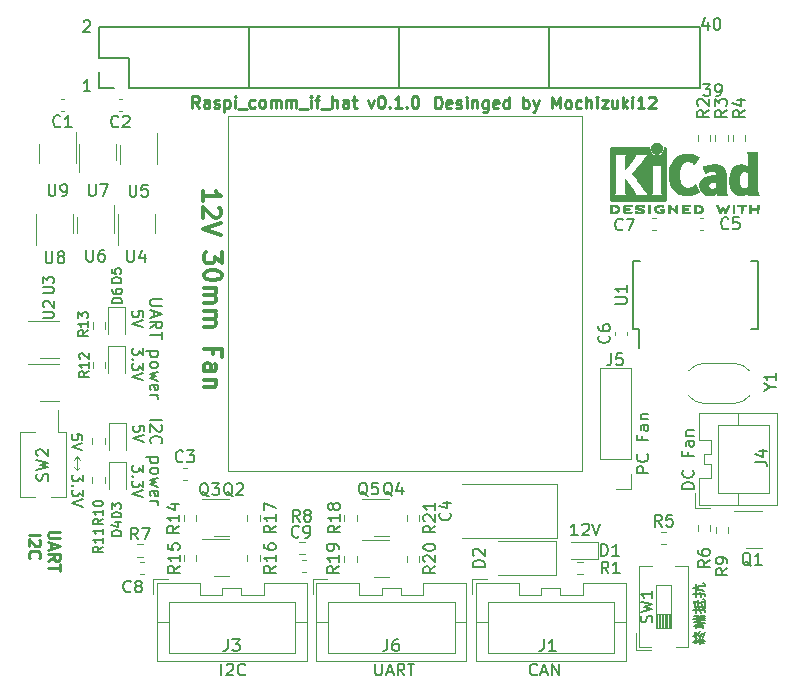
<source format=gto>
%TF.GenerationSoftware,KiCad,Pcbnew,7.0.9*%
%TF.CreationDate,2024-12-01T07:09:43+09:00*%
%TF.ProjectId,raspi_comm_if_hat,72617370-695f-4636-9f6d-6d5f69665f68,rev?*%
%TF.SameCoordinates,PX5f5e100PY68e7780*%
%TF.FileFunction,Legend,Top*%
%TF.FilePolarity,Positive*%
%FSLAX46Y46*%
G04 Gerber Fmt 4.6, Leading zero omitted, Abs format (unit mm)*
G04 Created by KiCad (PCBNEW 7.0.9) date 2024-12-01 07:09:43*
%MOMM*%
%LPD*%
G01*
G04 APERTURE LIST*
%ADD10C,0.150000*%
%ADD11C,0.100000*%
%ADD12C,0.300000*%
%ADD13C,0.250000*%
%ADD14C,0.200000*%
%ADD15C,0.120000*%
%ADD16C,0.010000*%
G04 APERTURE END LIST*
D10*
X57988000Y49900800D02*
X57988000Y55082400D01*
D11*
X18000000Y47500000D02*
X48000000Y47500000D01*
X48000000Y17500000D01*
X18000000Y17500000D01*
X18000000Y47500000D01*
D10*
X45237200Y55057000D02*
X45237200Y49900800D01*
X19811800Y55082200D02*
X19811800Y49901000D01*
X32537200Y55082400D02*
X32537200Y49926200D01*
X7086400Y55082400D02*
X7086400Y52466200D01*
X57988000Y55082400D02*
X19837200Y55082000D01*
X19837200Y55082000D02*
X7086400Y55082400D01*
X9677200Y49900800D02*
X57988000Y49900800D01*
X7061000Y49875400D02*
X8407200Y49875400D01*
X7061000Y51221600D02*
X7061000Y49875400D01*
X9677200Y52466200D02*
X9677200Y49900800D01*
X7086400Y52466200D02*
X9677200Y52466200D01*
X5717942Y17172745D02*
X5717942Y16615602D01*
X5717942Y16615602D02*
X5375085Y16915602D01*
X5375085Y16915602D02*
X5375085Y16787031D01*
X5375085Y16787031D02*
X5332228Y16701316D01*
X5332228Y16701316D02*
X5289371Y16658459D01*
X5289371Y16658459D02*
X5203657Y16615602D01*
X5203657Y16615602D02*
X4989371Y16615602D01*
X4989371Y16615602D02*
X4903657Y16658459D01*
X4903657Y16658459D02*
X4860800Y16701316D01*
X4860800Y16701316D02*
X4817942Y16787031D01*
X4817942Y16787031D02*
X4817942Y17044174D01*
X4817942Y17044174D02*
X4860800Y17129888D01*
X4860800Y17129888D02*
X4903657Y17172745D01*
X4903657Y16229888D02*
X4860800Y16187031D01*
X4860800Y16187031D02*
X4817942Y16229888D01*
X4817942Y16229888D02*
X4860800Y16272745D01*
X4860800Y16272745D02*
X4903657Y16229888D01*
X4903657Y16229888D02*
X4817942Y16229888D01*
X5717942Y15887031D02*
X5717942Y15329888D01*
X5717942Y15329888D02*
X5375085Y15629888D01*
X5375085Y15629888D02*
X5375085Y15501317D01*
X5375085Y15501317D02*
X5332228Y15415602D01*
X5332228Y15415602D02*
X5289371Y15372745D01*
X5289371Y15372745D02*
X5203657Y15329888D01*
X5203657Y15329888D02*
X4989371Y15329888D01*
X4989371Y15329888D02*
X4903657Y15372745D01*
X4903657Y15372745D02*
X4860800Y15415602D01*
X4860800Y15415602D02*
X4817942Y15501317D01*
X4817942Y15501317D02*
X4817942Y15758460D01*
X4817942Y15758460D02*
X4860800Y15844174D01*
X4860800Y15844174D02*
X4903657Y15887031D01*
X5717942Y15072745D02*
X4817942Y14772745D01*
X4817942Y14772745D02*
X5717942Y14472745D01*
D12*
X15899171Y40359775D02*
X15899171Y41216918D01*
X15899171Y40788347D02*
X17399171Y40788347D01*
X17399171Y40788347D02*
X17184885Y40931204D01*
X17184885Y40931204D02*
X17042028Y41074061D01*
X17042028Y41074061D02*
X16970600Y41216918D01*
X17256314Y39788347D02*
X17327742Y39716919D01*
X17327742Y39716919D02*
X17399171Y39574061D01*
X17399171Y39574061D02*
X17399171Y39216919D01*
X17399171Y39216919D02*
X17327742Y39074061D01*
X17327742Y39074061D02*
X17256314Y39002633D01*
X17256314Y39002633D02*
X17113457Y38931204D01*
X17113457Y38931204D02*
X16970600Y38931204D01*
X16970600Y38931204D02*
X16756314Y39002633D01*
X16756314Y39002633D02*
X15899171Y39859776D01*
X15899171Y39859776D02*
X15899171Y38931204D01*
X17399171Y38502633D02*
X15899171Y38002633D01*
X15899171Y38002633D02*
X17399171Y37502633D01*
D10*
X10817942Y30558459D02*
X10817942Y30987031D01*
X10817942Y30987031D02*
X10389371Y31029888D01*
X10389371Y31029888D02*
X10432228Y30987031D01*
X10432228Y30987031D02*
X10475085Y30901316D01*
X10475085Y30901316D02*
X10475085Y30687031D01*
X10475085Y30687031D02*
X10432228Y30601316D01*
X10432228Y30601316D02*
X10389371Y30558459D01*
X10389371Y30558459D02*
X10303657Y30515602D01*
X10303657Y30515602D02*
X10089371Y30515602D01*
X10089371Y30515602D02*
X10003657Y30558459D01*
X10003657Y30558459D02*
X9960800Y30601316D01*
X9960800Y30601316D02*
X9917942Y30687031D01*
X9917942Y30687031D02*
X9917942Y30901316D01*
X9917942Y30901316D02*
X9960800Y30987031D01*
X9960800Y30987031D02*
X10003657Y31029888D01*
X10817942Y30258459D02*
X9917942Y29958459D01*
X9917942Y29958459D02*
X10817942Y29658459D01*
D13*
X3785380Y12347432D02*
X2975857Y12347432D01*
X2975857Y12347432D02*
X2880619Y12299813D01*
X2880619Y12299813D02*
X2833000Y12252194D01*
X2833000Y12252194D02*
X2785380Y12156956D01*
X2785380Y12156956D02*
X2785380Y11966480D01*
X2785380Y11966480D02*
X2833000Y11871242D01*
X2833000Y11871242D02*
X2880619Y11823623D01*
X2880619Y11823623D02*
X2975857Y11776004D01*
X2975857Y11776004D02*
X3785380Y11776004D01*
X3071095Y11347432D02*
X3071095Y10871242D01*
X2785380Y11442670D02*
X3785380Y11109337D01*
X3785380Y11109337D02*
X2785380Y10776004D01*
X2785380Y9871242D02*
X3261571Y10204575D01*
X2785380Y10442670D02*
X3785380Y10442670D01*
X3785380Y10442670D02*
X3785380Y10061718D01*
X3785380Y10061718D02*
X3737761Y9966480D01*
X3737761Y9966480D02*
X3690142Y9918861D01*
X3690142Y9918861D02*
X3594904Y9871242D01*
X3594904Y9871242D02*
X3452047Y9871242D01*
X3452047Y9871242D02*
X3356809Y9918861D01*
X3356809Y9918861D02*
X3309190Y9966480D01*
X3309190Y9966480D02*
X3261571Y10061718D01*
X3261571Y10061718D02*
X3261571Y10442670D01*
X3785380Y9585527D02*
X3785380Y9014099D01*
X2785380Y9299813D02*
X3785380Y9299813D01*
D10*
X5682942Y20118459D02*
X5682942Y20547031D01*
X5682942Y20547031D02*
X5254371Y20589888D01*
X5254371Y20589888D02*
X5297228Y20547031D01*
X5297228Y20547031D02*
X5340085Y20461316D01*
X5340085Y20461316D02*
X5340085Y20247031D01*
X5340085Y20247031D02*
X5297228Y20161316D01*
X5297228Y20161316D02*
X5254371Y20118459D01*
X5254371Y20118459D02*
X5168657Y20075602D01*
X5168657Y20075602D02*
X4954371Y20075602D01*
X4954371Y20075602D02*
X4868657Y20118459D01*
X4868657Y20118459D02*
X4825800Y20161316D01*
X4825800Y20161316D02*
X4782942Y20247031D01*
X4782942Y20247031D02*
X4782942Y20461316D01*
X4782942Y20461316D02*
X4825800Y20547031D01*
X4825800Y20547031D02*
X4868657Y20589888D01*
X5682942Y19818459D02*
X4782942Y19518459D01*
X4782942Y19518459D02*
X5682942Y19218459D01*
X10817942Y27872745D02*
X10817942Y27315602D01*
X10817942Y27315602D02*
X10475085Y27615602D01*
X10475085Y27615602D02*
X10475085Y27487031D01*
X10475085Y27487031D02*
X10432228Y27401316D01*
X10432228Y27401316D02*
X10389371Y27358459D01*
X10389371Y27358459D02*
X10303657Y27315602D01*
X10303657Y27315602D02*
X10089371Y27315602D01*
X10089371Y27315602D02*
X10003657Y27358459D01*
X10003657Y27358459D02*
X9960800Y27401316D01*
X9960800Y27401316D02*
X9917942Y27487031D01*
X9917942Y27487031D02*
X9917942Y27744174D01*
X9917942Y27744174D02*
X9960800Y27829888D01*
X9960800Y27829888D02*
X10003657Y27872745D01*
X10003657Y26929888D02*
X9960800Y26887031D01*
X9960800Y26887031D02*
X9917942Y26929888D01*
X9917942Y26929888D02*
X9960800Y26972745D01*
X9960800Y26972745D02*
X10003657Y26929888D01*
X10003657Y26929888D02*
X9917942Y26929888D01*
X10817942Y26587031D02*
X10817942Y26029888D01*
X10817942Y26029888D02*
X10475085Y26329888D01*
X10475085Y26329888D02*
X10475085Y26201317D01*
X10475085Y26201317D02*
X10432228Y26115602D01*
X10432228Y26115602D02*
X10389371Y26072745D01*
X10389371Y26072745D02*
X10303657Y26029888D01*
X10303657Y26029888D02*
X10089371Y26029888D01*
X10089371Y26029888D02*
X10003657Y26072745D01*
X10003657Y26072745D02*
X9960800Y26115602D01*
X9960800Y26115602D02*
X9917942Y26201317D01*
X9917942Y26201317D02*
X9917942Y26458460D01*
X9917942Y26458460D02*
X9960800Y26544174D01*
X9960800Y26544174D02*
X10003657Y26587031D01*
X10817942Y25772745D02*
X9917942Y25472745D01*
X9917942Y25472745D02*
X10817942Y25172745D01*
D14*
X44191101Y278020D02*
X44143482Y230400D01*
X44143482Y230400D02*
X44000625Y182781D01*
X44000625Y182781D02*
X43905387Y182781D01*
X43905387Y182781D02*
X43762530Y230400D01*
X43762530Y230400D02*
X43667292Y325639D01*
X43667292Y325639D02*
X43619673Y420877D01*
X43619673Y420877D02*
X43572054Y611353D01*
X43572054Y611353D02*
X43572054Y754210D01*
X43572054Y754210D02*
X43619673Y944686D01*
X43619673Y944686D02*
X43667292Y1039924D01*
X43667292Y1039924D02*
X43762530Y1135162D01*
X43762530Y1135162D02*
X43905387Y1182781D01*
X43905387Y1182781D02*
X44000625Y1182781D01*
X44000625Y1182781D02*
X44143482Y1135162D01*
X44143482Y1135162D02*
X44191101Y1087543D01*
X44572054Y468496D02*
X45048244Y468496D01*
X44476816Y182781D02*
X44810149Y1182781D01*
X44810149Y1182781D02*
X45143482Y182781D01*
X45476816Y182781D02*
X45476816Y1182781D01*
X45476816Y1182781D02*
X46048244Y182781D01*
X46048244Y182781D02*
X46048244Y1182781D01*
D10*
X6360588Y49630181D02*
X5789160Y49630181D01*
X6074874Y49630181D02*
X6074874Y50630181D01*
X6074874Y50630181D02*
X5979636Y50487324D01*
X5979636Y50487324D02*
X5884398Y50392086D01*
X5884398Y50392086D02*
X5789160Y50344467D01*
D14*
X11445280Y21817827D02*
X12445280Y21817827D01*
X12350042Y21389256D02*
X12397661Y21341637D01*
X12397661Y21341637D02*
X12445280Y21246399D01*
X12445280Y21246399D02*
X12445280Y21008304D01*
X12445280Y21008304D02*
X12397661Y20913066D01*
X12397661Y20913066D02*
X12350042Y20865447D01*
X12350042Y20865447D02*
X12254804Y20817828D01*
X12254804Y20817828D02*
X12159566Y20817828D01*
X12159566Y20817828D02*
X12016709Y20865447D01*
X12016709Y20865447D02*
X11445280Y21436875D01*
X11445280Y21436875D02*
X11445280Y20817828D01*
X11540519Y19817828D02*
X11492900Y19865447D01*
X11492900Y19865447D02*
X11445280Y20008304D01*
X11445280Y20008304D02*
X11445280Y20103542D01*
X11445280Y20103542D02*
X11492900Y20246399D01*
X11492900Y20246399D02*
X11588138Y20341637D01*
X11588138Y20341637D02*
X11683376Y20389256D01*
X11683376Y20389256D02*
X11873852Y20436875D01*
X11873852Y20436875D02*
X12016709Y20436875D01*
X12016709Y20436875D02*
X12207185Y20389256D01*
X12207185Y20389256D02*
X12302423Y20341637D01*
X12302423Y20341637D02*
X12397661Y20246399D01*
X12397661Y20246399D02*
X12445280Y20103542D01*
X12445280Y20103542D02*
X12445280Y20008304D01*
X12445280Y20008304D02*
X12397661Y19865447D01*
X12397661Y19865447D02*
X12350042Y19817828D01*
X12111947Y18627351D02*
X11111947Y18627351D01*
X12064328Y18627351D02*
X12111947Y18532113D01*
X12111947Y18532113D02*
X12111947Y18341637D01*
X12111947Y18341637D02*
X12064328Y18246399D01*
X12064328Y18246399D02*
X12016709Y18198780D01*
X12016709Y18198780D02*
X11921471Y18151161D01*
X11921471Y18151161D02*
X11635757Y18151161D01*
X11635757Y18151161D02*
X11540519Y18198780D01*
X11540519Y18198780D02*
X11492900Y18246399D01*
X11492900Y18246399D02*
X11445280Y18341637D01*
X11445280Y18341637D02*
X11445280Y18532113D01*
X11445280Y18532113D02*
X11492900Y18627351D01*
X11445280Y17579732D02*
X11492900Y17674970D01*
X11492900Y17674970D02*
X11540519Y17722589D01*
X11540519Y17722589D02*
X11635757Y17770208D01*
X11635757Y17770208D02*
X11921471Y17770208D01*
X11921471Y17770208D02*
X12016709Y17722589D01*
X12016709Y17722589D02*
X12064328Y17674970D01*
X12064328Y17674970D02*
X12111947Y17579732D01*
X12111947Y17579732D02*
X12111947Y17436875D01*
X12111947Y17436875D02*
X12064328Y17341637D01*
X12064328Y17341637D02*
X12016709Y17294018D01*
X12016709Y17294018D02*
X11921471Y17246399D01*
X11921471Y17246399D02*
X11635757Y17246399D01*
X11635757Y17246399D02*
X11540519Y17294018D01*
X11540519Y17294018D02*
X11492900Y17341637D01*
X11492900Y17341637D02*
X11445280Y17436875D01*
X11445280Y17436875D02*
X11445280Y17579732D01*
X12111947Y16913065D02*
X11445280Y16722589D01*
X11445280Y16722589D02*
X11921471Y16532113D01*
X11921471Y16532113D02*
X11445280Y16341637D01*
X11445280Y16341637D02*
X12111947Y16151161D01*
X11492900Y15389256D02*
X11445280Y15484494D01*
X11445280Y15484494D02*
X11445280Y15674970D01*
X11445280Y15674970D02*
X11492900Y15770208D01*
X11492900Y15770208D02*
X11588138Y15817827D01*
X11588138Y15817827D02*
X11969090Y15817827D01*
X11969090Y15817827D02*
X12064328Y15770208D01*
X12064328Y15770208D02*
X12111947Y15674970D01*
X12111947Y15674970D02*
X12111947Y15484494D01*
X12111947Y15484494D02*
X12064328Y15389256D01*
X12064328Y15389256D02*
X11969090Y15341637D01*
X11969090Y15341637D02*
X11873852Y15341637D01*
X11873852Y15341637D02*
X11778614Y15817827D01*
X11445280Y14913065D02*
X12111947Y14913065D01*
X11921471Y14913065D02*
X12016709Y14865446D01*
X12016709Y14865446D02*
X12064328Y14817827D01*
X12064328Y14817827D02*
X12111947Y14722589D01*
X12111947Y14722589D02*
X12111947Y14627351D01*
X30469673Y1182781D02*
X30469673Y373258D01*
X30469673Y373258D02*
X30517292Y278020D01*
X30517292Y278020D02*
X30564911Y230400D01*
X30564911Y230400D02*
X30660149Y182781D01*
X30660149Y182781D02*
X30850625Y182781D01*
X30850625Y182781D02*
X30945863Y230400D01*
X30945863Y230400D02*
X30993482Y278020D01*
X30993482Y278020D02*
X31041101Y373258D01*
X31041101Y373258D02*
X31041101Y1182781D01*
X31469673Y468496D02*
X31945863Y468496D01*
X31374435Y182781D02*
X31707768Y1182781D01*
X31707768Y1182781D02*
X32041101Y182781D01*
X32945863Y182781D02*
X32612530Y658972D01*
X32374435Y182781D02*
X32374435Y1182781D01*
X32374435Y1182781D02*
X32755387Y1182781D01*
X32755387Y1182781D02*
X32850625Y1135162D01*
X32850625Y1135162D02*
X32898244Y1087543D01*
X32898244Y1087543D02*
X32945863Y992305D01*
X32945863Y992305D02*
X32945863Y849448D01*
X32945863Y849448D02*
X32898244Y754210D01*
X32898244Y754210D02*
X32850625Y706591D01*
X32850625Y706591D02*
X32755387Y658972D01*
X32755387Y658972D02*
X32374435Y658972D01*
X33231578Y1182781D02*
X33803006Y1182781D01*
X33517292Y182781D02*
X33517292Y1182781D01*
D12*
X17499171Y35988347D02*
X17499171Y35059775D01*
X17499171Y35059775D02*
X16927742Y35559775D01*
X16927742Y35559775D02*
X16927742Y35345490D01*
X16927742Y35345490D02*
X16856314Y35202632D01*
X16856314Y35202632D02*
X16784885Y35131204D01*
X16784885Y35131204D02*
X16642028Y35059775D01*
X16642028Y35059775D02*
X16284885Y35059775D01*
X16284885Y35059775D02*
X16142028Y35131204D01*
X16142028Y35131204D02*
X16070600Y35202632D01*
X16070600Y35202632D02*
X15999171Y35345490D01*
X15999171Y35345490D02*
X15999171Y35774061D01*
X15999171Y35774061D02*
X16070600Y35916918D01*
X16070600Y35916918D02*
X16142028Y35988347D01*
X17499171Y34131204D02*
X17499171Y33988347D01*
X17499171Y33988347D02*
X17427742Y33845490D01*
X17427742Y33845490D02*
X17356314Y33774061D01*
X17356314Y33774061D02*
X17213457Y33702633D01*
X17213457Y33702633D02*
X16927742Y33631204D01*
X16927742Y33631204D02*
X16570600Y33631204D01*
X16570600Y33631204D02*
X16284885Y33702633D01*
X16284885Y33702633D02*
X16142028Y33774061D01*
X16142028Y33774061D02*
X16070600Y33845490D01*
X16070600Y33845490D02*
X15999171Y33988347D01*
X15999171Y33988347D02*
X15999171Y34131204D01*
X15999171Y34131204D02*
X16070600Y34274061D01*
X16070600Y34274061D02*
X16142028Y34345490D01*
X16142028Y34345490D02*
X16284885Y34416919D01*
X16284885Y34416919D02*
X16570600Y34488347D01*
X16570600Y34488347D02*
X16927742Y34488347D01*
X16927742Y34488347D02*
X17213457Y34416919D01*
X17213457Y34416919D02*
X17356314Y34345490D01*
X17356314Y34345490D02*
X17427742Y34274061D01*
X17427742Y34274061D02*
X17499171Y34131204D01*
X15999171Y32988348D02*
X16999171Y32988348D01*
X16856314Y32988348D02*
X16927742Y32916919D01*
X16927742Y32916919D02*
X16999171Y32774062D01*
X16999171Y32774062D02*
X16999171Y32559776D01*
X16999171Y32559776D02*
X16927742Y32416919D01*
X16927742Y32416919D02*
X16784885Y32345490D01*
X16784885Y32345490D02*
X15999171Y32345490D01*
X16784885Y32345490D02*
X16927742Y32274062D01*
X16927742Y32274062D02*
X16999171Y32131205D01*
X16999171Y32131205D02*
X16999171Y31916919D01*
X16999171Y31916919D02*
X16927742Y31774062D01*
X16927742Y31774062D02*
X16784885Y31702633D01*
X16784885Y31702633D02*
X15999171Y31702633D01*
X15999171Y30988348D02*
X16999171Y30988348D01*
X16856314Y30988348D02*
X16927742Y30916919D01*
X16927742Y30916919D02*
X16999171Y30774062D01*
X16999171Y30774062D02*
X16999171Y30559776D01*
X16999171Y30559776D02*
X16927742Y30416919D01*
X16927742Y30416919D02*
X16784885Y30345490D01*
X16784885Y30345490D02*
X15999171Y30345490D01*
X16784885Y30345490D02*
X16927742Y30274062D01*
X16927742Y30274062D02*
X16999171Y30131205D01*
X16999171Y30131205D02*
X16999171Y29916919D01*
X16999171Y29916919D02*
X16927742Y29774062D01*
X16927742Y29774062D02*
X16784885Y29702633D01*
X16784885Y29702633D02*
X15999171Y29702633D01*
X16784885Y27345491D02*
X16784885Y27845491D01*
X15999171Y27845491D02*
X17499171Y27845491D01*
X17499171Y27845491D02*
X17499171Y27131205D01*
X15999171Y25916919D02*
X16784885Y25916919D01*
X16784885Y25916919D02*
X16927742Y25988348D01*
X16927742Y25988348D02*
X16999171Y26131205D01*
X16999171Y26131205D02*
X16999171Y26416919D01*
X16999171Y26416919D02*
X16927742Y26559777D01*
X16070600Y25916919D02*
X15999171Y26059777D01*
X15999171Y26059777D02*
X15999171Y26416919D01*
X15999171Y26416919D02*
X16070600Y26559777D01*
X16070600Y26559777D02*
X16213457Y26631205D01*
X16213457Y26631205D02*
X16356314Y26631205D01*
X16356314Y26631205D02*
X16499171Y26559777D01*
X16499171Y26559777D02*
X16570600Y26416919D01*
X16570600Y26416919D02*
X16570600Y26059777D01*
X16570600Y26059777D02*
X16642028Y25916919D01*
X16999171Y25202634D02*
X15999171Y25202634D01*
X16856314Y25202634D02*
X16927742Y25131205D01*
X16927742Y25131205D02*
X16999171Y24988348D01*
X16999171Y24988348D02*
X16999171Y24774062D01*
X16999171Y24774062D02*
X16927742Y24631205D01*
X16927742Y24631205D02*
X16784885Y24559776D01*
X16784885Y24559776D02*
X15999171Y24559776D01*
D13*
X35552568Y48185381D02*
X35552568Y49185381D01*
X35552568Y49185381D02*
X35790663Y49185381D01*
X35790663Y49185381D02*
X35933520Y49137762D01*
X35933520Y49137762D02*
X36028758Y49042524D01*
X36028758Y49042524D02*
X36076377Y48947286D01*
X36076377Y48947286D02*
X36123996Y48756810D01*
X36123996Y48756810D02*
X36123996Y48613953D01*
X36123996Y48613953D02*
X36076377Y48423477D01*
X36076377Y48423477D02*
X36028758Y48328239D01*
X36028758Y48328239D02*
X35933520Y48233000D01*
X35933520Y48233000D02*
X35790663Y48185381D01*
X35790663Y48185381D02*
X35552568Y48185381D01*
X36933520Y48233000D02*
X36838282Y48185381D01*
X36838282Y48185381D02*
X36647806Y48185381D01*
X36647806Y48185381D02*
X36552568Y48233000D01*
X36552568Y48233000D02*
X36504949Y48328239D01*
X36504949Y48328239D02*
X36504949Y48709191D01*
X36504949Y48709191D02*
X36552568Y48804429D01*
X36552568Y48804429D02*
X36647806Y48852048D01*
X36647806Y48852048D02*
X36838282Y48852048D01*
X36838282Y48852048D02*
X36933520Y48804429D01*
X36933520Y48804429D02*
X36981139Y48709191D01*
X36981139Y48709191D02*
X36981139Y48613953D01*
X36981139Y48613953D02*
X36504949Y48518715D01*
X37362092Y48233000D02*
X37457330Y48185381D01*
X37457330Y48185381D02*
X37647806Y48185381D01*
X37647806Y48185381D02*
X37743044Y48233000D01*
X37743044Y48233000D02*
X37790663Y48328239D01*
X37790663Y48328239D02*
X37790663Y48375858D01*
X37790663Y48375858D02*
X37743044Y48471096D01*
X37743044Y48471096D02*
X37647806Y48518715D01*
X37647806Y48518715D02*
X37504949Y48518715D01*
X37504949Y48518715D02*
X37409711Y48566334D01*
X37409711Y48566334D02*
X37362092Y48661572D01*
X37362092Y48661572D02*
X37362092Y48709191D01*
X37362092Y48709191D02*
X37409711Y48804429D01*
X37409711Y48804429D02*
X37504949Y48852048D01*
X37504949Y48852048D02*
X37647806Y48852048D01*
X37647806Y48852048D02*
X37743044Y48804429D01*
X38219235Y48185381D02*
X38219235Y48852048D01*
X38219235Y49185381D02*
X38171616Y49137762D01*
X38171616Y49137762D02*
X38219235Y49090143D01*
X38219235Y49090143D02*
X38266854Y49137762D01*
X38266854Y49137762D02*
X38219235Y49185381D01*
X38219235Y49185381D02*
X38219235Y49090143D01*
X38695425Y48852048D02*
X38695425Y48185381D01*
X38695425Y48756810D02*
X38743044Y48804429D01*
X38743044Y48804429D02*
X38838282Y48852048D01*
X38838282Y48852048D02*
X38981139Y48852048D01*
X38981139Y48852048D02*
X39076377Y48804429D01*
X39076377Y48804429D02*
X39123996Y48709191D01*
X39123996Y48709191D02*
X39123996Y48185381D01*
X40028758Y48852048D02*
X40028758Y48042524D01*
X40028758Y48042524D02*
X39981139Y47947286D01*
X39981139Y47947286D02*
X39933520Y47899667D01*
X39933520Y47899667D02*
X39838282Y47852048D01*
X39838282Y47852048D02*
X39695425Y47852048D01*
X39695425Y47852048D02*
X39600187Y47899667D01*
X40028758Y48233000D02*
X39933520Y48185381D01*
X39933520Y48185381D02*
X39743044Y48185381D01*
X39743044Y48185381D02*
X39647806Y48233000D01*
X39647806Y48233000D02*
X39600187Y48280620D01*
X39600187Y48280620D02*
X39552568Y48375858D01*
X39552568Y48375858D02*
X39552568Y48661572D01*
X39552568Y48661572D02*
X39600187Y48756810D01*
X39600187Y48756810D02*
X39647806Y48804429D01*
X39647806Y48804429D02*
X39743044Y48852048D01*
X39743044Y48852048D02*
X39933520Y48852048D01*
X39933520Y48852048D02*
X40028758Y48804429D01*
X40885901Y48233000D02*
X40790663Y48185381D01*
X40790663Y48185381D02*
X40600187Y48185381D01*
X40600187Y48185381D02*
X40504949Y48233000D01*
X40504949Y48233000D02*
X40457330Y48328239D01*
X40457330Y48328239D02*
X40457330Y48709191D01*
X40457330Y48709191D02*
X40504949Y48804429D01*
X40504949Y48804429D02*
X40600187Y48852048D01*
X40600187Y48852048D02*
X40790663Y48852048D01*
X40790663Y48852048D02*
X40885901Y48804429D01*
X40885901Y48804429D02*
X40933520Y48709191D01*
X40933520Y48709191D02*
X40933520Y48613953D01*
X40933520Y48613953D02*
X40457330Y48518715D01*
X41790663Y48185381D02*
X41790663Y49185381D01*
X41790663Y48233000D02*
X41695425Y48185381D01*
X41695425Y48185381D02*
X41504949Y48185381D01*
X41504949Y48185381D02*
X41409711Y48233000D01*
X41409711Y48233000D02*
X41362092Y48280620D01*
X41362092Y48280620D02*
X41314473Y48375858D01*
X41314473Y48375858D02*
X41314473Y48661572D01*
X41314473Y48661572D02*
X41362092Y48756810D01*
X41362092Y48756810D02*
X41409711Y48804429D01*
X41409711Y48804429D02*
X41504949Y48852048D01*
X41504949Y48852048D02*
X41695425Y48852048D01*
X41695425Y48852048D02*
X41790663Y48804429D01*
X43028759Y48185381D02*
X43028759Y49185381D01*
X43028759Y48804429D02*
X43123997Y48852048D01*
X43123997Y48852048D02*
X43314473Y48852048D01*
X43314473Y48852048D02*
X43409711Y48804429D01*
X43409711Y48804429D02*
X43457330Y48756810D01*
X43457330Y48756810D02*
X43504949Y48661572D01*
X43504949Y48661572D02*
X43504949Y48375858D01*
X43504949Y48375858D02*
X43457330Y48280620D01*
X43457330Y48280620D02*
X43409711Y48233000D01*
X43409711Y48233000D02*
X43314473Y48185381D01*
X43314473Y48185381D02*
X43123997Y48185381D01*
X43123997Y48185381D02*
X43028759Y48233000D01*
X43838283Y48852048D02*
X44076378Y48185381D01*
X44314473Y48852048D02*
X44076378Y48185381D01*
X44076378Y48185381D02*
X43981140Y47947286D01*
X43981140Y47947286D02*
X43933521Y47899667D01*
X43933521Y47899667D02*
X43838283Y47852048D01*
X45457331Y48185381D02*
X45457331Y49185381D01*
X45457331Y49185381D02*
X45790664Y48471096D01*
X45790664Y48471096D02*
X46123997Y49185381D01*
X46123997Y49185381D02*
X46123997Y48185381D01*
X46743045Y48185381D02*
X46647807Y48233000D01*
X46647807Y48233000D02*
X46600188Y48280620D01*
X46600188Y48280620D02*
X46552569Y48375858D01*
X46552569Y48375858D02*
X46552569Y48661572D01*
X46552569Y48661572D02*
X46600188Y48756810D01*
X46600188Y48756810D02*
X46647807Y48804429D01*
X46647807Y48804429D02*
X46743045Y48852048D01*
X46743045Y48852048D02*
X46885902Y48852048D01*
X46885902Y48852048D02*
X46981140Y48804429D01*
X46981140Y48804429D02*
X47028759Y48756810D01*
X47028759Y48756810D02*
X47076378Y48661572D01*
X47076378Y48661572D02*
X47076378Y48375858D01*
X47076378Y48375858D02*
X47028759Y48280620D01*
X47028759Y48280620D02*
X46981140Y48233000D01*
X46981140Y48233000D02*
X46885902Y48185381D01*
X46885902Y48185381D02*
X46743045Y48185381D01*
X47933521Y48233000D02*
X47838283Y48185381D01*
X47838283Y48185381D02*
X47647807Y48185381D01*
X47647807Y48185381D02*
X47552569Y48233000D01*
X47552569Y48233000D02*
X47504950Y48280620D01*
X47504950Y48280620D02*
X47457331Y48375858D01*
X47457331Y48375858D02*
X47457331Y48661572D01*
X47457331Y48661572D02*
X47504950Y48756810D01*
X47504950Y48756810D02*
X47552569Y48804429D01*
X47552569Y48804429D02*
X47647807Y48852048D01*
X47647807Y48852048D02*
X47838283Y48852048D01*
X47838283Y48852048D02*
X47933521Y48804429D01*
X48362093Y48185381D02*
X48362093Y49185381D01*
X48790664Y48185381D02*
X48790664Y48709191D01*
X48790664Y48709191D02*
X48743045Y48804429D01*
X48743045Y48804429D02*
X48647807Y48852048D01*
X48647807Y48852048D02*
X48504950Y48852048D01*
X48504950Y48852048D02*
X48409712Y48804429D01*
X48409712Y48804429D02*
X48362093Y48756810D01*
X49266855Y48185381D02*
X49266855Y48852048D01*
X49266855Y49185381D02*
X49219236Y49137762D01*
X49219236Y49137762D02*
X49266855Y49090143D01*
X49266855Y49090143D02*
X49314474Y49137762D01*
X49314474Y49137762D02*
X49266855Y49185381D01*
X49266855Y49185381D02*
X49266855Y49090143D01*
X49647807Y48852048D02*
X50171616Y48852048D01*
X50171616Y48852048D02*
X49647807Y48185381D01*
X49647807Y48185381D02*
X50171616Y48185381D01*
X50981140Y48852048D02*
X50981140Y48185381D01*
X50552569Y48852048D02*
X50552569Y48328239D01*
X50552569Y48328239D02*
X50600188Y48233000D01*
X50600188Y48233000D02*
X50695426Y48185381D01*
X50695426Y48185381D02*
X50838283Y48185381D01*
X50838283Y48185381D02*
X50933521Y48233000D01*
X50933521Y48233000D02*
X50981140Y48280620D01*
X51457331Y48185381D02*
X51457331Y49185381D01*
X51552569Y48566334D02*
X51838283Y48185381D01*
X51838283Y48852048D02*
X51457331Y48471096D01*
X52266855Y48185381D02*
X52266855Y48852048D01*
X52266855Y49185381D02*
X52219236Y49137762D01*
X52219236Y49137762D02*
X52266855Y49090143D01*
X52266855Y49090143D02*
X52314474Y49137762D01*
X52314474Y49137762D02*
X52266855Y49185381D01*
X52266855Y49185381D02*
X52266855Y49090143D01*
X53266854Y48185381D02*
X52695426Y48185381D01*
X52981140Y48185381D02*
X52981140Y49185381D01*
X52981140Y49185381D02*
X52885902Y49042524D01*
X52885902Y49042524D02*
X52790664Y48947286D01*
X52790664Y48947286D02*
X52695426Y48899667D01*
X53647807Y49090143D02*
X53695426Y49137762D01*
X53695426Y49137762D02*
X53790664Y49185381D01*
X53790664Y49185381D02*
X54028759Y49185381D01*
X54028759Y49185381D02*
X54123997Y49137762D01*
X54123997Y49137762D02*
X54171616Y49090143D01*
X54171616Y49090143D02*
X54219235Y48994905D01*
X54219235Y48994905D02*
X54219235Y48899667D01*
X54219235Y48899667D02*
X54171616Y48756810D01*
X54171616Y48756810D02*
X53600188Y48185381D01*
X53600188Y48185381D02*
X54219235Y48185381D01*
D10*
X10830442Y17960245D02*
X10830442Y17403102D01*
X10830442Y17403102D02*
X10487585Y17703102D01*
X10487585Y17703102D02*
X10487585Y17574531D01*
X10487585Y17574531D02*
X10444728Y17488816D01*
X10444728Y17488816D02*
X10401871Y17445959D01*
X10401871Y17445959D02*
X10316157Y17403102D01*
X10316157Y17403102D02*
X10101871Y17403102D01*
X10101871Y17403102D02*
X10016157Y17445959D01*
X10016157Y17445959D02*
X9973300Y17488816D01*
X9973300Y17488816D02*
X9930442Y17574531D01*
X9930442Y17574531D02*
X9930442Y17831674D01*
X9930442Y17831674D02*
X9973300Y17917388D01*
X9973300Y17917388D02*
X10016157Y17960245D01*
X10016157Y17017388D02*
X9973300Y16974531D01*
X9973300Y16974531D02*
X9930442Y17017388D01*
X9930442Y17017388D02*
X9973300Y17060245D01*
X9973300Y17060245D02*
X10016157Y17017388D01*
X10016157Y17017388D02*
X9930442Y17017388D01*
X10830442Y16674531D02*
X10830442Y16117388D01*
X10830442Y16117388D02*
X10487585Y16417388D01*
X10487585Y16417388D02*
X10487585Y16288817D01*
X10487585Y16288817D02*
X10444728Y16203102D01*
X10444728Y16203102D02*
X10401871Y16160245D01*
X10401871Y16160245D02*
X10316157Y16117388D01*
X10316157Y16117388D02*
X10101871Y16117388D01*
X10101871Y16117388D02*
X10016157Y16160245D01*
X10016157Y16160245D02*
X9973300Y16203102D01*
X9973300Y16203102D02*
X9930442Y16288817D01*
X9930442Y16288817D02*
X9930442Y16545960D01*
X9930442Y16545960D02*
X9973300Y16631674D01*
X9973300Y16631674D02*
X10016157Y16674531D01*
X10830442Y15860245D02*
X9930442Y15560245D01*
X9930442Y15560245D02*
X10830442Y15260245D01*
X10880442Y20845959D02*
X10880442Y21274531D01*
X10880442Y21274531D02*
X10451871Y21317388D01*
X10451871Y21317388D02*
X10494728Y21274531D01*
X10494728Y21274531D02*
X10537585Y21188816D01*
X10537585Y21188816D02*
X10537585Y20974531D01*
X10537585Y20974531D02*
X10494728Y20888816D01*
X10494728Y20888816D02*
X10451871Y20845959D01*
X10451871Y20845959D02*
X10366157Y20803102D01*
X10366157Y20803102D02*
X10151871Y20803102D01*
X10151871Y20803102D02*
X10066157Y20845959D01*
X10066157Y20845959D02*
X10023300Y20888816D01*
X10023300Y20888816D02*
X9980442Y20974531D01*
X9980442Y20974531D02*
X9980442Y21188816D01*
X9980442Y21188816D02*
X10023300Y21274531D01*
X10023300Y21274531D02*
X10066157Y21317388D01*
X10880442Y20545959D02*
X9980442Y20245959D01*
X9980442Y20245959D02*
X10880442Y19945959D01*
X58665350Y55496848D02*
X58665350Y54830181D01*
X58427255Y55877800D02*
X58189160Y55163515D01*
X58189160Y55163515D02*
X58808207Y55163515D01*
X59379636Y55830181D02*
X59474874Y55830181D01*
X59474874Y55830181D02*
X59570112Y55782562D01*
X59570112Y55782562D02*
X59617731Y55734943D01*
X59617731Y55734943D02*
X59665350Y55639705D01*
X59665350Y55639705D02*
X59712969Y55449229D01*
X59712969Y55449229D02*
X59712969Y55211134D01*
X59712969Y55211134D02*
X59665350Y55020658D01*
X59665350Y55020658D02*
X59617731Y54925420D01*
X59617731Y54925420D02*
X59570112Y54877800D01*
X59570112Y54877800D02*
X59474874Y54830181D01*
X59474874Y54830181D02*
X59379636Y54830181D01*
X59379636Y54830181D02*
X59284398Y54877800D01*
X59284398Y54877800D02*
X59236779Y54925420D01*
X59236779Y54925420D02*
X59189160Y55020658D01*
X59189160Y55020658D02*
X59141541Y55211134D01*
X59141541Y55211134D02*
X59141541Y55449229D01*
X59141541Y55449229D02*
X59189160Y55639705D01*
X59189160Y55639705D02*
X59236779Y55734943D01*
X59236779Y55734943D02*
X59284398Y55782562D01*
X59284398Y55782562D02*
X59379636Y55830181D01*
D14*
X47643482Y12032781D02*
X47072054Y12032781D01*
X47357768Y12032781D02*
X47357768Y13032781D01*
X47357768Y13032781D02*
X47262530Y12889924D01*
X47262530Y12889924D02*
X47167292Y12794686D01*
X47167292Y12794686D02*
X47072054Y12747067D01*
X48024435Y12937543D02*
X48072054Y12985162D01*
X48072054Y12985162D02*
X48167292Y13032781D01*
X48167292Y13032781D02*
X48405387Y13032781D01*
X48405387Y13032781D02*
X48500625Y12985162D01*
X48500625Y12985162D02*
X48548244Y12937543D01*
X48548244Y12937543D02*
X48595863Y12842305D01*
X48595863Y12842305D02*
X48595863Y12747067D01*
X48595863Y12747067D02*
X48548244Y12604210D01*
X48548244Y12604210D02*
X47976816Y12032781D01*
X47976816Y12032781D02*
X48595863Y12032781D01*
X48881578Y13032781D02*
X49214911Y12032781D01*
X49214911Y12032781D02*
X49548244Y13032781D01*
D10*
X57574914Y3434399D02*
X57574914Y3820113D01*
X57960628Y2834399D02*
X57960628Y3220113D01*
X57917771Y3091542D02*
X58432057Y3091542D01*
X57617771Y2877256D02*
X57789200Y3005827D01*
X57789200Y3005827D02*
X57960628Y2877256D01*
X57403485Y3520113D02*
X57574914Y3434399D01*
X57574914Y3434399D02*
X57703485Y3262970D01*
X58046342Y3177256D02*
X58260628Y3262970D01*
X57789200Y3134399D02*
X58003485Y3220113D01*
X57660628Y3477256D02*
X57917771Y3734399D01*
X57917771Y3734399D02*
X58003485Y3948684D01*
X58046342Y3520113D02*
X58132057Y3734399D01*
X57403485Y3005827D02*
X57660628Y2920113D01*
X57532057Y3134399D02*
X57789200Y3005827D01*
X57617771Y3777256D02*
X57917771Y3520113D01*
X57917771Y3520113D02*
X58003485Y3305827D01*
X58260628Y3391542D02*
X58389200Y3862970D01*
X58046342Y2920113D02*
X58346342Y2877256D01*
X57660628Y4162970D02*
X57660628Y4548684D01*
X57703485Y4677255D02*
X57703485Y5234398D01*
X57832057Y4591541D02*
X57832057Y5277255D01*
X57446342Y4377255D02*
X57660628Y4377255D01*
X58003485Y4634398D02*
X58432057Y4634398D01*
X57489200Y4677255D02*
X57703485Y4677255D01*
X58003485Y4848684D02*
X58432057Y4848684D01*
X57832057Y4934398D02*
X58003485Y4891541D01*
X57403485Y4934398D02*
X57703485Y4934398D01*
X58003485Y5062970D02*
X58432057Y5062970D01*
X57489200Y5234398D02*
X57703485Y5234398D01*
X57746342Y4462970D02*
X58217771Y4420113D01*
X58174914Y4548684D02*
X58260628Y4162970D01*
X57746342Y4248684D02*
X58132057Y4291541D01*
X58003485Y4634398D02*
X58003485Y5234398D01*
X58003485Y5234398D02*
X58432057Y5234398D01*
X58432057Y5234398D02*
X58432057Y5191541D01*
X57660628Y5491541D02*
X57660628Y5877255D01*
X57832057Y5962969D02*
X57832057Y6562969D01*
X58389200Y5877255D02*
X58389200Y6348684D01*
X58432057Y5534398D02*
X58432057Y5705826D01*
X57403485Y5705826D02*
X58432057Y5705826D01*
X57532057Y5962969D02*
X58217771Y5962969D01*
X57917771Y5877255D02*
X58046342Y5491541D01*
X57489200Y6305826D02*
X57746342Y6348684D01*
X57746342Y6348684D02*
X57874914Y6305826D01*
X57874914Y6305826D02*
X58303485Y6391541D01*
X57446342Y6477255D02*
X57532057Y6048684D01*
X58174914Y6262969D02*
X58217771Y5834398D01*
X58217771Y6605826D02*
X58432057Y6562969D01*
X58432057Y6562969D02*
X58389200Y6477255D01*
X57617771Y7248683D02*
X57617771Y7891540D01*
X57660628Y6820112D02*
X57660628Y7205826D01*
X58432057Y6862969D02*
X58432057Y7034397D01*
X57403485Y7034397D02*
X58432057Y7034397D01*
X57403485Y7548683D02*
X57574914Y7548683D01*
X57960628Y7205826D02*
X58046342Y6820112D01*
X57789200Y7377255D02*
X58089200Y7377255D01*
X58089200Y7377255D02*
X58303485Y7334397D01*
X57789200Y7377255D02*
X57789200Y7720112D01*
X57789200Y7720112D02*
X58432057Y7762969D01*
X58432057Y7762969D02*
X58432057Y7891540D01*
X58432057Y7891540D02*
X58260628Y7977255D01*
X58241541Y50230181D02*
X58860588Y50230181D01*
X58860588Y50230181D02*
X58527255Y49849229D01*
X58527255Y49849229D02*
X58670112Y49849229D01*
X58670112Y49849229D02*
X58765350Y49801610D01*
X58765350Y49801610D02*
X58812969Y49753991D01*
X58812969Y49753991D02*
X58860588Y49658753D01*
X58860588Y49658753D02*
X58860588Y49420658D01*
X58860588Y49420658D02*
X58812969Y49325420D01*
X58812969Y49325420D02*
X58765350Y49277800D01*
X58765350Y49277800D02*
X58670112Y49230181D01*
X58670112Y49230181D02*
X58384398Y49230181D01*
X58384398Y49230181D02*
X58289160Y49277800D01*
X58289160Y49277800D02*
X58241541Y49325420D01*
X59336779Y49230181D02*
X59527255Y49230181D01*
X59527255Y49230181D02*
X59622493Y49277800D01*
X59622493Y49277800D02*
X59670112Y49325420D01*
X59670112Y49325420D02*
X59765350Y49468277D01*
X59765350Y49468277D02*
X59812969Y49658753D01*
X59812969Y49658753D02*
X59812969Y50039705D01*
X59812969Y50039705D02*
X59765350Y50134943D01*
X59765350Y50134943D02*
X59717731Y50182562D01*
X59717731Y50182562D02*
X59622493Y50230181D01*
X59622493Y50230181D02*
X59432017Y50230181D01*
X59432017Y50230181D02*
X59336779Y50182562D01*
X59336779Y50182562D02*
X59289160Y50134943D01*
X59289160Y50134943D02*
X59241541Y50039705D01*
X59241541Y50039705D02*
X59241541Y49801610D01*
X59241541Y49801610D02*
X59289160Y49706372D01*
X59289160Y49706372D02*
X59336779Y49658753D01*
X59336779Y49658753D02*
X59432017Y49611134D01*
X59432017Y49611134D02*
X59622493Y49611134D01*
X59622493Y49611134D02*
X59717731Y49658753D01*
X59717731Y49658753D02*
X59765350Y49706372D01*
X59765350Y49706372D02*
X59812969Y49801610D01*
D14*
X12432780Y32030327D02*
X11623257Y32030327D01*
X11623257Y32030327D02*
X11528019Y31982708D01*
X11528019Y31982708D02*
X11480400Y31935089D01*
X11480400Y31935089D02*
X11432780Y31839851D01*
X11432780Y31839851D02*
X11432780Y31649375D01*
X11432780Y31649375D02*
X11480400Y31554137D01*
X11480400Y31554137D02*
X11528019Y31506518D01*
X11528019Y31506518D02*
X11623257Y31458899D01*
X11623257Y31458899D02*
X12432780Y31458899D01*
X11718495Y31030327D02*
X11718495Y30554137D01*
X11432780Y31125565D02*
X12432780Y30792232D01*
X12432780Y30792232D02*
X11432780Y30458899D01*
X11432780Y29554137D02*
X11908971Y29887470D01*
X11432780Y30125565D02*
X12432780Y30125565D01*
X12432780Y30125565D02*
X12432780Y29744613D01*
X12432780Y29744613D02*
X12385161Y29649375D01*
X12385161Y29649375D02*
X12337542Y29601756D01*
X12337542Y29601756D02*
X12242304Y29554137D01*
X12242304Y29554137D02*
X12099447Y29554137D01*
X12099447Y29554137D02*
X12004209Y29601756D01*
X12004209Y29601756D02*
X11956590Y29649375D01*
X11956590Y29649375D02*
X11908971Y29744613D01*
X11908971Y29744613D02*
X11908971Y30125565D01*
X12432780Y29268422D02*
X12432780Y28696994D01*
X11432780Y28982708D02*
X12432780Y28982708D01*
X12099447Y27601755D02*
X11099447Y27601755D01*
X12051828Y27601755D02*
X12099447Y27506517D01*
X12099447Y27506517D02*
X12099447Y27316041D01*
X12099447Y27316041D02*
X12051828Y27220803D01*
X12051828Y27220803D02*
X12004209Y27173184D01*
X12004209Y27173184D02*
X11908971Y27125565D01*
X11908971Y27125565D02*
X11623257Y27125565D01*
X11623257Y27125565D02*
X11528019Y27173184D01*
X11528019Y27173184D02*
X11480400Y27220803D01*
X11480400Y27220803D02*
X11432780Y27316041D01*
X11432780Y27316041D02*
X11432780Y27506517D01*
X11432780Y27506517D02*
X11480400Y27601755D01*
X11432780Y26554136D02*
X11480400Y26649374D01*
X11480400Y26649374D02*
X11528019Y26696993D01*
X11528019Y26696993D02*
X11623257Y26744612D01*
X11623257Y26744612D02*
X11908971Y26744612D01*
X11908971Y26744612D02*
X12004209Y26696993D01*
X12004209Y26696993D02*
X12051828Y26649374D01*
X12051828Y26649374D02*
X12099447Y26554136D01*
X12099447Y26554136D02*
X12099447Y26411279D01*
X12099447Y26411279D02*
X12051828Y26316041D01*
X12051828Y26316041D02*
X12004209Y26268422D01*
X12004209Y26268422D02*
X11908971Y26220803D01*
X11908971Y26220803D02*
X11623257Y26220803D01*
X11623257Y26220803D02*
X11528019Y26268422D01*
X11528019Y26268422D02*
X11480400Y26316041D01*
X11480400Y26316041D02*
X11432780Y26411279D01*
X11432780Y26411279D02*
X11432780Y26554136D01*
X12099447Y25887469D02*
X11432780Y25696993D01*
X11432780Y25696993D02*
X11908971Y25506517D01*
X11908971Y25506517D02*
X11432780Y25316041D01*
X11432780Y25316041D02*
X12099447Y25125565D01*
X11480400Y24363660D02*
X11432780Y24458898D01*
X11432780Y24458898D02*
X11432780Y24649374D01*
X11432780Y24649374D02*
X11480400Y24744612D01*
X11480400Y24744612D02*
X11575638Y24792231D01*
X11575638Y24792231D02*
X11956590Y24792231D01*
X11956590Y24792231D02*
X12051828Y24744612D01*
X12051828Y24744612D02*
X12099447Y24649374D01*
X12099447Y24649374D02*
X12099447Y24458898D01*
X12099447Y24458898D02*
X12051828Y24363660D01*
X12051828Y24363660D02*
X11956590Y24316041D01*
X11956590Y24316041D02*
X11861352Y24316041D01*
X11861352Y24316041D02*
X11766114Y24792231D01*
X11432780Y23887469D02*
X12099447Y23887469D01*
X11908971Y23887469D02*
X12004209Y23839850D01*
X12004209Y23839850D02*
X12051828Y23792231D01*
X12051828Y23792231D02*
X12099447Y23696993D01*
X12099447Y23696993D02*
X12099447Y23601755D01*
X17469673Y182781D02*
X17469673Y1182781D01*
X17898244Y1087543D02*
X17945863Y1135162D01*
X17945863Y1135162D02*
X18041101Y1182781D01*
X18041101Y1182781D02*
X18279196Y1182781D01*
X18279196Y1182781D02*
X18374434Y1135162D01*
X18374434Y1135162D02*
X18422053Y1087543D01*
X18422053Y1087543D02*
X18469672Y992305D01*
X18469672Y992305D02*
X18469672Y897067D01*
X18469672Y897067D02*
X18422053Y754210D01*
X18422053Y754210D02*
X17850625Y182781D01*
X17850625Y182781D02*
X18469672Y182781D01*
X19469672Y278020D02*
X19422053Y230400D01*
X19422053Y230400D02*
X19279196Y182781D01*
X19279196Y182781D02*
X19183958Y182781D01*
X19183958Y182781D02*
X19041101Y230400D01*
X19041101Y230400D02*
X18945863Y325639D01*
X18945863Y325639D02*
X18898244Y420877D01*
X18898244Y420877D02*
X18850625Y611353D01*
X18850625Y611353D02*
X18850625Y754210D01*
X18850625Y754210D02*
X18898244Y944686D01*
X18898244Y944686D02*
X18945863Y1039924D01*
X18945863Y1039924D02*
X19041101Y1135162D01*
X19041101Y1135162D02*
X19183958Y1182781D01*
X19183958Y1182781D02*
X19279196Y1182781D01*
X19279196Y1182781D02*
X19422053Y1135162D01*
X19422053Y1135162D02*
X19469672Y1087543D01*
D11*
X5239800Y17572932D02*
X5239800Y18715789D01*
X5525514Y18430075D02*
X5239800Y18715789D01*
X5239800Y18715789D02*
X4954085Y18430075D01*
X4954085Y17858647D02*
X5239800Y17572932D01*
X5239800Y17572932D02*
X5525514Y17858647D01*
D13*
X15573996Y48235381D02*
X15240663Y48711572D01*
X15002568Y48235381D02*
X15002568Y49235381D01*
X15002568Y49235381D02*
X15383520Y49235381D01*
X15383520Y49235381D02*
X15478758Y49187762D01*
X15478758Y49187762D02*
X15526377Y49140143D01*
X15526377Y49140143D02*
X15573996Y49044905D01*
X15573996Y49044905D02*
X15573996Y48902048D01*
X15573996Y48902048D02*
X15526377Y48806810D01*
X15526377Y48806810D02*
X15478758Y48759191D01*
X15478758Y48759191D02*
X15383520Y48711572D01*
X15383520Y48711572D02*
X15002568Y48711572D01*
X16431139Y48235381D02*
X16431139Y48759191D01*
X16431139Y48759191D02*
X16383520Y48854429D01*
X16383520Y48854429D02*
X16288282Y48902048D01*
X16288282Y48902048D02*
X16097806Y48902048D01*
X16097806Y48902048D02*
X16002568Y48854429D01*
X16431139Y48283000D02*
X16335901Y48235381D01*
X16335901Y48235381D02*
X16097806Y48235381D01*
X16097806Y48235381D02*
X16002568Y48283000D01*
X16002568Y48283000D02*
X15954949Y48378239D01*
X15954949Y48378239D02*
X15954949Y48473477D01*
X15954949Y48473477D02*
X16002568Y48568715D01*
X16002568Y48568715D02*
X16097806Y48616334D01*
X16097806Y48616334D02*
X16335901Y48616334D01*
X16335901Y48616334D02*
X16431139Y48663953D01*
X16859711Y48283000D02*
X16954949Y48235381D01*
X16954949Y48235381D02*
X17145425Y48235381D01*
X17145425Y48235381D02*
X17240663Y48283000D01*
X17240663Y48283000D02*
X17288282Y48378239D01*
X17288282Y48378239D02*
X17288282Y48425858D01*
X17288282Y48425858D02*
X17240663Y48521096D01*
X17240663Y48521096D02*
X17145425Y48568715D01*
X17145425Y48568715D02*
X17002568Y48568715D01*
X17002568Y48568715D02*
X16907330Y48616334D01*
X16907330Y48616334D02*
X16859711Y48711572D01*
X16859711Y48711572D02*
X16859711Y48759191D01*
X16859711Y48759191D02*
X16907330Y48854429D01*
X16907330Y48854429D02*
X17002568Y48902048D01*
X17002568Y48902048D02*
X17145425Y48902048D01*
X17145425Y48902048D02*
X17240663Y48854429D01*
X17716854Y48902048D02*
X17716854Y47902048D01*
X17716854Y48854429D02*
X17812092Y48902048D01*
X17812092Y48902048D02*
X18002568Y48902048D01*
X18002568Y48902048D02*
X18097806Y48854429D01*
X18097806Y48854429D02*
X18145425Y48806810D01*
X18145425Y48806810D02*
X18193044Y48711572D01*
X18193044Y48711572D02*
X18193044Y48425858D01*
X18193044Y48425858D02*
X18145425Y48330620D01*
X18145425Y48330620D02*
X18097806Y48283000D01*
X18097806Y48283000D02*
X18002568Y48235381D01*
X18002568Y48235381D02*
X17812092Y48235381D01*
X17812092Y48235381D02*
X17716854Y48283000D01*
X18621616Y48235381D02*
X18621616Y48902048D01*
X18621616Y49235381D02*
X18573997Y49187762D01*
X18573997Y49187762D02*
X18621616Y49140143D01*
X18621616Y49140143D02*
X18669235Y49187762D01*
X18669235Y49187762D02*
X18621616Y49235381D01*
X18621616Y49235381D02*
X18621616Y49140143D01*
X18859711Y48140143D02*
X19621615Y48140143D01*
X20288282Y48283000D02*
X20193044Y48235381D01*
X20193044Y48235381D02*
X20002568Y48235381D01*
X20002568Y48235381D02*
X19907330Y48283000D01*
X19907330Y48283000D02*
X19859711Y48330620D01*
X19859711Y48330620D02*
X19812092Y48425858D01*
X19812092Y48425858D02*
X19812092Y48711572D01*
X19812092Y48711572D02*
X19859711Y48806810D01*
X19859711Y48806810D02*
X19907330Y48854429D01*
X19907330Y48854429D02*
X20002568Y48902048D01*
X20002568Y48902048D02*
X20193044Y48902048D01*
X20193044Y48902048D02*
X20288282Y48854429D01*
X20859711Y48235381D02*
X20764473Y48283000D01*
X20764473Y48283000D02*
X20716854Y48330620D01*
X20716854Y48330620D02*
X20669235Y48425858D01*
X20669235Y48425858D02*
X20669235Y48711572D01*
X20669235Y48711572D02*
X20716854Y48806810D01*
X20716854Y48806810D02*
X20764473Y48854429D01*
X20764473Y48854429D02*
X20859711Y48902048D01*
X20859711Y48902048D02*
X21002568Y48902048D01*
X21002568Y48902048D02*
X21097806Y48854429D01*
X21097806Y48854429D02*
X21145425Y48806810D01*
X21145425Y48806810D02*
X21193044Y48711572D01*
X21193044Y48711572D02*
X21193044Y48425858D01*
X21193044Y48425858D02*
X21145425Y48330620D01*
X21145425Y48330620D02*
X21097806Y48283000D01*
X21097806Y48283000D02*
X21002568Y48235381D01*
X21002568Y48235381D02*
X20859711Y48235381D01*
X21621616Y48235381D02*
X21621616Y48902048D01*
X21621616Y48806810D02*
X21669235Y48854429D01*
X21669235Y48854429D02*
X21764473Y48902048D01*
X21764473Y48902048D02*
X21907330Y48902048D01*
X21907330Y48902048D02*
X22002568Y48854429D01*
X22002568Y48854429D02*
X22050187Y48759191D01*
X22050187Y48759191D02*
X22050187Y48235381D01*
X22050187Y48759191D02*
X22097806Y48854429D01*
X22097806Y48854429D02*
X22193044Y48902048D01*
X22193044Y48902048D02*
X22335901Y48902048D01*
X22335901Y48902048D02*
X22431140Y48854429D01*
X22431140Y48854429D02*
X22478759Y48759191D01*
X22478759Y48759191D02*
X22478759Y48235381D01*
X22954949Y48235381D02*
X22954949Y48902048D01*
X22954949Y48806810D02*
X23002568Y48854429D01*
X23002568Y48854429D02*
X23097806Y48902048D01*
X23097806Y48902048D02*
X23240663Y48902048D01*
X23240663Y48902048D02*
X23335901Y48854429D01*
X23335901Y48854429D02*
X23383520Y48759191D01*
X23383520Y48759191D02*
X23383520Y48235381D01*
X23383520Y48759191D02*
X23431139Y48854429D01*
X23431139Y48854429D02*
X23526377Y48902048D01*
X23526377Y48902048D02*
X23669234Y48902048D01*
X23669234Y48902048D02*
X23764473Y48854429D01*
X23764473Y48854429D02*
X23812092Y48759191D01*
X23812092Y48759191D02*
X23812092Y48235381D01*
X24050187Y48140143D02*
X24812091Y48140143D01*
X25050187Y48235381D02*
X25050187Y48902048D01*
X25050187Y49235381D02*
X25002568Y49187762D01*
X25002568Y49187762D02*
X25050187Y49140143D01*
X25050187Y49140143D02*
X25097806Y49187762D01*
X25097806Y49187762D02*
X25050187Y49235381D01*
X25050187Y49235381D02*
X25050187Y49140143D01*
X25383520Y48902048D02*
X25764472Y48902048D01*
X25526377Y48235381D02*
X25526377Y49092524D01*
X25526377Y49092524D02*
X25573996Y49187762D01*
X25573996Y49187762D02*
X25669234Y49235381D01*
X25669234Y49235381D02*
X25764472Y49235381D01*
X25859711Y48140143D02*
X26621615Y48140143D01*
X26859711Y48235381D02*
X26859711Y49235381D01*
X27288282Y48235381D02*
X27288282Y48759191D01*
X27288282Y48759191D02*
X27240663Y48854429D01*
X27240663Y48854429D02*
X27145425Y48902048D01*
X27145425Y48902048D02*
X27002568Y48902048D01*
X27002568Y48902048D02*
X26907330Y48854429D01*
X26907330Y48854429D02*
X26859711Y48806810D01*
X28193044Y48235381D02*
X28193044Y48759191D01*
X28193044Y48759191D02*
X28145425Y48854429D01*
X28145425Y48854429D02*
X28050187Y48902048D01*
X28050187Y48902048D02*
X27859711Y48902048D01*
X27859711Y48902048D02*
X27764473Y48854429D01*
X28193044Y48283000D02*
X28097806Y48235381D01*
X28097806Y48235381D02*
X27859711Y48235381D01*
X27859711Y48235381D02*
X27764473Y48283000D01*
X27764473Y48283000D02*
X27716854Y48378239D01*
X27716854Y48378239D02*
X27716854Y48473477D01*
X27716854Y48473477D02*
X27764473Y48568715D01*
X27764473Y48568715D02*
X27859711Y48616334D01*
X27859711Y48616334D02*
X28097806Y48616334D01*
X28097806Y48616334D02*
X28193044Y48663953D01*
X28526378Y48902048D02*
X28907330Y48902048D01*
X28669235Y49235381D02*
X28669235Y48378239D01*
X28669235Y48378239D02*
X28716854Y48283000D01*
X28716854Y48283000D02*
X28812092Y48235381D01*
X28812092Y48235381D02*
X28907330Y48235381D01*
X29907331Y48902048D02*
X30145426Y48235381D01*
X30145426Y48235381D02*
X30383521Y48902048D01*
X30954950Y49235381D02*
X31050188Y49235381D01*
X31050188Y49235381D02*
X31145426Y49187762D01*
X31145426Y49187762D02*
X31193045Y49140143D01*
X31193045Y49140143D02*
X31240664Y49044905D01*
X31240664Y49044905D02*
X31288283Y48854429D01*
X31288283Y48854429D02*
X31288283Y48616334D01*
X31288283Y48616334D02*
X31240664Y48425858D01*
X31240664Y48425858D02*
X31193045Y48330620D01*
X31193045Y48330620D02*
X31145426Y48283000D01*
X31145426Y48283000D02*
X31050188Y48235381D01*
X31050188Y48235381D02*
X30954950Y48235381D01*
X30954950Y48235381D02*
X30859712Y48283000D01*
X30859712Y48283000D02*
X30812093Y48330620D01*
X30812093Y48330620D02*
X30764474Y48425858D01*
X30764474Y48425858D02*
X30716855Y48616334D01*
X30716855Y48616334D02*
X30716855Y48854429D01*
X30716855Y48854429D02*
X30764474Y49044905D01*
X30764474Y49044905D02*
X30812093Y49140143D01*
X30812093Y49140143D02*
X30859712Y49187762D01*
X30859712Y49187762D02*
X30954950Y49235381D01*
X31716855Y48330620D02*
X31764474Y48283000D01*
X31764474Y48283000D02*
X31716855Y48235381D01*
X31716855Y48235381D02*
X31669236Y48283000D01*
X31669236Y48283000D02*
X31716855Y48330620D01*
X31716855Y48330620D02*
X31716855Y48235381D01*
X32716854Y48235381D02*
X32145426Y48235381D01*
X32431140Y48235381D02*
X32431140Y49235381D01*
X32431140Y49235381D02*
X32335902Y49092524D01*
X32335902Y49092524D02*
X32240664Y48997286D01*
X32240664Y48997286D02*
X32145426Y48949667D01*
X33145426Y48330620D02*
X33193045Y48283000D01*
X33193045Y48283000D02*
X33145426Y48235381D01*
X33145426Y48235381D02*
X33097807Y48283000D01*
X33097807Y48283000D02*
X33145426Y48330620D01*
X33145426Y48330620D02*
X33145426Y48235381D01*
X33812092Y49235381D02*
X33907330Y49235381D01*
X33907330Y49235381D02*
X34002568Y49187762D01*
X34002568Y49187762D02*
X34050187Y49140143D01*
X34050187Y49140143D02*
X34097806Y49044905D01*
X34097806Y49044905D02*
X34145425Y48854429D01*
X34145425Y48854429D02*
X34145425Y48616334D01*
X34145425Y48616334D02*
X34097806Y48425858D01*
X34097806Y48425858D02*
X34050187Y48330620D01*
X34050187Y48330620D02*
X34002568Y48283000D01*
X34002568Y48283000D02*
X33907330Y48235381D01*
X33907330Y48235381D02*
X33812092Y48235381D01*
X33812092Y48235381D02*
X33716854Y48283000D01*
X33716854Y48283000D02*
X33669235Y48330620D01*
X33669235Y48330620D02*
X33621616Y48425858D01*
X33621616Y48425858D02*
X33573997Y48616334D01*
X33573997Y48616334D02*
X33573997Y48854429D01*
X33573997Y48854429D02*
X33621616Y49044905D01*
X33621616Y49044905D02*
X33669235Y49140143D01*
X33669235Y49140143D02*
X33716854Y49187762D01*
X33716854Y49187762D02*
X33812092Y49235381D01*
D10*
X5789160Y55534943D02*
X5836779Y55582562D01*
X5836779Y55582562D02*
X5932017Y55630181D01*
X5932017Y55630181D02*
X6170112Y55630181D01*
X6170112Y55630181D02*
X6265350Y55582562D01*
X6265350Y55582562D02*
X6312969Y55534943D01*
X6312969Y55534943D02*
X6360588Y55439705D01*
X6360588Y55439705D02*
X6360588Y55344467D01*
X6360588Y55344467D02*
X6312969Y55201610D01*
X6312969Y55201610D02*
X5741541Y54630181D01*
X5741541Y54630181D02*
X6360588Y54630181D01*
D14*
X53617219Y17319674D02*
X52617219Y17319674D01*
X52617219Y17319674D02*
X52617219Y17700626D01*
X52617219Y17700626D02*
X52664838Y17795864D01*
X52664838Y17795864D02*
X52712457Y17843483D01*
X52712457Y17843483D02*
X52807695Y17891102D01*
X52807695Y17891102D02*
X52950552Y17891102D01*
X52950552Y17891102D02*
X53045790Y17843483D01*
X53045790Y17843483D02*
X53093409Y17795864D01*
X53093409Y17795864D02*
X53141028Y17700626D01*
X53141028Y17700626D02*
X53141028Y17319674D01*
X53521980Y18891102D02*
X53569600Y18843483D01*
X53569600Y18843483D02*
X53617219Y18700626D01*
X53617219Y18700626D02*
X53617219Y18605388D01*
X53617219Y18605388D02*
X53569600Y18462531D01*
X53569600Y18462531D02*
X53474361Y18367293D01*
X53474361Y18367293D02*
X53379123Y18319674D01*
X53379123Y18319674D02*
X53188647Y18272055D01*
X53188647Y18272055D02*
X53045790Y18272055D01*
X53045790Y18272055D02*
X52855314Y18319674D01*
X52855314Y18319674D02*
X52760076Y18367293D01*
X52760076Y18367293D02*
X52664838Y18462531D01*
X52664838Y18462531D02*
X52617219Y18605388D01*
X52617219Y18605388D02*
X52617219Y18700626D01*
X52617219Y18700626D02*
X52664838Y18843483D01*
X52664838Y18843483D02*
X52712457Y18891102D01*
X53093409Y20414912D02*
X53093409Y20081579D01*
X53617219Y20081579D02*
X52617219Y20081579D01*
X52617219Y20081579D02*
X52617219Y20557769D01*
X53617219Y21367293D02*
X53093409Y21367293D01*
X53093409Y21367293D02*
X52998171Y21319674D01*
X52998171Y21319674D02*
X52950552Y21224436D01*
X52950552Y21224436D02*
X52950552Y21033960D01*
X52950552Y21033960D02*
X52998171Y20938722D01*
X53569600Y21367293D02*
X53617219Y21272055D01*
X53617219Y21272055D02*
X53617219Y21033960D01*
X53617219Y21033960D02*
X53569600Y20938722D01*
X53569600Y20938722D02*
X53474361Y20891103D01*
X53474361Y20891103D02*
X53379123Y20891103D01*
X53379123Y20891103D02*
X53283885Y20938722D01*
X53283885Y20938722D02*
X53236266Y21033960D01*
X53236266Y21033960D02*
X53236266Y21272055D01*
X53236266Y21272055D02*
X53188647Y21367293D01*
X52950552Y21843484D02*
X53617219Y21843484D01*
X53045790Y21843484D02*
X52998171Y21891103D01*
X52998171Y21891103D02*
X52950552Y21986341D01*
X52950552Y21986341D02*
X52950552Y22129198D01*
X52950552Y22129198D02*
X52998171Y22224436D01*
X52998171Y22224436D02*
X53093409Y22272055D01*
X53093409Y22272055D02*
X53617219Y22272055D01*
X57457219Y15959674D02*
X56457219Y15959674D01*
X56457219Y15959674D02*
X56457219Y16197769D01*
X56457219Y16197769D02*
X56504838Y16340626D01*
X56504838Y16340626D02*
X56600076Y16435864D01*
X56600076Y16435864D02*
X56695314Y16483483D01*
X56695314Y16483483D02*
X56885790Y16531102D01*
X56885790Y16531102D02*
X57028647Y16531102D01*
X57028647Y16531102D02*
X57219123Y16483483D01*
X57219123Y16483483D02*
X57314361Y16435864D01*
X57314361Y16435864D02*
X57409600Y16340626D01*
X57409600Y16340626D02*
X57457219Y16197769D01*
X57457219Y16197769D02*
X57457219Y15959674D01*
X57361980Y17531102D02*
X57409600Y17483483D01*
X57409600Y17483483D02*
X57457219Y17340626D01*
X57457219Y17340626D02*
X57457219Y17245388D01*
X57457219Y17245388D02*
X57409600Y17102531D01*
X57409600Y17102531D02*
X57314361Y17007293D01*
X57314361Y17007293D02*
X57219123Y16959674D01*
X57219123Y16959674D02*
X57028647Y16912055D01*
X57028647Y16912055D02*
X56885790Y16912055D01*
X56885790Y16912055D02*
X56695314Y16959674D01*
X56695314Y16959674D02*
X56600076Y17007293D01*
X56600076Y17007293D02*
X56504838Y17102531D01*
X56504838Y17102531D02*
X56457219Y17245388D01*
X56457219Y17245388D02*
X56457219Y17340626D01*
X56457219Y17340626D02*
X56504838Y17483483D01*
X56504838Y17483483D02*
X56552457Y17531102D01*
X56933409Y19054912D02*
X56933409Y18721579D01*
X57457219Y18721579D02*
X56457219Y18721579D01*
X56457219Y18721579D02*
X56457219Y19197769D01*
X57457219Y20007293D02*
X56933409Y20007293D01*
X56933409Y20007293D02*
X56838171Y19959674D01*
X56838171Y19959674D02*
X56790552Y19864436D01*
X56790552Y19864436D02*
X56790552Y19673960D01*
X56790552Y19673960D02*
X56838171Y19578722D01*
X57409600Y20007293D02*
X57457219Y19912055D01*
X57457219Y19912055D02*
X57457219Y19673960D01*
X57457219Y19673960D02*
X57409600Y19578722D01*
X57409600Y19578722D02*
X57314361Y19531103D01*
X57314361Y19531103D02*
X57219123Y19531103D01*
X57219123Y19531103D02*
X57123885Y19578722D01*
X57123885Y19578722D02*
X57076266Y19673960D01*
X57076266Y19673960D02*
X57076266Y19912055D01*
X57076266Y19912055D02*
X57028647Y20007293D01*
X56790552Y20483484D02*
X57457219Y20483484D01*
X56885790Y20483484D02*
X56838171Y20531103D01*
X56838171Y20531103D02*
X56790552Y20626341D01*
X56790552Y20626341D02*
X56790552Y20769198D01*
X56790552Y20769198D02*
X56838171Y20864436D01*
X56838171Y20864436D02*
X56933409Y20912055D01*
X56933409Y20912055D02*
X57457219Y20912055D01*
D13*
X1135380Y12097432D02*
X2135380Y12097432D01*
X2040142Y11668861D02*
X2087761Y11621242D01*
X2087761Y11621242D02*
X2135380Y11526004D01*
X2135380Y11526004D02*
X2135380Y11287909D01*
X2135380Y11287909D02*
X2087761Y11192671D01*
X2087761Y11192671D02*
X2040142Y11145052D01*
X2040142Y11145052D02*
X1944904Y11097433D01*
X1944904Y11097433D02*
X1849666Y11097433D01*
X1849666Y11097433D02*
X1706809Y11145052D01*
X1706809Y11145052D02*
X1135380Y11716480D01*
X1135380Y11716480D02*
X1135380Y11097433D01*
X1230619Y10097433D02*
X1183000Y10145052D01*
X1183000Y10145052D02*
X1135380Y10287909D01*
X1135380Y10287909D02*
X1135380Y10383147D01*
X1135380Y10383147D02*
X1183000Y10526004D01*
X1183000Y10526004D02*
X1278238Y10621242D01*
X1278238Y10621242D02*
X1373476Y10668861D01*
X1373476Y10668861D02*
X1563952Y10716480D01*
X1563952Y10716480D02*
X1706809Y10716480D01*
X1706809Y10716480D02*
X1897285Y10668861D01*
X1897285Y10668861D02*
X1992523Y10621242D01*
X1992523Y10621242D02*
X2087761Y10526004D01*
X2087761Y10526004D02*
X2135380Y10383147D01*
X2135380Y10383147D02*
X2135380Y10287909D01*
X2135380Y10287909D02*
X2087761Y10145052D01*
X2087761Y10145052D02*
X2040142Y10097433D01*
D10*
X53907200Y4666668D02*
X53954819Y4809525D01*
X53954819Y4809525D02*
X53954819Y5047620D01*
X53954819Y5047620D02*
X53907200Y5142858D01*
X53907200Y5142858D02*
X53859580Y5190477D01*
X53859580Y5190477D02*
X53764342Y5238096D01*
X53764342Y5238096D02*
X53669104Y5238096D01*
X53669104Y5238096D02*
X53573866Y5190477D01*
X53573866Y5190477D02*
X53526247Y5142858D01*
X53526247Y5142858D02*
X53478628Y5047620D01*
X53478628Y5047620D02*
X53431009Y4857144D01*
X53431009Y4857144D02*
X53383390Y4761906D01*
X53383390Y4761906D02*
X53335771Y4714287D01*
X53335771Y4714287D02*
X53240533Y4666668D01*
X53240533Y4666668D02*
X53145295Y4666668D01*
X53145295Y4666668D02*
X53050057Y4714287D01*
X53050057Y4714287D02*
X53002438Y4761906D01*
X53002438Y4761906D02*
X52954819Y4857144D01*
X52954819Y4857144D02*
X52954819Y5095239D01*
X52954819Y5095239D02*
X53002438Y5238096D01*
X52954819Y5571430D02*
X53954819Y5809525D01*
X53954819Y5809525D02*
X53240533Y6000001D01*
X53240533Y6000001D02*
X53954819Y6190477D01*
X53954819Y6190477D02*
X52954819Y6428572D01*
X53954819Y7333334D02*
X53954819Y6761906D01*
X53954819Y7047620D02*
X52954819Y7047620D01*
X52954819Y7047620D02*
X53097676Y6952382D01*
X53097676Y6952382D02*
X53192914Y6857144D01*
X53192914Y6857144D02*
X53240533Y6761906D01*
X39754819Y9361906D02*
X38754819Y9361906D01*
X38754819Y9361906D02*
X38754819Y9600001D01*
X38754819Y9600001D02*
X38802438Y9742858D01*
X38802438Y9742858D02*
X38897676Y9838096D01*
X38897676Y9838096D02*
X38992914Y9885715D01*
X38992914Y9885715D02*
X39183390Y9933334D01*
X39183390Y9933334D02*
X39326247Y9933334D01*
X39326247Y9933334D02*
X39516723Y9885715D01*
X39516723Y9885715D02*
X39611961Y9838096D01*
X39611961Y9838096D02*
X39707200Y9742858D01*
X39707200Y9742858D02*
X39754819Y9600001D01*
X39754819Y9600001D02*
X39754819Y9361906D01*
X38850057Y10314287D02*
X38802438Y10361906D01*
X38802438Y10361906D02*
X38754819Y10457144D01*
X38754819Y10457144D02*
X38754819Y10695239D01*
X38754819Y10695239D02*
X38802438Y10790477D01*
X38802438Y10790477D02*
X38850057Y10838096D01*
X38850057Y10838096D02*
X38945295Y10885715D01*
X38945295Y10885715D02*
X39040533Y10885715D01*
X39040533Y10885715D02*
X39183390Y10838096D01*
X39183390Y10838096D02*
X39754819Y10266668D01*
X39754819Y10266668D02*
X39754819Y10885715D01*
X7412295Y11085715D02*
X7031342Y10819048D01*
X7412295Y10628572D02*
X6612295Y10628572D01*
X6612295Y10628572D02*
X6612295Y10933334D01*
X6612295Y10933334D02*
X6650390Y11009524D01*
X6650390Y11009524D02*
X6688485Y11047619D01*
X6688485Y11047619D02*
X6764676Y11085715D01*
X6764676Y11085715D02*
X6878961Y11085715D01*
X6878961Y11085715D02*
X6955152Y11047619D01*
X6955152Y11047619D02*
X6993247Y11009524D01*
X6993247Y11009524D02*
X7031342Y10933334D01*
X7031342Y10933334D02*
X7031342Y10628572D01*
X7412295Y11847619D02*
X7412295Y11390476D01*
X7412295Y11619048D02*
X6612295Y11619048D01*
X6612295Y11619048D02*
X6726580Y11542857D01*
X6726580Y11542857D02*
X6802771Y11466667D01*
X6802771Y11466667D02*
X6840866Y11390476D01*
X7412295Y12609524D02*
X7412295Y12152381D01*
X7412295Y12380953D02*
X6612295Y12380953D01*
X6612295Y12380953D02*
X6726580Y12304762D01*
X6726580Y12304762D02*
X6802771Y12228572D01*
X6802771Y12228572D02*
X6840866Y12152381D01*
X2757200Y16666668D02*
X2804819Y16809525D01*
X2804819Y16809525D02*
X2804819Y17047620D01*
X2804819Y17047620D02*
X2757200Y17142858D01*
X2757200Y17142858D02*
X2709580Y17190477D01*
X2709580Y17190477D02*
X2614342Y17238096D01*
X2614342Y17238096D02*
X2519104Y17238096D01*
X2519104Y17238096D02*
X2423866Y17190477D01*
X2423866Y17190477D02*
X2376247Y17142858D01*
X2376247Y17142858D02*
X2328628Y17047620D01*
X2328628Y17047620D02*
X2281009Y16857144D01*
X2281009Y16857144D02*
X2233390Y16761906D01*
X2233390Y16761906D02*
X2185771Y16714287D01*
X2185771Y16714287D02*
X2090533Y16666668D01*
X2090533Y16666668D02*
X1995295Y16666668D01*
X1995295Y16666668D02*
X1900057Y16714287D01*
X1900057Y16714287D02*
X1852438Y16761906D01*
X1852438Y16761906D02*
X1804819Y16857144D01*
X1804819Y16857144D02*
X1804819Y17095239D01*
X1804819Y17095239D02*
X1852438Y17238096D01*
X1804819Y17571430D02*
X2804819Y17809525D01*
X2804819Y17809525D02*
X2090533Y18000001D01*
X2090533Y18000001D02*
X2804819Y18190477D01*
X2804819Y18190477D02*
X1804819Y18428572D01*
X1900057Y18761906D02*
X1852438Y18809525D01*
X1852438Y18809525D02*
X1804819Y18904763D01*
X1804819Y18904763D02*
X1804819Y19142858D01*
X1804819Y19142858D02*
X1852438Y19238096D01*
X1852438Y19238096D02*
X1900057Y19285715D01*
X1900057Y19285715D02*
X1995295Y19333334D01*
X1995295Y19333334D02*
X2090533Y19333334D01*
X2090533Y19333334D02*
X2233390Y19285715D01*
X2233390Y19285715D02*
X2804819Y18714287D01*
X2804819Y18714287D02*
X2804819Y19333334D01*
X31516666Y3245181D02*
X31516666Y2530896D01*
X31516666Y2530896D02*
X31469047Y2388039D01*
X31469047Y2388039D02*
X31373809Y2292800D01*
X31373809Y2292800D02*
X31230952Y2245181D01*
X31230952Y2245181D02*
X31135714Y2245181D01*
X32421428Y3245181D02*
X32230952Y3245181D01*
X32230952Y3245181D02*
X32135714Y3197562D01*
X32135714Y3197562D02*
X32088095Y3149943D01*
X32088095Y3149943D02*
X31992857Y3007086D01*
X31992857Y3007086D02*
X31945238Y2816610D01*
X31945238Y2816610D02*
X31945238Y2435658D01*
X31945238Y2435658D02*
X31992857Y2340420D01*
X31992857Y2340420D02*
X32040476Y2292800D01*
X32040476Y2292800D02*
X32135714Y2245181D01*
X32135714Y2245181D02*
X32326190Y2245181D01*
X32326190Y2245181D02*
X32421428Y2292800D01*
X32421428Y2292800D02*
X32469047Y2340420D01*
X32469047Y2340420D02*
X32516666Y2435658D01*
X32516666Y2435658D02*
X32516666Y2673753D01*
X32516666Y2673753D02*
X32469047Y2768991D01*
X32469047Y2768991D02*
X32421428Y2816610D01*
X32421428Y2816610D02*
X32326190Y2864229D01*
X32326190Y2864229D02*
X32135714Y2864229D01*
X32135714Y2864229D02*
X32040476Y2816610D01*
X32040476Y2816610D02*
X31992857Y2768991D01*
X31992857Y2768991D02*
X31945238Y2673753D01*
X22053569Y12857143D02*
X21577378Y12523810D01*
X22053569Y12285715D02*
X21053569Y12285715D01*
X21053569Y12285715D02*
X21053569Y12666667D01*
X21053569Y12666667D02*
X21101188Y12761905D01*
X21101188Y12761905D02*
X21148807Y12809524D01*
X21148807Y12809524D02*
X21244045Y12857143D01*
X21244045Y12857143D02*
X21386902Y12857143D01*
X21386902Y12857143D02*
X21482140Y12809524D01*
X21482140Y12809524D02*
X21529759Y12761905D01*
X21529759Y12761905D02*
X21577378Y12666667D01*
X21577378Y12666667D02*
X21577378Y12285715D01*
X22053569Y13809524D02*
X22053569Y13238096D01*
X22053569Y13523810D02*
X21053569Y13523810D01*
X21053569Y13523810D02*
X21196426Y13428572D01*
X21196426Y13428572D02*
X21291664Y13333334D01*
X21291664Y13333334D02*
X21339283Y13238096D01*
X21053569Y14142858D02*
X21053569Y14809524D01*
X21053569Y14809524D02*
X22053569Y14380953D01*
X62304761Y9449943D02*
X62209523Y9497562D01*
X62209523Y9497562D02*
X62114285Y9592800D01*
X62114285Y9592800D02*
X61971428Y9735658D01*
X61971428Y9735658D02*
X61876190Y9783277D01*
X61876190Y9783277D02*
X61780952Y9783277D01*
X61828571Y9545181D02*
X61733333Y9592800D01*
X61733333Y9592800D02*
X61638095Y9688039D01*
X61638095Y9688039D02*
X61590476Y9878515D01*
X61590476Y9878515D02*
X61590476Y10211848D01*
X61590476Y10211848D02*
X61638095Y10402324D01*
X61638095Y10402324D02*
X61733333Y10497562D01*
X61733333Y10497562D02*
X61828571Y10545181D01*
X61828571Y10545181D02*
X62019047Y10545181D01*
X62019047Y10545181D02*
X62114285Y10497562D01*
X62114285Y10497562D02*
X62209523Y10402324D01*
X62209523Y10402324D02*
X62257142Y10211848D01*
X62257142Y10211848D02*
X62257142Y9878515D01*
X62257142Y9878515D02*
X62209523Y9688039D01*
X62209523Y9688039D02*
X62114285Y9592800D01*
X62114285Y9592800D02*
X62019047Y9545181D01*
X62019047Y9545181D02*
X61828571Y9545181D01*
X63209523Y9545181D02*
X62638095Y9545181D01*
X62923809Y9545181D02*
X62923809Y10545181D01*
X62923809Y10545181D02*
X62828571Y10402324D01*
X62828571Y10402324D02*
X62733333Y10307086D01*
X62733333Y10307086D02*
X62638095Y10259467D01*
X50233333Y8805181D02*
X49900000Y9281372D01*
X49661905Y8805181D02*
X49661905Y9805181D01*
X49661905Y9805181D02*
X50042857Y9805181D01*
X50042857Y9805181D02*
X50138095Y9757562D01*
X50138095Y9757562D02*
X50185714Y9709943D01*
X50185714Y9709943D02*
X50233333Y9614705D01*
X50233333Y9614705D02*
X50233333Y9471848D01*
X50233333Y9471848D02*
X50185714Y9376610D01*
X50185714Y9376610D02*
X50138095Y9328991D01*
X50138095Y9328991D02*
X50042857Y9281372D01*
X50042857Y9281372D02*
X49661905Y9281372D01*
X51185714Y8805181D02*
X50614286Y8805181D01*
X50900000Y8805181D02*
X50900000Y9805181D01*
X50900000Y9805181D02*
X50804762Y9662324D01*
X50804762Y9662324D02*
X50709524Y9567086D01*
X50709524Y9567086D02*
X50614286Y9519467D01*
X22053569Y9457143D02*
X21577378Y9123810D01*
X22053569Y8885715D02*
X21053569Y8885715D01*
X21053569Y8885715D02*
X21053569Y9266667D01*
X21053569Y9266667D02*
X21101188Y9361905D01*
X21101188Y9361905D02*
X21148807Y9409524D01*
X21148807Y9409524D02*
X21244045Y9457143D01*
X21244045Y9457143D02*
X21386902Y9457143D01*
X21386902Y9457143D02*
X21482140Y9409524D01*
X21482140Y9409524D02*
X21529759Y9361905D01*
X21529759Y9361905D02*
X21577378Y9266667D01*
X21577378Y9266667D02*
X21577378Y8885715D01*
X22053569Y10409524D02*
X22053569Y9838096D01*
X22053569Y10123810D02*
X21053569Y10123810D01*
X21053569Y10123810D02*
X21196426Y10028572D01*
X21196426Y10028572D02*
X21291664Y9933334D01*
X21291664Y9933334D02*
X21339283Y9838096D01*
X21053569Y11266667D02*
X21053569Y11076191D01*
X21053569Y11076191D02*
X21101188Y10980953D01*
X21101188Y10980953D02*
X21148807Y10933334D01*
X21148807Y10933334D02*
X21291664Y10838096D01*
X21291664Y10838096D02*
X21482140Y10790477D01*
X21482140Y10790477D02*
X21863092Y10790477D01*
X21863092Y10790477D02*
X21958330Y10838096D01*
X21958330Y10838096D02*
X22005950Y10885715D01*
X22005950Y10885715D02*
X22053569Y10980953D01*
X22053569Y10980953D02*
X22053569Y11171429D01*
X22053569Y11171429D02*
X22005950Y11266667D01*
X22005950Y11266667D02*
X21958330Y11314286D01*
X21958330Y11314286D02*
X21863092Y11361905D01*
X21863092Y11361905D02*
X21624997Y11361905D01*
X21624997Y11361905D02*
X21529759Y11314286D01*
X21529759Y11314286D02*
X21482140Y11266667D01*
X21482140Y11266667D02*
X21434521Y11171429D01*
X21434521Y11171429D02*
X21434521Y10980953D01*
X21434521Y10980953D02*
X21482140Y10885715D01*
X21482140Y10885715D02*
X21529759Y10838096D01*
X21529759Y10838096D02*
X21624997Y10790477D01*
X8733333Y46660420D02*
X8685714Y46612800D01*
X8685714Y46612800D02*
X8542857Y46565181D01*
X8542857Y46565181D02*
X8447619Y46565181D01*
X8447619Y46565181D02*
X8304762Y46612800D01*
X8304762Y46612800D02*
X8209524Y46708039D01*
X8209524Y46708039D02*
X8161905Y46803277D01*
X8161905Y46803277D02*
X8114286Y46993753D01*
X8114286Y46993753D02*
X8114286Y47136610D01*
X8114286Y47136610D02*
X8161905Y47327086D01*
X8161905Y47327086D02*
X8209524Y47422324D01*
X8209524Y47422324D02*
X8304762Y47517562D01*
X8304762Y47517562D02*
X8447619Y47565181D01*
X8447619Y47565181D02*
X8542857Y47565181D01*
X8542857Y47565181D02*
X8685714Y47517562D01*
X8685714Y47517562D02*
X8733333Y47469943D01*
X9114286Y47469943D02*
X9161905Y47517562D01*
X9161905Y47517562D02*
X9257143Y47565181D01*
X9257143Y47565181D02*
X9495238Y47565181D01*
X9495238Y47565181D02*
X9590476Y47517562D01*
X9590476Y47517562D02*
X9638095Y47469943D01*
X9638095Y47469943D02*
X9685714Y47374705D01*
X9685714Y47374705D02*
X9685714Y47279467D01*
X9685714Y47279467D02*
X9638095Y47136610D01*
X9638095Y47136610D02*
X9066667Y46565181D01*
X9066667Y46565181D02*
X9685714Y46565181D01*
X16373511Y15349943D02*
X16278273Y15397562D01*
X16278273Y15397562D02*
X16183035Y15492800D01*
X16183035Y15492800D02*
X16040178Y15635658D01*
X16040178Y15635658D02*
X15944940Y15683277D01*
X15944940Y15683277D02*
X15849702Y15683277D01*
X15897321Y15445181D02*
X15802083Y15492800D01*
X15802083Y15492800D02*
X15706845Y15588039D01*
X15706845Y15588039D02*
X15659226Y15778515D01*
X15659226Y15778515D02*
X15659226Y16111848D01*
X15659226Y16111848D02*
X15706845Y16302324D01*
X15706845Y16302324D02*
X15802083Y16397562D01*
X15802083Y16397562D02*
X15897321Y16445181D01*
X15897321Y16445181D02*
X16087797Y16445181D01*
X16087797Y16445181D02*
X16183035Y16397562D01*
X16183035Y16397562D02*
X16278273Y16302324D01*
X16278273Y16302324D02*
X16325892Y16111848D01*
X16325892Y16111848D02*
X16325892Y15778515D01*
X16325892Y15778515D02*
X16278273Y15588039D01*
X16278273Y15588039D02*
X16183035Y15492800D01*
X16183035Y15492800D02*
X16087797Y15445181D01*
X16087797Y15445181D02*
X15897321Y15445181D01*
X16659226Y16445181D02*
X17278273Y16445181D01*
X17278273Y16445181D02*
X16944940Y16064229D01*
X16944940Y16064229D02*
X17087797Y16064229D01*
X17087797Y16064229D02*
X17183035Y16016610D01*
X17183035Y16016610D02*
X17230654Y15968991D01*
X17230654Y15968991D02*
X17278273Y15873753D01*
X17278273Y15873753D02*
X17278273Y15635658D01*
X17278273Y15635658D02*
X17230654Y15540420D01*
X17230654Y15540420D02*
X17183035Y15492800D01*
X17183035Y15492800D02*
X17087797Y15445181D01*
X17087797Y15445181D02*
X16802083Y15445181D01*
X16802083Y15445181D02*
X16706845Y15492800D01*
X16706845Y15492800D02*
X16659226Y15540420D01*
X24033333Y11940420D02*
X23985714Y11892800D01*
X23985714Y11892800D02*
X23842857Y11845181D01*
X23842857Y11845181D02*
X23747619Y11845181D01*
X23747619Y11845181D02*
X23604762Y11892800D01*
X23604762Y11892800D02*
X23509524Y11988039D01*
X23509524Y11988039D02*
X23461905Y12083277D01*
X23461905Y12083277D02*
X23414286Y12273753D01*
X23414286Y12273753D02*
X23414286Y12416610D01*
X23414286Y12416610D02*
X23461905Y12607086D01*
X23461905Y12607086D02*
X23509524Y12702324D01*
X23509524Y12702324D02*
X23604762Y12797562D01*
X23604762Y12797562D02*
X23747619Y12845181D01*
X23747619Y12845181D02*
X23842857Y12845181D01*
X23842857Y12845181D02*
X23985714Y12797562D01*
X23985714Y12797562D02*
X24033333Y12749943D01*
X24509524Y11845181D02*
X24700000Y11845181D01*
X24700000Y11845181D02*
X24795238Y11892800D01*
X24795238Y11892800D02*
X24842857Y11940420D01*
X24842857Y11940420D02*
X24938095Y12083277D01*
X24938095Y12083277D02*
X24985714Y12273753D01*
X24985714Y12273753D02*
X24985714Y12654705D01*
X24985714Y12654705D02*
X24938095Y12749943D01*
X24938095Y12749943D02*
X24890476Y12797562D01*
X24890476Y12797562D02*
X24795238Y12845181D01*
X24795238Y12845181D02*
X24604762Y12845181D01*
X24604762Y12845181D02*
X24509524Y12797562D01*
X24509524Y12797562D02*
X24461905Y12749943D01*
X24461905Y12749943D02*
X24414286Y12654705D01*
X24414286Y12654705D02*
X24414286Y12416610D01*
X24414286Y12416610D02*
X24461905Y12321372D01*
X24461905Y12321372D02*
X24509524Y12273753D01*
X24509524Y12273753D02*
X24604762Y12226134D01*
X24604762Y12226134D02*
X24795238Y12226134D01*
X24795238Y12226134D02*
X24890476Y12273753D01*
X24890476Y12273753D02*
X24938095Y12321372D01*
X24938095Y12321372D02*
X24985714Y12416610D01*
X2358557Y32514286D02*
X3087128Y32514286D01*
X3087128Y32514286D02*
X3172842Y32557143D01*
X3172842Y32557143D02*
X3215700Y32600000D01*
X3215700Y32600000D02*
X3258557Y32685715D01*
X3258557Y32685715D02*
X3258557Y32857143D01*
X3258557Y32857143D02*
X3215700Y32942858D01*
X3215700Y32942858D02*
X3172842Y32985715D01*
X3172842Y32985715D02*
X3087128Y33028572D01*
X3087128Y33028572D02*
X2358557Y33028572D01*
X2358557Y33371429D02*
X2358557Y33928572D01*
X2358557Y33928572D02*
X2701414Y33628572D01*
X2701414Y33628572D02*
X2701414Y33757143D01*
X2701414Y33757143D02*
X2744271Y33842857D01*
X2744271Y33842857D02*
X2787128Y33885715D01*
X2787128Y33885715D02*
X2872842Y33928572D01*
X2872842Y33928572D02*
X3087128Y33928572D01*
X3087128Y33928572D02*
X3172842Y33885715D01*
X3172842Y33885715D02*
X3215700Y33842857D01*
X3215700Y33842857D02*
X3258557Y33757143D01*
X3258557Y33757143D02*
X3258557Y33500000D01*
X3258557Y33500000D02*
X3215700Y33414286D01*
X3215700Y33414286D02*
X3172842Y33371429D01*
X58754819Y48033334D02*
X58278628Y47700001D01*
X58754819Y47461906D02*
X57754819Y47461906D01*
X57754819Y47461906D02*
X57754819Y47842858D01*
X57754819Y47842858D02*
X57802438Y47938096D01*
X57802438Y47938096D02*
X57850057Y47985715D01*
X57850057Y47985715D02*
X57945295Y48033334D01*
X57945295Y48033334D02*
X58088152Y48033334D01*
X58088152Y48033334D02*
X58183390Y47985715D01*
X58183390Y47985715D02*
X58231009Y47938096D01*
X58231009Y47938096D02*
X58278628Y47842858D01*
X58278628Y47842858D02*
X58278628Y47461906D01*
X57850057Y48414287D02*
X57802438Y48461906D01*
X57802438Y48461906D02*
X57754819Y48557144D01*
X57754819Y48557144D02*
X57754819Y48795239D01*
X57754819Y48795239D02*
X57802438Y48890477D01*
X57802438Y48890477D02*
X57850057Y48938096D01*
X57850057Y48938096D02*
X57945295Y48985715D01*
X57945295Y48985715D02*
X58040533Y48985715D01*
X58040533Y48985715D02*
X58183390Y48938096D01*
X58183390Y48938096D02*
X58754819Y48366668D01*
X58754819Y48366668D02*
X58754819Y48985715D01*
X14208333Y18320420D02*
X14160714Y18272800D01*
X14160714Y18272800D02*
X14017857Y18225181D01*
X14017857Y18225181D02*
X13922619Y18225181D01*
X13922619Y18225181D02*
X13779762Y18272800D01*
X13779762Y18272800D02*
X13684524Y18368039D01*
X13684524Y18368039D02*
X13636905Y18463277D01*
X13636905Y18463277D02*
X13589286Y18653753D01*
X13589286Y18653753D02*
X13589286Y18796610D01*
X13589286Y18796610D02*
X13636905Y18987086D01*
X13636905Y18987086D02*
X13684524Y19082324D01*
X13684524Y19082324D02*
X13779762Y19177562D01*
X13779762Y19177562D02*
X13922619Y19225181D01*
X13922619Y19225181D02*
X14017857Y19225181D01*
X14017857Y19225181D02*
X14160714Y19177562D01*
X14160714Y19177562D02*
X14208333Y19129943D01*
X14541667Y19225181D02*
X15160714Y19225181D01*
X15160714Y19225181D02*
X14827381Y18844229D01*
X14827381Y18844229D02*
X14970238Y18844229D01*
X14970238Y18844229D02*
X15065476Y18796610D01*
X15065476Y18796610D02*
X15113095Y18748991D01*
X15113095Y18748991D02*
X15160714Y18653753D01*
X15160714Y18653753D02*
X15160714Y18415658D01*
X15160714Y18415658D02*
X15113095Y18320420D01*
X15113095Y18320420D02*
X15065476Y18272800D01*
X15065476Y18272800D02*
X14970238Y18225181D01*
X14970238Y18225181D02*
X14684524Y18225181D01*
X14684524Y18225181D02*
X14589286Y18272800D01*
X14589286Y18272800D02*
X14541667Y18320420D01*
X63928628Y24573810D02*
X64404819Y24573810D01*
X63404819Y24240477D02*
X63928628Y24573810D01*
X63928628Y24573810D02*
X63404819Y24907143D01*
X64404819Y25764286D02*
X64404819Y25192858D01*
X64404819Y25478572D02*
X63404819Y25478572D01*
X63404819Y25478572D02*
X63547676Y25383334D01*
X63547676Y25383334D02*
X63642914Y25288096D01*
X63642914Y25288096D02*
X63690533Y25192858D01*
X50259580Y28933334D02*
X50307200Y28885715D01*
X50307200Y28885715D02*
X50354819Y28742858D01*
X50354819Y28742858D02*
X50354819Y28647620D01*
X50354819Y28647620D02*
X50307200Y28504763D01*
X50307200Y28504763D02*
X50211961Y28409525D01*
X50211961Y28409525D02*
X50116723Y28361906D01*
X50116723Y28361906D02*
X49926247Y28314287D01*
X49926247Y28314287D02*
X49783390Y28314287D01*
X49783390Y28314287D02*
X49592914Y28361906D01*
X49592914Y28361906D02*
X49497676Y28409525D01*
X49497676Y28409525D02*
X49402438Y28504763D01*
X49402438Y28504763D02*
X49354819Y28647620D01*
X49354819Y28647620D02*
X49354819Y28742858D01*
X49354819Y28742858D02*
X49402438Y28885715D01*
X49402438Y28885715D02*
X49450057Y28933334D01*
X49354819Y29790477D02*
X49354819Y29600001D01*
X49354819Y29600001D02*
X49402438Y29504763D01*
X49402438Y29504763D02*
X49450057Y29457144D01*
X49450057Y29457144D02*
X49592914Y29361906D01*
X49592914Y29361906D02*
X49783390Y29314287D01*
X49783390Y29314287D02*
X50164342Y29314287D01*
X50164342Y29314287D02*
X50259580Y29361906D01*
X50259580Y29361906D02*
X50307200Y29409525D01*
X50307200Y29409525D02*
X50354819Y29504763D01*
X50354819Y29504763D02*
X50354819Y29695239D01*
X50354819Y29695239D02*
X50307200Y29790477D01*
X50307200Y29790477D02*
X50259580Y29838096D01*
X50259580Y29838096D02*
X50164342Y29885715D01*
X50164342Y29885715D02*
X49926247Y29885715D01*
X49926247Y29885715D02*
X49831009Y29838096D01*
X49831009Y29838096D02*
X49783390Y29790477D01*
X49783390Y29790477D02*
X49735771Y29695239D01*
X49735771Y29695239D02*
X49735771Y29504763D01*
X49735771Y29504763D02*
X49783390Y29409525D01*
X49783390Y29409525D02*
X49831009Y29361906D01*
X49831009Y29361906D02*
X49926247Y29314287D01*
X9012295Y31709525D02*
X8212295Y31709525D01*
X8212295Y31709525D02*
X8212295Y31900001D01*
X8212295Y31900001D02*
X8250390Y32014287D01*
X8250390Y32014287D02*
X8326580Y32090477D01*
X8326580Y32090477D02*
X8402771Y32128572D01*
X8402771Y32128572D02*
X8555152Y32166668D01*
X8555152Y32166668D02*
X8669438Y32166668D01*
X8669438Y32166668D02*
X8821819Y32128572D01*
X8821819Y32128572D02*
X8898009Y32090477D01*
X8898009Y32090477D02*
X8974200Y32014287D01*
X8974200Y32014287D02*
X9012295Y31900001D01*
X9012295Y31900001D02*
X9012295Y31709525D01*
X8212295Y32852382D02*
X8212295Y32700001D01*
X8212295Y32700001D02*
X8250390Y32623810D01*
X8250390Y32623810D02*
X8288485Y32585715D01*
X8288485Y32585715D02*
X8402771Y32509525D01*
X8402771Y32509525D02*
X8555152Y32471429D01*
X8555152Y32471429D02*
X8859914Y32471429D01*
X8859914Y32471429D02*
X8936104Y32509525D01*
X8936104Y32509525D02*
X8974200Y32547620D01*
X8974200Y32547620D02*
X9012295Y32623810D01*
X9012295Y32623810D02*
X9012295Y32776191D01*
X9012295Y32776191D02*
X8974200Y32852382D01*
X8974200Y32852382D02*
X8936104Y32890477D01*
X8936104Y32890477D02*
X8859914Y32928572D01*
X8859914Y32928572D02*
X8669438Y32928572D01*
X8669438Y32928572D02*
X8593247Y32890477D01*
X8593247Y32890477D02*
X8555152Y32852382D01*
X8555152Y32852382D02*
X8517057Y32776191D01*
X8517057Y32776191D02*
X8517057Y32623810D01*
X8517057Y32623810D02*
X8555152Y32547620D01*
X8555152Y32547620D02*
X8593247Y32509525D01*
X8593247Y32509525D02*
X8669438Y32471429D01*
X49611905Y10295181D02*
X49611905Y11295181D01*
X49611905Y11295181D02*
X49850000Y11295181D01*
X49850000Y11295181D02*
X49992857Y11247562D01*
X49992857Y11247562D02*
X50088095Y11152324D01*
X50088095Y11152324D02*
X50135714Y11057086D01*
X50135714Y11057086D02*
X50183333Y10866610D01*
X50183333Y10866610D02*
X50183333Y10723753D01*
X50183333Y10723753D02*
X50135714Y10533277D01*
X50135714Y10533277D02*
X50088095Y10438039D01*
X50088095Y10438039D02*
X49992857Y10342800D01*
X49992857Y10342800D02*
X49850000Y10295181D01*
X49850000Y10295181D02*
X49611905Y10295181D01*
X51135714Y10295181D02*
X50564286Y10295181D01*
X50850000Y10295181D02*
X50850000Y11295181D01*
X50850000Y11295181D02*
X50754762Y11152324D01*
X50754762Y11152324D02*
X50659524Y11057086D01*
X50659524Y11057086D02*
X50564286Y11009467D01*
X6238095Y41763931D02*
X6238095Y40954408D01*
X6238095Y40954408D02*
X6285714Y40859170D01*
X6285714Y40859170D02*
X6333333Y40811550D01*
X6333333Y40811550D02*
X6428571Y40763931D01*
X6428571Y40763931D02*
X6619047Y40763931D01*
X6619047Y40763931D02*
X6714285Y40811550D01*
X6714285Y40811550D02*
X6761904Y40859170D01*
X6761904Y40859170D02*
X6809523Y40954408D01*
X6809523Y40954408D02*
X6809523Y41763931D01*
X7190476Y41763931D02*
X7857142Y41763931D01*
X7857142Y41763931D02*
X7428571Y40763931D01*
X36809580Y13933334D02*
X36857200Y13885715D01*
X36857200Y13885715D02*
X36904819Y13742858D01*
X36904819Y13742858D02*
X36904819Y13647620D01*
X36904819Y13647620D02*
X36857200Y13504763D01*
X36857200Y13504763D02*
X36761961Y13409525D01*
X36761961Y13409525D02*
X36666723Y13361906D01*
X36666723Y13361906D02*
X36476247Y13314287D01*
X36476247Y13314287D02*
X36333390Y13314287D01*
X36333390Y13314287D02*
X36142914Y13361906D01*
X36142914Y13361906D02*
X36047676Y13409525D01*
X36047676Y13409525D02*
X35952438Y13504763D01*
X35952438Y13504763D02*
X35904819Y13647620D01*
X35904819Y13647620D02*
X35904819Y13742858D01*
X35904819Y13742858D02*
X35952438Y13885715D01*
X35952438Y13885715D02*
X36000057Y13933334D01*
X36238152Y14790477D02*
X36904819Y14790477D01*
X35857200Y14552382D02*
X36571485Y14314287D01*
X36571485Y14314287D02*
X36571485Y14933334D01*
X60304819Y9233334D02*
X59828628Y8900001D01*
X60304819Y8661906D02*
X59304819Y8661906D01*
X59304819Y8661906D02*
X59304819Y9042858D01*
X59304819Y9042858D02*
X59352438Y9138096D01*
X59352438Y9138096D02*
X59400057Y9185715D01*
X59400057Y9185715D02*
X59495295Y9233334D01*
X59495295Y9233334D02*
X59638152Y9233334D01*
X59638152Y9233334D02*
X59733390Y9185715D01*
X59733390Y9185715D02*
X59781009Y9138096D01*
X59781009Y9138096D02*
X59828628Y9042858D01*
X59828628Y9042858D02*
X59828628Y8661906D01*
X60304819Y9709525D02*
X60304819Y9900001D01*
X60304819Y9900001D02*
X60257200Y9995239D01*
X60257200Y9995239D02*
X60209580Y10042858D01*
X60209580Y10042858D02*
X60066723Y10138096D01*
X60066723Y10138096D02*
X59876247Y10185715D01*
X59876247Y10185715D02*
X59495295Y10185715D01*
X59495295Y10185715D02*
X59400057Y10138096D01*
X59400057Y10138096D02*
X59352438Y10090477D01*
X59352438Y10090477D02*
X59304819Y9995239D01*
X59304819Y9995239D02*
X59304819Y9804763D01*
X59304819Y9804763D02*
X59352438Y9709525D01*
X59352438Y9709525D02*
X59400057Y9661906D01*
X59400057Y9661906D02*
X59495295Y9614287D01*
X59495295Y9614287D02*
X59733390Y9614287D01*
X59733390Y9614287D02*
X59828628Y9661906D01*
X59828628Y9661906D02*
X59876247Y9709525D01*
X59876247Y9709525D02*
X59923866Y9804763D01*
X59923866Y9804763D02*
X59923866Y9995239D01*
X59923866Y9995239D02*
X59876247Y10090477D01*
X59876247Y10090477D02*
X59828628Y10138096D01*
X59828628Y10138096D02*
X59733390Y10185715D01*
X62654819Y18266667D02*
X63369104Y18266667D01*
X63369104Y18266667D02*
X63511961Y18219048D01*
X63511961Y18219048D02*
X63607200Y18123810D01*
X63607200Y18123810D02*
X63654819Y17980953D01*
X63654819Y17980953D02*
X63654819Y17885715D01*
X62988152Y19171429D02*
X63654819Y19171429D01*
X62607200Y18933334D02*
X63321485Y18695239D01*
X63321485Y18695239D02*
X63321485Y19314286D01*
X2588095Y36082681D02*
X2588095Y35273158D01*
X2588095Y35273158D02*
X2635714Y35177920D01*
X2635714Y35177920D02*
X2683333Y35130300D01*
X2683333Y35130300D02*
X2778571Y35082681D01*
X2778571Y35082681D02*
X2969047Y35082681D01*
X2969047Y35082681D02*
X3064285Y35130300D01*
X3064285Y35130300D02*
X3111904Y35177920D01*
X3111904Y35177920D02*
X3159523Y35273158D01*
X3159523Y35273158D02*
X3159523Y36082681D01*
X3778571Y35654110D02*
X3683333Y35701729D01*
X3683333Y35701729D02*
X3635714Y35749348D01*
X3635714Y35749348D02*
X3588095Y35844586D01*
X3588095Y35844586D02*
X3588095Y35892205D01*
X3588095Y35892205D02*
X3635714Y35987443D01*
X3635714Y35987443D02*
X3683333Y36035062D01*
X3683333Y36035062D02*
X3778571Y36082681D01*
X3778571Y36082681D02*
X3969047Y36082681D01*
X3969047Y36082681D02*
X4064285Y36035062D01*
X4064285Y36035062D02*
X4111904Y35987443D01*
X4111904Y35987443D02*
X4159523Y35892205D01*
X4159523Y35892205D02*
X4159523Y35844586D01*
X4159523Y35844586D02*
X4111904Y35749348D01*
X4111904Y35749348D02*
X4064285Y35701729D01*
X4064285Y35701729D02*
X3969047Y35654110D01*
X3969047Y35654110D02*
X3778571Y35654110D01*
X3778571Y35654110D02*
X3683333Y35606491D01*
X3683333Y35606491D02*
X3635714Y35558872D01*
X3635714Y35558872D02*
X3588095Y35463634D01*
X3588095Y35463634D02*
X3588095Y35273158D01*
X3588095Y35273158D02*
X3635714Y35177920D01*
X3635714Y35177920D02*
X3683333Y35130300D01*
X3683333Y35130300D02*
X3778571Y35082681D01*
X3778571Y35082681D02*
X3969047Y35082681D01*
X3969047Y35082681D02*
X4064285Y35130300D01*
X4064285Y35130300D02*
X4111904Y35177920D01*
X4111904Y35177920D02*
X4159523Y35273158D01*
X4159523Y35273158D02*
X4159523Y35463634D01*
X4159523Y35463634D02*
X4111904Y35558872D01*
X4111904Y35558872D02*
X4064285Y35606491D01*
X4064285Y35606491D02*
X3969047Y35654110D01*
X60254819Y48045834D02*
X59778628Y47712501D01*
X60254819Y47474406D02*
X59254819Y47474406D01*
X59254819Y47474406D02*
X59254819Y47855358D01*
X59254819Y47855358D02*
X59302438Y47950596D01*
X59302438Y47950596D02*
X59350057Y47998215D01*
X59350057Y47998215D02*
X59445295Y48045834D01*
X59445295Y48045834D02*
X59588152Y48045834D01*
X59588152Y48045834D02*
X59683390Y47998215D01*
X59683390Y47998215D02*
X59731009Y47950596D01*
X59731009Y47950596D02*
X59778628Y47855358D01*
X59778628Y47855358D02*
X59778628Y47474406D01*
X59254819Y48379168D02*
X59254819Y48998215D01*
X59254819Y48998215D02*
X59635771Y48664882D01*
X59635771Y48664882D02*
X59635771Y48807739D01*
X59635771Y48807739D02*
X59683390Y48902977D01*
X59683390Y48902977D02*
X59731009Y48950596D01*
X59731009Y48950596D02*
X59826247Y48998215D01*
X59826247Y48998215D02*
X60064342Y48998215D01*
X60064342Y48998215D02*
X60159580Y48950596D01*
X60159580Y48950596D02*
X60207200Y48902977D01*
X60207200Y48902977D02*
X60254819Y48807739D01*
X60254819Y48807739D02*
X60254819Y48522025D01*
X60254819Y48522025D02*
X60207200Y48426787D01*
X60207200Y48426787D02*
X60159580Y48379168D01*
X44766666Y3245181D02*
X44766666Y2530896D01*
X44766666Y2530896D02*
X44719047Y2388039D01*
X44719047Y2388039D02*
X44623809Y2292800D01*
X44623809Y2292800D02*
X44480952Y2245181D01*
X44480952Y2245181D02*
X44385714Y2245181D01*
X45766666Y2245181D02*
X45195238Y2245181D01*
X45480952Y2245181D02*
X45480952Y3245181D01*
X45480952Y3245181D02*
X45385714Y3102324D01*
X45385714Y3102324D02*
X45290476Y3007086D01*
X45290476Y3007086D02*
X45195238Y2959467D01*
X31942261Y15399943D02*
X31847023Y15447562D01*
X31847023Y15447562D02*
X31751785Y15542800D01*
X31751785Y15542800D02*
X31608928Y15685658D01*
X31608928Y15685658D02*
X31513690Y15733277D01*
X31513690Y15733277D02*
X31418452Y15733277D01*
X31466071Y15495181D02*
X31370833Y15542800D01*
X31370833Y15542800D02*
X31275595Y15638039D01*
X31275595Y15638039D02*
X31227976Y15828515D01*
X31227976Y15828515D02*
X31227976Y16161848D01*
X31227976Y16161848D02*
X31275595Y16352324D01*
X31275595Y16352324D02*
X31370833Y16447562D01*
X31370833Y16447562D02*
X31466071Y16495181D01*
X31466071Y16495181D02*
X31656547Y16495181D01*
X31656547Y16495181D02*
X31751785Y16447562D01*
X31751785Y16447562D02*
X31847023Y16352324D01*
X31847023Y16352324D02*
X31894642Y16161848D01*
X31894642Y16161848D02*
X31894642Y15828515D01*
X31894642Y15828515D02*
X31847023Y15638039D01*
X31847023Y15638039D02*
X31751785Y15542800D01*
X31751785Y15542800D02*
X31656547Y15495181D01*
X31656547Y15495181D02*
X31466071Y15495181D01*
X32751785Y16161848D02*
X32751785Y15495181D01*
X32513690Y16542800D02*
X32275595Y15828515D01*
X32275595Y15828515D02*
X32894642Y15828515D01*
X24083333Y13195181D02*
X23750000Y13671372D01*
X23511905Y13195181D02*
X23511905Y14195181D01*
X23511905Y14195181D02*
X23892857Y14195181D01*
X23892857Y14195181D02*
X23988095Y14147562D01*
X23988095Y14147562D02*
X24035714Y14099943D01*
X24035714Y14099943D02*
X24083333Y14004705D01*
X24083333Y14004705D02*
X24083333Y13861848D01*
X24083333Y13861848D02*
X24035714Y13766610D01*
X24035714Y13766610D02*
X23988095Y13718991D01*
X23988095Y13718991D02*
X23892857Y13671372D01*
X23892857Y13671372D02*
X23511905Y13671372D01*
X24654762Y13766610D02*
X24559524Y13814229D01*
X24559524Y13814229D02*
X24511905Y13861848D01*
X24511905Y13861848D02*
X24464286Y13957086D01*
X24464286Y13957086D02*
X24464286Y14004705D01*
X24464286Y14004705D02*
X24511905Y14099943D01*
X24511905Y14099943D02*
X24559524Y14147562D01*
X24559524Y14147562D02*
X24654762Y14195181D01*
X24654762Y14195181D02*
X24845238Y14195181D01*
X24845238Y14195181D02*
X24940476Y14147562D01*
X24940476Y14147562D02*
X24988095Y14099943D01*
X24988095Y14099943D02*
X25035714Y14004705D01*
X25035714Y14004705D02*
X25035714Y13957086D01*
X25035714Y13957086D02*
X24988095Y13861848D01*
X24988095Y13861848D02*
X24940476Y13814229D01*
X24940476Y13814229D02*
X24845238Y13766610D01*
X24845238Y13766610D02*
X24654762Y13766610D01*
X24654762Y13766610D02*
X24559524Y13718991D01*
X24559524Y13718991D02*
X24511905Y13671372D01*
X24511905Y13671372D02*
X24464286Y13576134D01*
X24464286Y13576134D02*
X24464286Y13385658D01*
X24464286Y13385658D02*
X24511905Y13290420D01*
X24511905Y13290420D02*
X24559524Y13242800D01*
X24559524Y13242800D02*
X24654762Y13195181D01*
X24654762Y13195181D02*
X24845238Y13195181D01*
X24845238Y13195181D02*
X24940476Y13242800D01*
X24940476Y13242800D02*
X24988095Y13290420D01*
X24988095Y13290420D02*
X25035714Y13385658D01*
X25035714Y13385658D02*
X25035714Y13576134D01*
X25035714Y13576134D02*
X24988095Y13671372D01*
X24988095Y13671372D02*
X24940476Y13718991D01*
X24940476Y13718991D02*
X24845238Y13766610D01*
X18016666Y3245181D02*
X18016666Y2530896D01*
X18016666Y2530896D02*
X17969047Y2388039D01*
X17969047Y2388039D02*
X17873809Y2292800D01*
X17873809Y2292800D02*
X17730952Y2245181D01*
X17730952Y2245181D02*
X17635714Y2245181D01*
X18397619Y3245181D02*
X19016666Y3245181D01*
X19016666Y3245181D02*
X18683333Y2864229D01*
X18683333Y2864229D02*
X18826190Y2864229D01*
X18826190Y2864229D02*
X18921428Y2816610D01*
X18921428Y2816610D02*
X18969047Y2768991D01*
X18969047Y2768991D02*
X19016666Y2673753D01*
X19016666Y2673753D02*
X19016666Y2435658D01*
X19016666Y2435658D02*
X18969047Y2340420D01*
X18969047Y2340420D02*
X18921428Y2292800D01*
X18921428Y2292800D02*
X18826190Y2245181D01*
X18826190Y2245181D02*
X18540476Y2245181D01*
X18540476Y2245181D02*
X18445238Y2292800D01*
X18445238Y2292800D02*
X18397619Y2340420D01*
X13881069Y12837143D02*
X13404878Y12503810D01*
X13881069Y12265715D02*
X12881069Y12265715D01*
X12881069Y12265715D02*
X12881069Y12646667D01*
X12881069Y12646667D02*
X12928688Y12741905D01*
X12928688Y12741905D02*
X12976307Y12789524D01*
X12976307Y12789524D02*
X13071545Y12837143D01*
X13071545Y12837143D02*
X13214402Y12837143D01*
X13214402Y12837143D02*
X13309640Y12789524D01*
X13309640Y12789524D02*
X13357259Y12741905D01*
X13357259Y12741905D02*
X13404878Y12646667D01*
X13404878Y12646667D02*
X13404878Y12265715D01*
X13881069Y13789524D02*
X13881069Y13218096D01*
X13881069Y13503810D02*
X12881069Y13503810D01*
X12881069Y13503810D02*
X13023926Y13408572D01*
X13023926Y13408572D02*
X13119164Y13313334D01*
X13119164Y13313334D02*
X13166783Y13218096D01*
X13214402Y14646667D02*
X13881069Y14646667D01*
X12833450Y14408572D02*
X13547735Y14170477D01*
X13547735Y14170477D02*
X13547735Y14789524D01*
X6212295Y25935715D02*
X5831342Y25669048D01*
X6212295Y25478572D02*
X5412295Y25478572D01*
X5412295Y25478572D02*
X5412295Y25783334D01*
X5412295Y25783334D02*
X5450390Y25859524D01*
X5450390Y25859524D02*
X5488485Y25897619D01*
X5488485Y25897619D02*
X5564676Y25935715D01*
X5564676Y25935715D02*
X5678961Y25935715D01*
X5678961Y25935715D02*
X5755152Y25897619D01*
X5755152Y25897619D02*
X5793247Y25859524D01*
X5793247Y25859524D02*
X5831342Y25783334D01*
X5831342Y25783334D02*
X5831342Y25478572D01*
X6212295Y26697619D02*
X6212295Y26240476D01*
X6212295Y26469048D02*
X5412295Y26469048D01*
X5412295Y26469048D02*
X5526580Y26392857D01*
X5526580Y26392857D02*
X5602771Y26316667D01*
X5602771Y26316667D02*
X5640866Y26240476D01*
X5488485Y27002381D02*
X5450390Y27040477D01*
X5450390Y27040477D02*
X5412295Y27116667D01*
X5412295Y27116667D02*
X5412295Y27307143D01*
X5412295Y27307143D02*
X5450390Y27383334D01*
X5450390Y27383334D02*
X5488485Y27421429D01*
X5488485Y27421429D02*
X5564676Y27459524D01*
X5564676Y27459524D02*
X5640866Y27459524D01*
X5640866Y27459524D02*
X5755152Y27421429D01*
X5755152Y27421429D02*
X6212295Y26964286D01*
X6212295Y26964286D02*
X6212295Y27459524D01*
X2358557Y30464286D02*
X3087128Y30464286D01*
X3087128Y30464286D02*
X3172842Y30507143D01*
X3172842Y30507143D02*
X3215700Y30550000D01*
X3215700Y30550000D02*
X3258557Y30635715D01*
X3258557Y30635715D02*
X3258557Y30807143D01*
X3258557Y30807143D02*
X3215700Y30892858D01*
X3215700Y30892858D02*
X3172842Y30935715D01*
X3172842Y30935715D02*
X3087128Y30978572D01*
X3087128Y30978572D02*
X2358557Y30978572D01*
X2444271Y31364286D02*
X2401414Y31407143D01*
X2401414Y31407143D02*
X2358557Y31492857D01*
X2358557Y31492857D02*
X2358557Y31707143D01*
X2358557Y31707143D02*
X2401414Y31792857D01*
X2401414Y31792857D02*
X2444271Y31835715D01*
X2444271Y31835715D02*
X2529985Y31878572D01*
X2529985Y31878572D02*
X2615700Y31878572D01*
X2615700Y31878572D02*
X2744271Y31835715D01*
X2744271Y31835715D02*
X3258557Y31321429D01*
X3258557Y31321429D02*
X3258557Y31878572D01*
X27492319Y12857143D02*
X27016128Y12523810D01*
X27492319Y12285715D02*
X26492319Y12285715D01*
X26492319Y12285715D02*
X26492319Y12666667D01*
X26492319Y12666667D02*
X26539938Y12761905D01*
X26539938Y12761905D02*
X26587557Y12809524D01*
X26587557Y12809524D02*
X26682795Y12857143D01*
X26682795Y12857143D02*
X26825652Y12857143D01*
X26825652Y12857143D02*
X26920890Y12809524D01*
X26920890Y12809524D02*
X26968509Y12761905D01*
X26968509Y12761905D02*
X27016128Y12666667D01*
X27016128Y12666667D02*
X27016128Y12285715D01*
X27492319Y13809524D02*
X27492319Y13238096D01*
X27492319Y13523810D02*
X26492319Y13523810D01*
X26492319Y13523810D02*
X26635176Y13428572D01*
X26635176Y13428572D02*
X26730414Y13333334D01*
X26730414Y13333334D02*
X26778033Y13238096D01*
X26920890Y14380953D02*
X26873271Y14285715D01*
X26873271Y14285715D02*
X26825652Y14238096D01*
X26825652Y14238096D02*
X26730414Y14190477D01*
X26730414Y14190477D02*
X26682795Y14190477D01*
X26682795Y14190477D02*
X26587557Y14238096D01*
X26587557Y14238096D02*
X26539938Y14285715D01*
X26539938Y14285715D02*
X26492319Y14380953D01*
X26492319Y14380953D02*
X26492319Y14571429D01*
X26492319Y14571429D02*
X26539938Y14666667D01*
X26539938Y14666667D02*
X26587557Y14714286D01*
X26587557Y14714286D02*
X26682795Y14761905D01*
X26682795Y14761905D02*
X26730414Y14761905D01*
X26730414Y14761905D02*
X26825652Y14714286D01*
X26825652Y14714286D02*
X26873271Y14666667D01*
X26873271Y14666667D02*
X26920890Y14571429D01*
X26920890Y14571429D02*
X26920890Y14380953D01*
X26920890Y14380953D02*
X26968509Y14285715D01*
X26968509Y14285715D02*
X27016128Y14238096D01*
X27016128Y14238096D02*
X27111366Y14190477D01*
X27111366Y14190477D02*
X27301842Y14190477D01*
X27301842Y14190477D02*
X27397080Y14238096D01*
X27397080Y14238096D02*
X27444700Y14285715D01*
X27444700Y14285715D02*
X27492319Y14380953D01*
X27492319Y14380953D02*
X27492319Y14571429D01*
X27492319Y14571429D02*
X27444700Y14666667D01*
X27444700Y14666667D02*
X27397080Y14714286D01*
X27397080Y14714286D02*
X27301842Y14761905D01*
X27301842Y14761905D02*
X27111366Y14761905D01*
X27111366Y14761905D02*
X27016128Y14714286D01*
X27016128Y14714286D02*
X26968509Y14666667D01*
X26968509Y14666667D02*
X26920890Y14571429D01*
X9688095Y41713931D02*
X9688095Y40904408D01*
X9688095Y40904408D02*
X9735714Y40809170D01*
X9735714Y40809170D02*
X9783333Y40761550D01*
X9783333Y40761550D02*
X9878571Y40713931D01*
X9878571Y40713931D02*
X10069047Y40713931D01*
X10069047Y40713931D02*
X10164285Y40761550D01*
X10164285Y40761550D02*
X10211904Y40809170D01*
X10211904Y40809170D02*
X10259523Y40904408D01*
X10259523Y40904408D02*
X10259523Y41713931D01*
X11211904Y41713931D02*
X10735714Y41713931D01*
X10735714Y41713931D02*
X10688095Y41237741D01*
X10688095Y41237741D02*
X10735714Y41285360D01*
X10735714Y41285360D02*
X10830952Y41332979D01*
X10830952Y41332979D02*
X11069047Y41332979D01*
X11069047Y41332979D02*
X11164285Y41285360D01*
X11164285Y41285360D02*
X11211904Y41237741D01*
X11211904Y41237741D02*
X11259523Y41142503D01*
X11259523Y41142503D02*
X11259523Y40904408D01*
X11259523Y40904408D02*
X11211904Y40809170D01*
X11211904Y40809170D02*
X11164285Y40761550D01*
X11164285Y40761550D02*
X11069047Y40713931D01*
X11069047Y40713931D02*
X10830952Y40713931D01*
X10830952Y40713931D02*
X10735714Y40761550D01*
X10735714Y40761550D02*
X10688095Y40809170D01*
X10383333Y11695181D02*
X10050000Y12171372D01*
X9811905Y11695181D02*
X9811905Y12695181D01*
X9811905Y12695181D02*
X10192857Y12695181D01*
X10192857Y12695181D02*
X10288095Y12647562D01*
X10288095Y12647562D02*
X10335714Y12599943D01*
X10335714Y12599943D02*
X10383333Y12504705D01*
X10383333Y12504705D02*
X10383333Y12361848D01*
X10383333Y12361848D02*
X10335714Y12266610D01*
X10335714Y12266610D02*
X10288095Y12218991D01*
X10288095Y12218991D02*
X10192857Y12171372D01*
X10192857Y12171372D02*
X9811905Y12171372D01*
X10716667Y12695181D02*
X11383333Y12695181D01*
X11383333Y12695181D02*
X10954762Y11695181D01*
X35572319Y12857143D02*
X35096128Y12523810D01*
X35572319Y12285715D02*
X34572319Y12285715D01*
X34572319Y12285715D02*
X34572319Y12666667D01*
X34572319Y12666667D02*
X34619938Y12761905D01*
X34619938Y12761905D02*
X34667557Y12809524D01*
X34667557Y12809524D02*
X34762795Y12857143D01*
X34762795Y12857143D02*
X34905652Y12857143D01*
X34905652Y12857143D02*
X35000890Y12809524D01*
X35000890Y12809524D02*
X35048509Y12761905D01*
X35048509Y12761905D02*
X35096128Y12666667D01*
X35096128Y12666667D02*
X35096128Y12285715D01*
X34667557Y13238096D02*
X34619938Y13285715D01*
X34619938Y13285715D02*
X34572319Y13380953D01*
X34572319Y13380953D02*
X34572319Y13619048D01*
X34572319Y13619048D02*
X34619938Y13714286D01*
X34619938Y13714286D02*
X34667557Y13761905D01*
X34667557Y13761905D02*
X34762795Y13809524D01*
X34762795Y13809524D02*
X34858033Y13809524D01*
X34858033Y13809524D02*
X35000890Y13761905D01*
X35000890Y13761905D02*
X35572319Y13190477D01*
X35572319Y13190477D02*
X35572319Y13809524D01*
X35572319Y14761905D02*
X35572319Y14190477D01*
X35572319Y14476191D02*
X34572319Y14476191D01*
X34572319Y14476191D02*
X34715176Y14380953D01*
X34715176Y14380953D02*
X34810414Y14285715D01*
X34810414Y14285715D02*
X34858033Y14190477D01*
X13923569Y9457143D02*
X13447378Y9123810D01*
X13923569Y8885715D02*
X12923569Y8885715D01*
X12923569Y8885715D02*
X12923569Y9266667D01*
X12923569Y9266667D02*
X12971188Y9361905D01*
X12971188Y9361905D02*
X13018807Y9409524D01*
X13018807Y9409524D02*
X13114045Y9457143D01*
X13114045Y9457143D02*
X13256902Y9457143D01*
X13256902Y9457143D02*
X13352140Y9409524D01*
X13352140Y9409524D02*
X13399759Y9361905D01*
X13399759Y9361905D02*
X13447378Y9266667D01*
X13447378Y9266667D02*
X13447378Y8885715D01*
X13923569Y10409524D02*
X13923569Y9838096D01*
X13923569Y10123810D02*
X12923569Y10123810D01*
X12923569Y10123810D02*
X13066426Y10028572D01*
X13066426Y10028572D02*
X13161664Y9933334D01*
X13161664Y9933334D02*
X13209283Y9838096D01*
X12923569Y11314286D02*
X12923569Y10838096D01*
X12923569Y10838096D02*
X13399759Y10790477D01*
X13399759Y10790477D02*
X13352140Y10838096D01*
X13352140Y10838096D02*
X13304521Y10933334D01*
X13304521Y10933334D02*
X13304521Y11171429D01*
X13304521Y11171429D02*
X13352140Y11266667D01*
X13352140Y11266667D02*
X13399759Y11314286D01*
X13399759Y11314286D02*
X13494997Y11361905D01*
X13494997Y11361905D02*
X13733092Y11361905D01*
X13733092Y11361905D02*
X13828330Y11314286D01*
X13828330Y11314286D02*
X13875950Y11266667D01*
X13875950Y11266667D02*
X13923569Y11171429D01*
X13923569Y11171429D02*
X13923569Y10933334D01*
X13923569Y10933334D02*
X13875950Y10838096D01*
X13875950Y10838096D02*
X13828330Y10790477D01*
X29842261Y15399943D02*
X29747023Y15447562D01*
X29747023Y15447562D02*
X29651785Y15542800D01*
X29651785Y15542800D02*
X29508928Y15685658D01*
X29508928Y15685658D02*
X29413690Y15733277D01*
X29413690Y15733277D02*
X29318452Y15733277D01*
X29366071Y15495181D02*
X29270833Y15542800D01*
X29270833Y15542800D02*
X29175595Y15638039D01*
X29175595Y15638039D02*
X29127976Y15828515D01*
X29127976Y15828515D02*
X29127976Y16161848D01*
X29127976Y16161848D02*
X29175595Y16352324D01*
X29175595Y16352324D02*
X29270833Y16447562D01*
X29270833Y16447562D02*
X29366071Y16495181D01*
X29366071Y16495181D02*
X29556547Y16495181D01*
X29556547Y16495181D02*
X29651785Y16447562D01*
X29651785Y16447562D02*
X29747023Y16352324D01*
X29747023Y16352324D02*
X29794642Y16161848D01*
X29794642Y16161848D02*
X29794642Y15828515D01*
X29794642Y15828515D02*
X29747023Y15638039D01*
X29747023Y15638039D02*
X29651785Y15542800D01*
X29651785Y15542800D02*
X29556547Y15495181D01*
X29556547Y15495181D02*
X29366071Y15495181D01*
X30699404Y16495181D02*
X30223214Y16495181D01*
X30223214Y16495181D02*
X30175595Y16018991D01*
X30175595Y16018991D02*
X30223214Y16066610D01*
X30223214Y16066610D02*
X30318452Y16114229D01*
X30318452Y16114229D02*
X30556547Y16114229D01*
X30556547Y16114229D02*
X30651785Y16066610D01*
X30651785Y16066610D02*
X30699404Y16018991D01*
X30699404Y16018991D02*
X30747023Y15923753D01*
X30747023Y15923753D02*
X30747023Y15685658D01*
X30747023Y15685658D02*
X30699404Y15590420D01*
X30699404Y15590420D02*
X30651785Y15542800D01*
X30651785Y15542800D02*
X30556547Y15495181D01*
X30556547Y15495181D02*
X30318452Y15495181D01*
X30318452Y15495181D02*
X30223214Y15542800D01*
X30223214Y15542800D02*
X30175595Y15590420D01*
X7412295Y13435715D02*
X7031342Y13169048D01*
X7412295Y12978572D02*
X6612295Y12978572D01*
X6612295Y12978572D02*
X6612295Y13283334D01*
X6612295Y13283334D02*
X6650390Y13359524D01*
X6650390Y13359524D02*
X6688485Y13397619D01*
X6688485Y13397619D02*
X6764676Y13435715D01*
X6764676Y13435715D02*
X6878961Y13435715D01*
X6878961Y13435715D02*
X6955152Y13397619D01*
X6955152Y13397619D02*
X6993247Y13359524D01*
X6993247Y13359524D02*
X7031342Y13283334D01*
X7031342Y13283334D02*
X7031342Y12978572D01*
X7412295Y14197619D02*
X7412295Y13740476D01*
X7412295Y13969048D02*
X6612295Y13969048D01*
X6612295Y13969048D02*
X6726580Y13892857D01*
X6726580Y13892857D02*
X6802771Y13816667D01*
X6802771Y13816667D02*
X6840866Y13740476D01*
X6612295Y14692858D02*
X6612295Y14769048D01*
X6612295Y14769048D02*
X6650390Y14845239D01*
X6650390Y14845239D02*
X6688485Y14883334D01*
X6688485Y14883334D02*
X6764676Y14921429D01*
X6764676Y14921429D02*
X6917057Y14959524D01*
X6917057Y14959524D02*
X7107533Y14959524D01*
X7107533Y14959524D02*
X7259914Y14921429D01*
X7259914Y14921429D02*
X7336104Y14883334D01*
X7336104Y14883334D02*
X7374200Y14845239D01*
X7374200Y14845239D02*
X7412295Y14769048D01*
X7412295Y14769048D02*
X7412295Y14692858D01*
X7412295Y14692858D02*
X7374200Y14616667D01*
X7374200Y14616667D02*
X7336104Y14578572D01*
X7336104Y14578572D02*
X7259914Y14540477D01*
X7259914Y14540477D02*
X7107533Y14502381D01*
X7107533Y14502381D02*
X6917057Y14502381D01*
X6917057Y14502381D02*
X6764676Y14540477D01*
X6764676Y14540477D02*
X6688485Y14578572D01*
X6688485Y14578572D02*
X6650390Y14616667D01*
X6650390Y14616667D02*
X6612295Y14692858D01*
X8974795Y13547025D02*
X8174795Y13547025D01*
X8174795Y13547025D02*
X8174795Y13737501D01*
X8174795Y13737501D02*
X8212890Y13851787D01*
X8212890Y13851787D02*
X8289080Y13927977D01*
X8289080Y13927977D02*
X8365271Y13966072D01*
X8365271Y13966072D02*
X8517652Y14004168D01*
X8517652Y14004168D02*
X8631938Y14004168D01*
X8631938Y14004168D02*
X8784319Y13966072D01*
X8784319Y13966072D02*
X8860509Y13927977D01*
X8860509Y13927977D02*
X8936700Y13851787D01*
X8936700Y13851787D02*
X8974795Y13737501D01*
X8974795Y13737501D02*
X8974795Y13547025D01*
X8174795Y14270834D02*
X8174795Y14766072D01*
X8174795Y14766072D02*
X8479557Y14499406D01*
X8479557Y14499406D02*
X8479557Y14613691D01*
X8479557Y14613691D02*
X8517652Y14689882D01*
X8517652Y14689882D02*
X8555747Y14727977D01*
X8555747Y14727977D02*
X8631938Y14766072D01*
X8631938Y14766072D02*
X8822414Y14766072D01*
X8822414Y14766072D02*
X8898604Y14727977D01*
X8898604Y14727977D02*
X8936700Y14689882D01*
X8936700Y14689882D02*
X8974795Y14613691D01*
X8974795Y14613691D02*
X8974795Y14385120D01*
X8974795Y14385120D02*
X8936700Y14308929D01*
X8936700Y14308929D02*
X8898604Y14270834D01*
X51433333Y37940420D02*
X51385714Y37892800D01*
X51385714Y37892800D02*
X51242857Y37845181D01*
X51242857Y37845181D02*
X51147619Y37845181D01*
X51147619Y37845181D02*
X51004762Y37892800D01*
X51004762Y37892800D02*
X50909524Y37988039D01*
X50909524Y37988039D02*
X50861905Y38083277D01*
X50861905Y38083277D02*
X50814286Y38273753D01*
X50814286Y38273753D02*
X50814286Y38416610D01*
X50814286Y38416610D02*
X50861905Y38607086D01*
X50861905Y38607086D02*
X50909524Y38702324D01*
X50909524Y38702324D02*
X51004762Y38797562D01*
X51004762Y38797562D02*
X51147619Y38845181D01*
X51147619Y38845181D02*
X51242857Y38845181D01*
X51242857Y38845181D02*
X51385714Y38797562D01*
X51385714Y38797562D02*
X51433333Y38749943D01*
X51766667Y38845181D02*
X52433333Y38845181D01*
X52433333Y38845181D02*
X52004762Y37845181D01*
X9783333Y7290420D02*
X9735714Y7242800D01*
X9735714Y7242800D02*
X9592857Y7195181D01*
X9592857Y7195181D02*
X9497619Y7195181D01*
X9497619Y7195181D02*
X9354762Y7242800D01*
X9354762Y7242800D02*
X9259524Y7338039D01*
X9259524Y7338039D02*
X9211905Y7433277D01*
X9211905Y7433277D02*
X9164286Y7623753D01*
X9164286Y7623753D02*
X9164286Y7766610D01*
X9164286Y7766610D02*
X9211905Y7957086D01*
X9211905Y7957086D02*
X9259524Y8052324D01*
X9259524Y8052324D02*
X9354762Y8147562D01*
X9354762Y8147562D02*
X9497619Y8195181D01*
X9497619Y8195181D02*
X9592857Y8195181D01*
X9592857Y8195181D02*
X9735714Y8147562D01*
X9735714Y8147562D02*
X9783333Y8099943D01*
X10354762Y7766610D02*
X10259524Y7814229D01*
X10259524Y7814229D02*
X10211905Y7861848D01*
X10211905Y7861848D02*
X10164286Y7957086D01*
X10164286Y7957086D02*
X10164286Y8004705D01*
X10164286Y8004705D02*
X10211905Y8099943D01*
X10211905Y8099943D02*
X10259524Y8147562D01*
X10259524Y8147562D02*
X10354762Y8195181D01*
X10354762Y8195181D02*
X10545238Y8195181D01*
X10545238Y8195181D02*
X10640476Y8147562D01*
X10640476Y8147562D02*
X10688095Y8099943D01*
X10688095Y8099943D02*
X10735714Y8004705D01*
X10735714Y8004705D02*
X10735714Y7957086D01*
X10735714Y7957086D02*
X10688095Y7861848D01*
X10688095Y7861848D02*
X10640476Y7814229D01*
X10640476Y7814229D02*
X10545238Y7766610D01*
X10545238Y7766610D02*
X10354762Y7766610D01*
X10354762Y7766610D02*
X10259524Y7718991D01*
X10259524Y7718991D02*
X10211905Y7671372D01*
X10211905Y7671372D02*
X10164286Y7576134D01*
X10164286Y7576134D02*
X10164286Y7385658D01*
X10164286Y7385658D02*
X10211905Y7290420D01*
X10211905Y7290420D02*
X10259524Y7242800D01*
X10259524Y7242800D02*
X10354762Y7195181D01*
X10354762Y7195181D02*
X10545238Y7195181D01*
X10545238Y7195181D02*
X10640476Y7242800D01*
X10640476Y7242800D02*
X10688095Y7290420D01*
X10688095Y7290420D02*
X10735714Y7385658D01*
X10735714Y7385658D02*
X10735714Y7576134D01*
X10735714Y7576134D02*
X10688095Y7671372D01*
X10688095Y7671372D02*
X10640476Y7718991D01*
X10640476Y7718991D02*
X10545238Y7766610D01*
X58804819Y9933334D02*
X58328628Y9600001D01*
X58804819Y9361906D02*
X57804819Y9361906D01*
X57804819Y9361906D02*
X57804819Y9742858D01*
X57804819Y9742858D02*
X57852438Y9838096D01*
X57852438Y9838096D02*
X57900057Y9885715D01*
X57900057Y9885715D02*
X57995295Y9933334D01*
X57995295Y9933334D02*
X58138152Y9933334D01*
X58138152Y9933334D02*
X58233390Y9885715D01*
X58233390Y9885715D02*
X58281009Y9838096D01*
X58281009Y9838096D02*
X58328628Y9742858D01*
X58328628Y9742858D02*
X58328628Y9361906D01*
X57804819Y10790477D02*
X57804819Y10600001D01*
X57804819Y10600001D02*
X57852438Y10504763D01*
X57852438Y10504763D02*
X57900057Y10457144D01*
X57900057Y10457144D02*
X58042914Y10361906D01*
X58042914Y10361906D02*
X58233390Y10314287D01*
X58233390Y10314287D02*
X58614342Y10314287D01*
X58614342Y10314287D02*
X58709580Y10361906D01*
X58709580Y10361906D02*
X58757200Y10409525D01*
X58757200Y10409525D02*
X58804819Y10504763D01*
X58804819Y10504763D02*
X58804819Y10695239D01*
X58804819Y10695239D02*
X58757200Y10790477D01*
X58757200Y10790477D02*
X58709580Y10838096D01*
X58709580Y10838096D02*
X58614342Y10885715D01*
X58614342Y10885715D02*
X58376247Y10885715D01*
X58376247Y10885715D02*
X58281009Y10838096D01*
X58281009Y10838096D02*
X58233390Y10790477D01*
X58233390Y10790477D02*
X58185771Y10695239D01*
X58185771Y10695239D02*
X58185771Y10504763D01*
X58185771Y10504763D02*
X58233390Y10409525D01*
X58233390Y10409525D02*
X58281009Y10361906D01*
X58281009Y10361906D02*
X58376247Y10314287D01*
X61754819Y48033334D02*
X61278628Y47700001D01*
X61754819Y47461906D02*
X60754819Y47461906D01*
X60754819Y47461906D02*
X60754819Y47842858D01*
X60754819Y47842858D02*
X60802438Y47938096D01*
X60802438Y47938096D02*
X60850057Y47985715D01*
X60850057Y47985715D02*
X60945295Y48033334D01*
X60945295Y48033334D02*
X61088152Y48033334D01*
X61088152Y48033334D02*
X61183390Y47985715D01*
X61183390Y47985715D02*
X61231009Y47938096D01*
X61231009Y47938096D02*
X61278628Y47842858D01*
X61278628Y47842858D02*
X61278628Y47461906D01*
X61088152Y48890477D02*
X61754819Y48890477D01*
X60707200Y48652382D02*
X61421485Y48414287D01*
X61421485Y48414287D02*
X61421485Y49033334D01*
X2838095Y41763931D02*
X2838095Y40954408D01*
X2838095Y40954408D02*
X2885714Y40859170D01*
X2885714Y40859170D02*
X2933333Y40811550D01*
X2933333Y40811550D02*
X3028571Y40763931D01*
X3028571Y40763931D02*
X3219047Y40763931D01*
X3219047Y40763931D02*
X3314285Y40811550D01*
X3314285Y40811550D02*
X3361904Y40859170D01*
X3361904Y40859170D02*
X3409523Y40954408D01*
X3409523Y40954408D02*
X3409523Y41763931D01*
X3933333Y40763931D02*
X4123809Y40763931D01*
X4123809Y40763931D02*
X4219047Y40811550D01*
X4219047Y40811550D02*
X4266666Y40859170D01*
X4266666Y40859170D02*
X4361904Y41002027D01*
X4361904Y41002027D02*
X4409523Y41192503D01*
X4409523Y41192503D02*
X4409523Y41573455D01*
X4409523Y41573455D02*
X4361904Y41668693D01*
X4361904Y41668693D02*
X4314285Y41716312D01*
X4314285Y41716312D02*
X4219047Y41763931D01*
X4219047Y41763931D02*
X4028571Y41763931D01*
X4028571Y41763931D02*
X3933333Y41716312D01*
X3933333Y41716312D02*
X3885714Y41668693D01*
X3885714Y41668693D02*
X3838095Y41573455D01*
X3838095Y41573455D02*
X3838095Y41335360D01*
X3838095Y41335360D02*
X3885714Y41240122D01*
X3885714Y41240122D02*
X3933333Y41192503D01*
X3933333Y41192503D02*
X4028571Y41144884D01*
X4028571Y41144884D02*
X4219047Y41144884D01*
X4219047Y41144884D02*
X4314285Y41192503D01*
X4314285Y41192503D02*
X4361904Y41240122D01*
X4361904Y41240122D02*
X4409523Y41335360D01*
X27392319Y9407143D02*
X26916128Y9073810D01*
X27392319Y8835715D02*
X26392319Y8835715D01*
X26392319Y8835715D02*
X26392319Y9216667D01*
X26392319Y9216667D02*
X26439938Y9311905D01*
X26439938Y9311905D02*
X26487557Y9359524D01*
X26487557Y9359524D02*
X26582795Y9407143D01*
X26582795Y9407143D02*
X26725652Y9407143D01*
X26725652Y9407143D02*
X26820890Y9359524D01*
X26820890Y9359524D02*
X26868509Y9311905D01*
X26868509Y9311905D02*
X26916128Y9216667D01*
X26916128Y9216667D02*
X26916128Y8835715D01*
X27392319Y10359524D02*
X27392319Y9788096D01*
X27392319Y10073810D02*
X26392319Y10073810D01*
X26392319Y10073810D02*
X26535176Y9978572D01*
X26535176Y9978572D02*
X26630414Y9883334D01*
X26630414Y9883334D02*
X26678033Y9788096D01*
X27392319Y10835715D02*
X27392319Y11026191D01*
X27392319Y11026191D02*
X27344700Y11121429D01*
X27344700Y11121429D02*
X27297080Y11169048D01*
X27297080Y11169048D02*
X27154223Y11264286D01*
X27154223Y11264286D02*
X26963747Y11311905D01*
X26963747Y11311905D02*
X26582795Y11311905D01*
X26582795Y11311905D02*
X26487557Y11264286D01*
X26487557Y11264286D02*
X26439938Y11216667D01*
X26439938Y11216667D02*
X26392319Y11121429D01*
X26392319Y11121429D02*
X26392319Y10930953D01*
X26392319Y10930953D02*
X26439938Y10835715D01*
X26439938Y10835715D02*
X26487557Y10788096D01*
X26487557Y10788096D02*
X26582795Y10740477D01*
X26582795Y10740477D02*
X26820890Y10740477D01*
X26820890Y10740477D02*
X26916128Y10788096D01*
X26916128Y10788096D02*
X26963747Y10835715D01*
X26963747Y10835715D02*
X27011366Y10930953D01*
X27011366Y10930953D02*
X27011366Y11121429D01*
X27011366Y11121429D02*
X26963747Y11216667D01*
X26963747Y11216667D02*
X26916128Y11264286D01*
X26916128Y11264286D02*
X26820890Y11311905D01*
X18423511Y15349943D02*
X18328273Y15397562D01*
X18328273Y15397562D02*
X18233035Y15492800D01*
X18233035Y15492800D02*
X18090178Y15635658D01*
X18090178Y15635658D02*
X17994940Y15683277D01*
X17994940Y15683277D02*
X17899702Y15683277D01*
X17947321Y15445181D02*
X17852083Y15492800D01*
X17852083Y15492800D02*
X17756845Y15588039D01*
X17756845Y15588039D02*
X17709226Y15778515D01*
X17709226Y15778515D02*
X17709226Y16111848D01*
X17709226Y16111848D02*
X17756845Y16302324D01*
X17756845Y16302324D02*
X17852083Y16397562D01*
X17852083Y16397562D02*
X17947321Y16445181D01*
X17947321Y16445181D02*
X18137797Y16445181D01*
X18137797Y16445181D02*
X18233035Y16397562D01*
X18233035Y16397562D02*
X18328273Y16302324D01*
X18328273Y16302324D02*
X18375892Y16111848D01*
X18375892Y16111848D02*
X18375892Y15778515D01*
X18375892Y15778515D02*
X18328273Y15588039D01*
X18328273Y15588039D02*
X18233035Y15492800D01*
X18233035Y15492800D02*
X18137797Y15445181D01*
X18137797Y15445181D02*
X17947321Y15445181D01*
X18756845Y16349943D02*
X18804464Y16397562D01*
X18804464Y16397562D02*
X18899702Y16445181D01*
X18899702Y16445181D02*
X19137797Y16445181D01*
X19137797Y16445181D02*
X19233035Y16397562D01*
X19233035Y16397562D02*
X19280654Y16349943D01*
X19280654Y16349943D02*
X19328273Y16254705D01*
X19328273Y16254705D02*
X19328273Y16159467D01*
X19328273Y16159467D02*
X19280654Y16016610D01*
X19280654Y16016610D02*
X18709226Y15445181D01*
X18709226Y15445181D02*
X19328273Y15445181D01*
X8962295Y33409525D02*
X8162295Y33409525D01*
X8162295Y33409525D02*
X8162295Y33600001D01*
X8162295Y33600001D02*
X8200390Y33714287D01*
X8200390Y33714287D02*
X8276580Y33790477D01*
X8276580Y33790477D02*
X8352771Y33828572D01*
X8352771Y33828572D02*
X8505152Y33866668D01*
X8505152Y33866668D02*
X8619438Y33866668D01*
X8619438Y33866668D02*
X8771819Y33828572D01*
X8771819Y33828572D02*
X8848009Y33790477D01*
X8848009Y33790477D02*
X8924200Y33714287D01*
X8924200Y33714287D02*
X8962295Y33600001D01*
X8962295Y33600001D02*
X8962295Y33409525D01*
X8162295Y34590477D02*
X8162295Y34209525D01*
X8162295Y34209525D02*
X8543247Y34171429D01*
X8543247Y34171429D02*
X8505152Y34209525D01*
X8505152Y34209525D02*
X8467057Y34285715D01*
X8467057Y34285715D02*
X8467057Y34476191D01*
X8467057Y34476191D02*
X8505152Y34552382D01*
X8505152Y34552382D02*
X8543247Y34590477D01*
X8543247Y34590477D02*
X8619438Y34628572D01*
X8619438Y34628572D02*
X8809914Y34628572D01*
X8809914Y34628572D02*
X8886104Y34590477D01*
X8886104Y34590477D02*
X8924200Y34552382D01*
X8924200Y34552382D02*
X8962295Y34476191D01*
X8962295Y34476191D02*
X8962295Y34285715D01*
X8962295Y34285715D02*
X8924200Y34209525D01*
X8924200Y34209525D02*
X8886104Y34171429D01*
X9488095Y36182681D02*
X9488095Y35373158D01*
X9488095Y35373158D02*
X9535714Y35277920D01*
X9535714Y35277920D02*
X9583333Y35230300D01*
X9583333Y35230300D02*
X9678571Y35182681D01*
X9678571Y35182681D02*
X9869047Y35182681D01*
X9869047Y35182681D02*
X9964285Y35230300D01*
X9964285Y35230300D02*
X10011904Y35277920D01*
X10011904Y35277920D02*
X10059523Y35373158D01*
X10059523Y35373158D02*
X10059523Y36182681D01*
X10964285Y35849348D02*
X10964285Y35182681D01*
X10726190Y36230300D02*
X10488095Y35516015D01*
X10488095Y35516015D02*
X11107142Y35516015D01*
X6038095Y36213931D02*
X6038095Y35404408D01*
X6038095Y35404408D02*
X6085714Y35309170D01*
X6085714Y35309170D02*
X6133333Y35261550D01*
X6133333Y35261550D02*
X6228571Y35213931D01*
X6228571Y35213931D02*
X6419047Y35213931D01*
X6419047Y35213931D02*
X6514285Y35261550D01*
X6514285Y35261550D02*
X6561904Y35309170D01*
X6561904Y35309170D02*
X6609523Y35404408D01*
X6609523Y35404408D02*
X6609523Y36213931D01*
X7514285Y36213931D02*
X7323809Y36213931D01*
X7323809Y36213931D02*
X7228571Y36166312D01*
X7228571Y36166312D02*
X7180952Y36118693D01*
X7180952Y36118693D02*
X7085714Y35975836D01*
X7085714Y35975836D02*
X7038095Y35785360D01*
X7038095Y35785360D02*
X7038095Y35404408D01*
X7038095Y35404408D02*
X7085714Y35309170D01*
X7085714Y35309170D02*
X7133333Y35261550D01*
X7133333Y35261550D02*
X7228571Y35213931D01*
X7228571Y35213931D02*
X7419047Y35213931D01*
X7419047Y35213931D02*
X7514285Y35261550D01*
X7514285Y35261550D02*
X7561904Y35309170D01*
X7561904Y35309170D02*
X7609523Y35404408D01*
X7609523Y35404408D02*
X7609523Y35642503D01*
X7609523Y35642503D02*
X7561904Y35737741D01*
X7561904Y35737741D02*
X7514285Y35785360D01*
X7514285Y35785360D02*
X7419047Y35832979D01*
X7419047Y35832979D02*
X7228571Y35832979D01*
X7228571Y35832979D02*
X7133333Y35785360D01*
X7133333Y35785360D02*
X7085714Y35737741D01*
X7085714Y35737741D02*
X7038095Y35642503D01*
X50466666Y27445181D02*
X50466666Y26730896D01*
X50466666Y26730896D02*
X50419047Y26588039D01*
X50419047Y26588039D02*
X50323809Y26492800D01*
X50323809Y26492800D02*
X50180952Y26445181D01*
X50180952Y26445181D02*
X50085714Y26445181D01*
X51419047Y27445181D02*
X50942857Y27445181D01*
X50942857Y27445181D02*
X50895238Y26968991D01*
X50895238Y26968991D02*
X50942857Y27016610D01*
X50942857Y27016610D02*
X51038095Y27064229D01*
X51038095Y27064229D02*
X51276190Y27064229D01*
X51276190Y27064229D02*
X51371428Y27016610D01*
X51371428Y27016610D02*
X51419047Y26968991D01*
X51419047Y26968991D02*
X51466666Y26873753D01*
X51466666Y26873753D02*
X51466666Y26635658D01*
X51466666Y26635658D02*
X51419047Y26540420D01*
X51419047Y26540420D02*
X51371428Y26492800D01*
X51371428Y26492800D02*
X51276190Y26445181D01*
X51276190Y26445181D02*
X51038095Y26445181D01*
X51038095Y26445181D02*
X50942857Y26492800D01*
X50942857Y26492800D02*
X50895238Y26540420D01*
X54733333Y12775181D02*
X54400000Y13251372D01*
X54161905Y12775181D02*
X54161905Y13775181D01*
X54161905Y13775181D02*
X54542857Y13775181D01*
X54542857Y13775181D02*
X54638095Y13727562D01*
X54638095Y13727562D02*
X54685714Y13679943D01*
X54685714Y13679943D02*
X54733333Y13584705D01*
X54733333Y13584705D02*
X54733333Y13441848D01*
X54733333Y13441848D02*
X54685714Y13346610D01*
X54685714Y13346610D02*
X54638095Y13298991D01*
X54638095Y13298991D02*
X54542857Y13251372D01*
X54542857Y13251372D02*
X54161905Y13251372D01*
X55638095Y13775181D02*
X55161905Y13775181D01*
X55161905Y13775181D02*
X55114286Y13298991D01*
X55114286Y13298991D02*
X55161905Y13346610D01*
X55161905Y13346610D02*
X55257143Y13394229D01*
X55257143Y13394229D02*
X55495238Y13394229D01*
X55495238Y13394229D02*
X55590476Y13346610D01*
X55590476Y13346610D02*
X55638095Y13298991D01*
X55638095Y13298991D02*
X55685714Y13203753D01*
X55685714Y13203753D02*
X55685714Y12965658D01*
X55685714Y12965658D02*
X55638095Y12870420D01*
X55638095Y12870420D02*
X55590476Y12822800D01*
X55590476Y12822800D02*
X55495238Y12775181D01*
X55495238Y12775181D02*
X55257143Y12775181D01*
X55257143Y12775181D02*
X55161905Y12822800D01*
X55161905Y12822800D02*
X55114286Y12870420D01*
X60383333Y38040420D02*
X60335714Y37992800D01*
X60335714Y37992800D02*
X60192857Y37945181D01*
X60192857Y37945181D02*
X60097619Y37945181D01*
X60097619Y37945181D02*
X59954762Y37992800D01*
X59954762Y37992800D02*
X59859524Y38088039D01*
X59859524Y38088039D02*
X59811905Y38183277D01*
X59811905Y38183277D02*
X59764286Y38373753D01*
X59764286Y38373753D02*
X59764286Y38516610D01*
X59764286Y38516610D02*
X59811905Y38707086D01*
X59811905Y38707086D02*
X59859524Y38802324D01*
X59859524Y38802324D02*
X59954762Y38897562D01*
X59954762Y38897562D02*
X60097619Y38945181D01*
X60097619Y38945181D02*
X60192857Y38945181D01*
X60192857Y38945181D02*
X60335714Y38897562D01*
X60335714Y38897562D02*
X60383333Y38849943D01*
X61288095Y38945181D02*
X60811905Y38945181D01*
X60811905Y38945181D02*
X60764286Y38468991D01*
X60764286Y38468991D02*
X60811905Y38516610D01*
X60811905Y38516610D02*
X60907143Y38564229D01*
X60907143Y38564229D02*
X61145238Y38564229D01*
X61145238Y38564229D02*
X61240476Y38516610D01*
X61240476Y38516610D02*
X61288095Y38468991D01*
X61288095Y38468991D02*
X61335714Y38373753D01*
X61335714Y38373753D02*
X61335714Y38135658D01*
X61335714Y38135658D02*
X61288095Y38040420D01*
X61288095Y38040420D02*
X61240476Y37992800D01*
X61240476Y37992800D02*
X61145238Y37945181D01*
X61145238Y37945181D02*
X60907143Y37945181D01*
X60907143Y37945181D02*
X60811905Y37992800D01*
X60811905Y37992800D02*
X60764286Y38040420D01*
X8974795Y11997025D02*
X8174795Y11997025D01*
X8174795Y11997025D02*
X8174795Y12187501D01*
X8174795Y12187501D02*
X8212890Y12301787D01*
X8212890Y12301787D02*
X8289080Y12377977D01*
X8289080Y12377977D02*
X8365271Y12416072D01*
X8365271Y12416072D02*
X8517652Y12454168D01*
X8517652Y12454168D02*
X8631938Y12454168D01*
X8631938Y12454168D02*
X8784319Y12416072D01*
X8784319Y12416072D02*
X8860509Y12377977D01*
X8860509Y12377977D02*
X8936700Y12301787D01*
X8936700Y12301787D02*
X8974795Y12187501D01*
X8974795Y12187501D02*
X8974795Y11997025D01*
X8441461Y13139882D02*
X8974795Y13139882D01*
X8136700Y12949406D02*
X8708128Y12758929D01*
X8708128Y12758929D02*
X8708128Y13254168D01*
X6162295Y29385715D02*
X5781342Y29119048D01*
X6162295Y28928572D02*
X5362295Y28928572D01*
X5362295Y28928572D02*
X5362295Y29233334D01*
X5362295Y29233334D02*
X5400390Y29309524D01*
X5400390Y29309524D02*
X5438485Y29347619D01*
X5438485Y29347619D02*
X5514676Y29385715D01*
X5514676Y29385715D02*
X5628961Y29385715D01*
X5628961Y29385715D02*
X5705152Y29347619D01*
X5705152Y29347619D02*
X5743247Y29309524D01*
X5743247Y29309524D02*
X5781342Y29233334D01*
X5781342Y29233334D02*
X5781342Y28928572D01*
X6162295Y30147619D02*
X6162295Y29690476D01*
X6162295Y29919048D02*
X5362295Y29919048D01*
X5362295Y29919048D02*
X5476580Y29842857D01*
X5476580Y29842857D02*
X5552771Y29766667D01*
X5552771Y29766667D02*
X5590866Y29690476D01*
X5362295Y30414286D02*
X5362295Y30909524D01*
X5362295Y30909524D02*
X5667057Y30642858D01*
X5667057Y30642858D02*
X5667057Y30757143D01*
X5667057Y30757143D02*
X5705152Y30833334D01*
X5705152Y30833334D02*
X5743247Y30871429D01*
X5743247Y30871429D02*
X5819438Y30909524D01*
X5819438Y30909524D02*
X6009914Y30909524D01*
X6009914Y30909524D02*
X6086104Y30871429D01*
X6086104Y30871429D02*
X6124200Y30833334D01*
X6124200Y30833334D02*
X6162295Y30757143D01*
X6162295Y30757143D02*
X6162295Y30528572D01*
X6162295Y30528572D02*
X6124200Y30452381D01*
X6124200Y30452381D02*
X6086104Y30414286D01*
X3833333Y46690420D02*
X3785714Y46642800D01*
X3785714Y46642800D02*
X3642857Y46595181D01*
X3642857Y46595181D02*
X3547619Y46595181D01*
X3547619Y46595181D02*
X3404762Y46642800D01*
X3404762Y46642800D02*
X3309524Y46738039D01*
X3309524Y46738039D02*
X3261905Y46833277D01*
X3261905Y46833277D02*
X3214286Y47023753D01*
X3214286Y47023753D02*
X3214286Y47166610D01*
X3214286Y47166610D02*
X3261905Y47357086D01*
X3261905Y47357086D02*
X3309524Y47452324D01*
X3309524Y47452324D02*
X3404762Y47547562D01*
X3404762Y47547562D02*
X3547619Y47595181D01*
X3547619Y47595181D02*
X3642857Y47595181D01*
X3642857Y47595181D02*
X3785714Y47547562D01*
X3785714Y47547562D02*
X3833333Y47499943D01*
X4785714Y46595181D02*
X4214286Y46595181D01*
X4500000Y46595181D02*
X4500000Y47595181D01*
X4500000Y47595181D02*
X4404762Y47452324D01*
X4404762Y47452324D02*
X4309524Y47357086D01*
X4309524Y47357086D02*
X4214286Y47309467D01*
X50804819Y31638096D02*
X51614342Y31638096D01*
X51614342Y31638096D02*
X51709580Y31685715D01*
X51709580Y31685715D02*
X51757200Y31733334D01*
X51757200Y31733334D02*
X51804819Y31828572D01*
X51804819Y31828572D02*
X51804819Y32019048D01*
X51804819Y32019048D02*
X51757200Y32114286D01*
X51757200Y32114286D02*
X51709580Y32161905D01*
X51709580Y32161905D02*
X51614342Y32209524D01*
X51614342Y32209524D02*
X50804819Y32209524D01*
X51804819Y33209524D02*
X51804819Y32638096D01*
X51804819Y32923810D02*
X50804819Y32923810D01*
X50804819Y32923810D02*
X50947676Y32828572D01*
X50947676Y32828572D02*
X51042914Y32733334D01*
X51042914Y32733334D02*
X51090533Y32638096D01*
X35572319Y9407143D02*
X35096128Y9073810D01*
X35572319Y8835715D02*
X34572319Y8835715D01*
X34572319Y8835715D02*
X34572319Y9216667D01*
X34572319Y9216667D02*
X34619938Y9311905D01*
X34619938Y9311905D02*
X34667557Y9359524D01*
X34667557Y9359524D02*
X34762795Y9407143D01*
X34762795Y9407143D02*
X34905652Y9407143D01*
X34905652Y9407143D02*
X35000890Y9359524D01*
X35000890Y9359524D02*
X35048509Y9311905D01*
X35048509Y9311905D02*
X35096128Y9216667D01*
X35096128Y9216667D02*
X35096128Y8835715D01*
X34667557Y9788096D02*
X34619938Y9835715D01*
X34619938Y9835715D02*
X34572319Y9930953D01*
X34572319Y9930953D02*
X34572319Y10169048D01*
X34572319Y10169048D02*
X34619938Y10264286D01*
X34619938Y10264286D02*
X34667557Y10311905D01*
X34667557Y10311905D02*
X34762795Y10359524D01*
X34762795Y10359524D02*
X34858033Y10359524D01*
X34858033Y10359524D02*
X35000890Y10311905D01*
X35000890Y10311905D02*
X35572319Y9740477D01*
X35572319Y9740477D02*
X35572319Y10359524D01*
X34572319Y10978572D02*
X34572319Y11073810D01*
X34572319Y11073810D02*
X34619938Y11169048D01*
X34619938Y11169048D02*
X34667557Y11216667D01*
X34667557Y11216667D02*
X34762795Y11264286D01*
X34762795Y11264286D02*
X34953271Y11311905D01*
X34953271Y11311905D02*
X35191366Y11311905D01*
X35191366Y11311905D02*
X35381842Y11264286D01*
X35381842Y11264286D02*
X35477080Y11216667D01*
X35477080Y11216667D02*
X35524700Y11169048D01*
X35524700Y11169048D02*
X35572319Y11073810D01*
X35572319Y11073810D02*
X35572319Y10978572D01*
X35572319Y10978572D02*
X35524700Y10883334D01*
X35524700Y10883334D02*
X35477080Y10835715D01*
X35477080Y10835715D02*
X35381842Y10788096D01*
X35381842Y10788096D02*
X35191366Y10740477D01*
X35191366Y10740477D02*
X34953271Y10740477D01*
X34953271Y10740477D02*
X34762795Y10788096D01*
X34762795Y10788096D02*
X34667557Y10835715D01*
X34667557Y10835715D02*
X34619938Y10883334D01*
X34619938Y10883334D02*
X34572319Y10978572D01*
D15*
%TO.C,SW1*%
X52550000Y2360000D02*
X53860000Y2360000D01*
X52550000Y2360000D02*
X52550000Y3743000D01*
X52790000Y2600000D02*
X53860000Y2600000D01*
X52790000Y2600000D02*
X52790000Y9421000D01*
X55940000Y2600000D02*
X57010000Y2600000D01*
X57010000Y2600000D02*
X57010000Y9421000D01*
X54265000Y4200000D02*
X55535000Y4200000D01*
X54385000Y4200000D02*
X54385000Y5406667D01*
X54505000Y4200000D02*
X54505000Y5406667D01*
X54625000Y4200000D02*
X54625000Y5406667D01*
X54745000Y4200000D02*
X54745000Y5406667D01*
X54865000Y4200000D02*
X54865000Y5406667D01*
X54985000Y4200000D02*
X54985000Y5406667D01*
X55105000Y4200000D02*
X55105000Y5406667D01*
X55225000Y4200000D02*
X55225000Y5406667D01*
X55345000Y4200000D02*
X55345000Y5406667D01*
X55465000Y4200000D02*
X55465000Y5406667D01*
X55535000Y4200000D02*
X55535000Y7820000D01*
X54265000Y5406667D02*
X55535000Y5406667D01*
X54265000Y7820000D02*
X54265000Y4200000D01*
X55535000Y7820000D02*
X54265000Y7820000D01*
X52790000Y9421000D02*
X53910000Y9421000D01*
X55890000Y9421000D02*
X57010000Y9421000D01*
%TO.C,D2*%
X45800000Y8650000D02*
X45800000Y11550000D01*
X45800000Y8650000D02*
X40900000Y8650000D01*
X45800000Y11550000D02*
X40900000Y11550000D01*
%TO.C,R11*%
X7585000Y16942224D02*
X7585000Y16432776D01*
X6540000Y16942224D02*
X6540000Y16432776D01*
%TO.C,SW2*%
X3665000Y22610000D02*
X3665000Y20760000D01*
X4315000Y20760000D02*
X3665000Y20760000D01*
X4315000Y20760000D02*
X4315000Y15240000D01*
X1655000Y20760000D02*
X385000Y20760000D01*
X385000Y20760000D02*
X385000Y15240000D01*
X4315000Y15240000D02*
X3046000Y15240000D01*
X1655000Y15240000D02*
X385000Y15240000D01*
%TO.C,J6*%
X25190000Y8310000D02*
X25190000Y7060000D01*
X25490000Y8010000D02*
X25490000Y1390000D01*
X25490000Y4700000D02*
X26500000Y4700000D01*
X25490000Y1390000D02*
X38210000Y1390000D01*
X26440000Y8310000D02*
X25190000Y8310000D01*
X26500000Y6400000D02*
X26500000Y2100000D01*
X26500000Y2100000D02*
X37200000Y2100000D01*
X29150000Y8010000D02*
X25490000Y8010000D01*
X29150000Y7010000D02*
X29150000Y8010000D01*
X31050000Y7610000D02*
X31050000Y7010000D01*
X31050000Y7010000D02*
X29150000Y7010000D01*
X32650000Y7610000D02*
X31050000Y7610000D01*
X32650000Y7010000D02*
X32650000Y7610000D01*
X34550000Y8010000D02*
X34550000Y7010000D01*
X34550000Y7010000D02*
X32650000Y7010000D01*
X37200000Y6400000D02*
X26500000Y6400000D01*
X37200000Y2100000D02*
X37200000Y6400000D01*
X38210000Y8010000D02*
X34550000Y8010000D01*
X38210000Y4700000D02*
X37200000Y4700000D01*
X38210000Y1390000D02*
X38210000Y8010000D01*
%TO.C,R17*%
X20691250Y13754724D02*
X20691250Y13245276D01*
X19646250Y13754724D02*
X19646250Y13245276D01*
%TO.C,Q1*%
X62550000Y14110000D02*
X60875000Y14110000D01*
X62550000Y14110000D02*
X63200000Y14110000D01*
X62550000Y10990000D02*
X61900000Y10990000D01*
X62550000Y10990000D02*
X63200000Y10990000D01*
%TO.C,R1*%
X48044724Y8737500D02*
X47535276Y8737500D01*
X48044724Y9782500D02*
X47535276Y9782500D01*
%TO.C,R16*%
X20691250Y10354724D02*
X20691250Y9845276D01*
X19646250Y10354724D02*
X19646250Y9845276D01*
%TO.C,C2*%
X9040580Y47940000D02*
X8759420Y47940000D01*
X9040580Y48960000D02*
X8759420Y48960000D01*
%TO.C,Q3*%
X17481250Y15110000D02*
X15806250Y15110000D01*
X17481250Y15110000D02*
X18131250Y15110000D01*
X17481250Y11990000D02*
X16831250Y11990000D01*
X17481250Y11990000D02*
X18131250Y11990000D01*
%TO.C,C9*%
X24590580Y8940000D02*
X24309420Y8940000D01*
X24590580Y9960000D02*
X24309420Y9960000D01*
%TO.C,U3*%
X2900000Y30160000D02*
X1100000Y30160000D01*
X2900000Y30160000D02*
X3700000Y30160000D01*
X2900000Y27040000D02*
X2100000Y27040000D01*
X2900000Y27040000D02*
X3700000Y27040000D01*
%TO.C,R2*%
X58822500Y45954724D02*
X58822500Y45445276D01*
X57777500Y45954724D02*
X57777500Y45445276D01*
%TO.C,C3*%
X14234420Y17760000D02*
X14515580Y17760000D01*
X14234420Y16740000D02*
X14515580Y16740000D01*
%TO.C,Y1*%
X60850000Y23200000D02*
X58350000Y23200000D01*
X60850000Y26600000D02*
X58350000Y26600000D01*
X60850000Y23200000D02*
G75*
G03*
X62187790Y23851039I0J1700000D01*
G01*
X62187790Y25948961D02*
G75*
G03*
X60850000Y26600000I-1337790J-1048961D01*
G01*
X57012210Y23851039D02*
G75*
G03*
X58350000Y23200000I1337790J1048961D01*
G01*
X58350000Y26600000D02*
G75*
G03*
X57012210Y25948961I0J-1700000D01*
G01*
%TO.C,C6*%
X50790000Y28959420D02*
X50790000Y29240580D01*
X51810000Y28959420D02*
X51810000Y29240580D01*
%TO.C,D6*%
X9335000Y28072500D02*
X7865000Y28072500D01*
X7865000Y28072500D02*
X7865000Y25787500D01*
X9335000Y25787500D02*
X9335000Y28072500D01*
%TO.C,D1*%
X49385000Y10015000D02*
X49385000Y11485000D01*
X49385000Y11485000D02*
X47100000Y11485000D01*
X47100000Y10015000D02*
X49385000Y10015000D01*
%TO.C,U7*%
X5440000Y44500000D02*
X5440000Y42825000D01*
X5440000Y44500000D02*
X5440000Y45150000D01*
X8560000Y44500000D02*
X8560000Y43850000D01*
X8560000Y44500000D02*
X8560000Y45150000D01*
%TO.C,C4*%
X45910000Y11840000D02*
X45910000Y16360000D01*
X45910000Y16360000D02*
X37850000Y16360000D01*
X37850000Y11840000D02*
X45910000Y11840000D01*
%TO.C,R9*%
X60360000Y12754724D02*
X60360000Y12245276D01*
X59315000Y12754724D02*
X59315000Y12245276D01*
%TO.C,J4*%
X57590000Y14340000D02*
X58840000Y14340000D01*
X57890000Y14640000D02*
X64510000Y14640000D01*
X61200000Y14640000D02*
X61200000Y15650000D01*
X64510000Y14640000D02*
X64510000Y22360000D01*
X57590000Y15590000D02*
X57590000Y14340000D01*
X59500000Y15650000D02*
X63800000Y15650000D01*
X63800000Y15650000D02*
X63800000Y21350000D01*
X57890000Y16900000D02*
X57890000Y14640000D01*
X58890000Y16900000D02*
X57890000Y16900000D01*
X58290000Y18100000D02*
X58890000Y18100000D01*
X58890000Y18100000D02*
X58890000Y16900000D01*
X58290000Y18900000D02*
X58290000Y18100000D01*
X58890000Y18900000D02*
X58290000Y18900000D01*
X57890000Y20100000D02*
X58890000Y20100000D01*
X58890000Y20100000D02*
X58890000Y18900000D01*
X59500000Y21350000D02*
X59500000Y15650000D01*
X63800000Y21350000D02*
X59500000Y21350000D01*
X57890000Y22360000D02*
X57890000Y20100000D01*
X61200000Y22360000D02*
X61200000Y21350000D01*
X64510000Y22360000D02*
X57890000Y22360000D01*
%TO.C,U8*%
X1790000Y38437500D02*
X1790000Y36637500D01*
X1790000Y38437500D02*
X1790000Y39237500D01*
X4910000Y38437500D02*
X4910000Y37637500D01*
X4910000Y38437500D02*
X4910000Y39237500D01*
%TO.C,R3*%
X60322500Y45954724D02*
X60322500Y45445276D01*
X59277500Y45954724D02*
X59277500Y45445276D01*
%TO.C,J1*%
X38690000Y8310000D02*
X38690000Y7060000D01*
X38990000Y8010000D02*
X38990000Y1390000D01*
X38990000Y4700000D02*
X40000000Y4700000D01*
X38990000Y1390000D02*
X51710000Y1390000D01*
X39940000Y8310000D02*
X38690000Y8310000D01*
X40000000Y6400000D02*
X40000000Y2100000D01*
X40000000Y2100000D02*
X50700000Y2100000D01*
X42650000Y8010000D02*
X38990000Y8010000D01*
X42650000Y7010000D02*
X42650000Y8010000D01*
X44550000Y7610000D02*
X44550000Y7010000D01*
X44550000Y7010000D02*
X42650000Y7010000D01*
X46150000Y7610000D02*
X44550000Y7610000D01*
X46150000Y7010000D02*
X46150000Y7610000D01*
X48050000Y8010000D02*
X48050000Y7010000D01*
X48050000Y7010000D02*
X46150000Y7010000D01*
X50700000Y6400000D02*
X40000000Y6400000D01*
X50700000Y2100000D02*
X50700000Y6400000D01*
X51710000Y8010000D02*
X48050000Y8010000D01*
X51710000Y4700000D02*
X50700000Y4700000D01*
X51710000Y1390000D02*
X51710000Y8010000D01*
%TO.C,Q4*%
X31037500Y11660000D02*
X29362500Y11660000D01*
X31037500Y11660000D02*
X31687500Y11660000D01*
X31037500Y8540000D02*
X30387500Y8540000D01*
X31037500Y8540000D02*
X31687500Y8540000D01*
%TO.C,R8*%
X24554724Y10427500D02*
X24045276Y10427500D01*
X24554724Y11472500D02*
X24045276Y11472500D01*
%TO.C,J3*%
X11690000Y8310000D02*
X11690000Y7060000D01*
X11990000Y8010000D02*
X11990000Y1390000D01*
X11990000Y4700000D02*
X13000000Y4700000D01*
X11990000Y1390000D02*
X24710000Y1390000D01*
X12940000Y8310000D02*
X11690000Y8310000D01*
X13000000Y6400000D02*
X13000000Y2100000D01*
X13000000Y2100000D02*
X23700000Y2100000D01*
X15650000Y8010000D02*
X11990000Y8010000D01*
X15650000Y7010000D02*
X15650000Y8010000D01*
X17550000Y7610000D02*
X17550000Y7010000D01*
X17550000Y7010000D02*
X15650000Y7010000D01*
X19150000Y7610000D02*
X17550000Y7610000D01*
X19150000Y7010000D02*
X19150000Y7610000D01*
X21050000Y8010000D02*
X21050000Y7010000D01*
X21050000Y7010000D02*
X19150000Y7010000D01*
X23700000Y6400000D02*
X13000000Y6400000D01*
X23700000Y2100000D02*
X23700000Y6400000D01*
X24710000Y8010000D02*
X21050000Y8010000D01*
X24710000Y4700000D02*
X23700000Y4700000D01*
X24710000Y1390000D02*
X24710000Y8010000D01*
%TO.C,R14*%
X15341250Y13754724D02*
X15341250Y13245276D01*
X14296250Y13754724D02*
X14296250Y13245276D01*
%TO.C,R12*%
X7622500Y30054724D02*
X7622500Y29545276D01*
X6577500Y30054724D02*
X6577500Y29545276D01*
%TO.C,U2*%
X2900000Y26560000D02*
X1100000Y26560000D01*
X2900000Y26560000D02*
X3700000Y26560000D01*
X2900000Y23440000D02*
X2100000Y23440000D01*
X2900000Y23440000D02*
X3700000Y23440000D01*
%TO.C,R18*%
X28910000Y13754724D02*
X28910000Y13245276D01*
X27865000Y13754724D02*
X27865000Y13245276D01*
%TO.C,U5*%
X12010000Y44312500D02*
X12010000Y46112500D01*
X12010000Y44312500D02*
X12010000Y43512500D01*
X8890000Y44312500D02*
X8890000Y45112500D01*
X8890000Y44312500D02*
X8890000Y43512500D01*
%TO.C,R7*%
X10854724Y10227500D02*
X10345276Y10227500D01*
X10854724Y11272500D02*
X10345276Y11272500D01*
%TO.C,R21*%
X34210000Y13754724D02*
X34210000Y13245276D01*
X33165000Y13754724D02*
X33165000Y13245276D01*
%TO.C,R15*%
X15341250Y10354724D02*
X15341250Y9845276D01*
X14296250Y10354724D02*
X14296250Y9845276D01*
%TO.C,Q5*%
X31037500Y15110000D02*
X29362500Y15110000D01*
X31037500Y15110000D02*
X31687500Y15110000D01*
X31037500Y11990000D02*
X30387500Y11990000D01*
X31037500Y11990000D02*
X31687500Y11990000D01*
%TO.C,R10*%
X7585000Y20242224D02*
X7585000Y19732776D01*
X6540000Y20242224D02*
X6540000Y19732776D01*
%TO.C,D3*%
X9397500Y21572500D02*
X7927500Y21572500D01*
X7927500Y21572500D02*
X7927500Y19287500D01*
X9397500Y19287500D02*
X9397500Y21572500D01*
%TO.C,C7*%
X53959420Y38910000D02*
X54240580Y38910000D01*
X53959420Y37890000D02*
X54240580Y37890000D01*
%TO.C,REF\u002A\u002A*%
D16*
X60838614Y40024123D02*
X60862327Y40009353D01*
X60888978Y39987773D01*
X60888978Y39666227D01*
X60888893Y39572170D01*
X60888529Y39498068D01*
X60887724Y39441296D01*
X60886313Y39399232D01*
X60884133Y39369252D01*
X60881021Y39348733D01*
X60876814Y39335051D01*
X60871348Y39325584D01*
X60867472Y39320918D01*
X60836034Y39300425D01*
X60800233Y39301261D01*
X60768873Y39318736D01*
X60742222Y39340316D01*
X60742222Y39987773D01*
X60768873Y40009353D01*
X60794594Y40025051D01*
X60815600Y40030933D01*
X60838614Y40024123D01*
G36*
X60838614Y40024123D02*
G01*
X60862327Y40009353D01*
X60888978Y39987773D01*
X60888978Y39666227D01*
X60888893Y39572170D01*
X60888529Y39498068D01*
X60887724Y39441296D01*
X60886313Y39399232D01*
X60884133Y39369252D01*
X60881021Y39348733D01*
X60876814Y39335051D01*
X60871348Y39325584D01*
X60867472Y39320918D01*
X60836034Y39300425D01*
X60800233Y39301261D01*
X60768873Y39318736D01*
X60742222Y39340316D01*
X60742222Y39987773D01*
X60768873Y40009353D01*
X60794594Y40025051D01*
X60815600Y40030933D01*
X60838614Y40024123D01*
G37*
X53726178Y40008355D02*
X53732758Y40000782D01*
X53737921Y39991013D01*
X53741836Y39976429D01*
X53744676Y39954415D01*
X53746613Y39922352D01*
X53747817Y39877625D01*
X53748461Y39817615D01*
X53748716Y39739706D01*
X53748755Y39664044D01*
X53748686Y39570198D01*
X53748362Y39496311D01*
X53747614Y39439768D01*
X53746268Y39397951D01*
X53744154Y39368243D01*
X53741100Y39348027D01*
X53736934Y39334686D01*
X53731484Y39325602D01*
X53726178Y39319733D01*
X53693174Y39300053D01*
X53658009Y39301819D01*
X53626545Y39323283D01*
X53619316Y39331663D01*
X53613666Y39341386D01*
X53609401Y39355139D01*
X53606327Y39375611D01*
X53604248Y39405488D01*
X53602970Y39447459D01*
X53602299Y39504211D01*
X53602041Y39578433D01*
X53602000Y39662463D01*
X53602000Y39975515D01*
X53629709Y40003224D01*
X53663863Y40026537D01*
X53696994Y40027377D01*
X53726178Y40008355D01*
G36*
X53726178Y40008355D02*
G01*
X53732758Y40000782D01*
X53737921Y39991013D01*
X53741836Y39976429D01*
X53744676Y39954415D01*
X53746613Y39922352D01*
X53747817Y39877625D01*
X53748461Y39817615D01*
X53748716Y39739706D01*
X53748755Y39664044D01*
X53748686Y39570198D01*
X53748362Y39496311D01*
X53747614Y39439768D01*
X53746268Y39397951D01*
X53744154Y39368243D01*
X53741100Y39348027D01*
X53736934Y39334686D01*
X53731484Y39325602D01*
X53726178Y39319733D01*
X53693174Y39300053D01*
X53658009Y39301819D01*
X53626545Y39323283D01*
X53619316Y39331663D01*
X53613666Y39341386D01*
X53609401Y39355139D01*
X53606327Y39375611D01*
X53604248Y39405488D01*
X53602970Y39447459D01*
X53602299Y39504211D01*
X53602041Y39578433D01*
X53602000Y39662463D01*
X53602000Y39975515D01*
X53629709Y40003224D01*
X53663863Y40026537D01*
X53696994Y40027377D01*
X53726178Y40008355D01*
G37*
X54376957Y45273429D02*
X54473232Y45249191D01*
X54559816Y45206359D01*
X54634627Y45146581D01*
X54695582Y45071506D01*
X54740601Y44982780D01*
X54766864Y44886470D01*
X54772714Y44789205D01*
X54757860Y44695346D01*
X54724160Y44607489D01*
X54673472Y44528230D01*
X54607655Y44460164D01*
X54528566Y44405888D01*
X54438066Y44367998D01*
X54386800Y44355574D01*
X54342302Y44348053D01*
X54308001Y44345081D01*
X54275040Y44346906D01*
X54234566Y44353775D01*
X54201469Y44360750D01*
X54108053Y44392259D01*
X54024381Y44443383D01*
X53952335Y44512571D01*
X53893800Y44598272D01*
X53879852Y44625511D01*
X53863414Y44661878D01*
X53853106Y44692418D01*
X53847540Y44724550D01*
X53845331Y44765693D01*
X53845052Y44811778D01*
X53849139Y44896135D01*
X53862554Y44965414D01*
X53887744Y45026039D01*
X53927154Y45084433D01*
X53965702Y45128698D01*
X54037594Y45194516D01*
X54112687Y45239947D01*
X54195438Y45267150D01*
X54273072Y45277424D01*
X54376957Y45273429D01*
G36*
X54376957Y45273429D02*
G01*
X54473232Y45249191D01*
X54559816Y45206359D01*
X54634627Y45146581D01*
X54695582Y45071506D01*
X54740601Y44982780D01*
X54766864Y44886470D01*
X54772714Y44789205D01*
X54757860Y44695346D01*
X54724160Y44607489D01*
X54673472Y44528230D01*
X54607655Y44460164D01*
X54528566Y44405888D01*
X54438066Y44367998D01*
X54386800Y44355574D01*
X54342302Y44348053D01*
X54308001Y44345081D01*
X54275040Y44346906D01*
X54234566Y44353775D01*
X54201469Y44360750D01*
X54108053Y44392259D01*
X54024381Y44443383D01*
X53952335Y44512571D01*
X53893800Y44598272D01*
X53879852Y44625511D01*
X53863414Y44661878D01*
X53853106Y44692418D01*
X53847540Y44724550D01*
X53845331Y44765693D01*
X53845052Y44811778D01*
X53849139Y44896135D01*
X53862554Y44965414D01*
X53887744Y45026039D01*
X53927154Y45084433D01*
X53965702Y45128698D01*
X54037594Y45194516D01*
X54112687Y45239947D01*
X54195438Y45267150D01*
X54273072Y45277424D01*
X54376957Y45273429D01*
G37*
X61613065Y40030837D02*
X61691772Y40030458D01*
X61752863Y40029667D01*
X61798817Y40028330D01*
X61832114Y40026317D01*
X61855236Y40023494D01*
X61870662Y40019731D01*
X61880871Y40014895D01*
X61885813Y40011178D01*
X61911457Y39978642D01*
X61914559Y39944862D01*
X61898711Y39914174D01*
X61888348Y39901911D01*
X61877196Y39893550D01*
X61861035Y39888343D01*
X61835642Y39885543D01*
X61796798Y39884404D01*
X61740280Y39884179D01*
X61729180Y39884178D01*
X61583244Y39884178D01*
X61583244Y39613244D01*
X61583148Y39527846D01*
X61582711Y39462136D01*
X61581712Y39413226D01*
X61579928Y39378227D01*
X61577137Y39354251D01*
X61573117Y39338407D01*
X61567645Y39327809D01*
X61560666Y39319733D01*
X61527734Y39299888D01*
X61493354Y39301452D01*
X61462176Y39324094D01*
X61459886Y39326900D01*
X61452429Y39337508D01*
X61446747Y39349919D01*
X61442601Y39367150D01*
X61439750Y39392216D01*
X61437954Y39428133D01*
X61436972Y39477917D01*
X61436564Y39544583D01*
X61436489Y39620411D01*
X61436489Y39884178D01*
X61297127Y39884178D01*
X61237322Y39884582D01*
X61195918Y39886160D01*
X61168748Y39889453D01*
X61151646Y39895008D01*
X61140443Y39903369D01*
X61139083Y39904822D01*
X61122725Y39938061D01*
X61124172Y39975638D01*
X61142978Y40008355D01*
X61150250Y40014702D01*
X61159627Y40019734D01*
X61173609Y40023604D01*
X61194696Y40026463D01*
X61225389Y40028465D01*
X61268189Y40029761D01*
X61325595Y40030502D01*
X61400110Y40030842D01*
X61494233Y40030932D01*
X61514260Y40030933D01*
X61613065Y40030837D01*
G36*
X61613065Y40030837D02*
G01*
X61691772Y40030458D01*
X61752863Y40029667D01*
X61798817Y40028330D01*
X61832114Y40026317D01*
X61855236Y40023494D01*
X61870662Y40019731D01*
X61880871Y40014895D01*
X61885813Y40011178D01*
X61911457Y39978642D01*
X61914559Y39944862D01*
X61898711Y39914174D01*
X61888348Y39901911D01*
X61877196Y39893550D01*
X61861035Y39888343D01*
X61835642Y39885543D01*
X61796798Y39884404D01*
X61740280Y39884179D01*
X61729180Y39884178D01*
X61583244Y39884178D01*
X61583244Y39613244D01*
X61583148Y39527846D01*
X61582711Y39462136D01*
X61581712Y39413226D01*
X61579928Y39378227D01*
X61577137Y39354251D01*
X61573117Y39338407D01*
X61567645Y39327809D01*
X61560666Y39319733D01*
X61527734Y39299888D01*
X61493354Y39301452D01*
X61462176Y39324094D01*
X61459886Y39326900D01*
X61452429Y39337508D01*
X61446747Y39349919D01*
X61442601Y39367150D01*
X61439750Y39392216D01*
X61437954Y39428133D01*
X61436972Y39477917D01*
X61436564Y39544583D01*
X61436489Y39620411D01*
X61436489Y39884178D01*
X61297127Y39884178D01*
X61237322Y39884582D01*
X61195918Y39886160D01*
X61168748Y39889453D01*
X61151646Y39895008D01*
X61140443Y39903369D01*
X61139083Y39904822D01*
X61122725Y39938061D01*
X61124172Y39975638D01*
X61142978Y40008355D01*
X61150250Y40014702D01*
X61159627Y40019734D01*
X61173609Y40023604D01*
X61194696Y40026463D01*
X61225389Y40028465D01*
X61268189Y40029761D01*
X61325595Y40030502D01*
X61400110Y40030842D01*
X61494233Y40030932D01*
X61514260Y40030933D01*
X61613065Y40030837D01*
G37*
X62878823Y40025467D02*
X62910202Y40003224D01*
X62937911Y39975515D01*
X62937911Y39666080D01*
X62937838Y39574201D01*
X62937495Y39502160D01*
X62936692Y39447220D01*
X62935241Y39406640D01*
X62932952Y39377683D01*
X62929636Y39357609D01*
X62925105Y39343679D01*
X62919169Y39333155D01*
X62914514Y39326900D01*
X62883783Y39302327D01*
X62848496Y39299659D01*
X62816245Y39314729D01*
X62805588Y39323626D01*
X62798464Y39335443D01*
X62794167Y39354474D01*
X62791991Y39385008D01*
X62791228Y39431338D01*
X62791155Y39467129D01*
X62791155Y39601955D01*
X62294444Y39601955D01*
X62294444Y39479300D01*
X62293931Y39423213D01*
X62291876Y39384667D01*
X62287508Y39358639D01*
X62280056Y39340103D01*
X62271047Y39326900D01*
X62240144Y39302396D01*
X62205196Y39299494D01*
X62171738Y39316911D01*
X62162604Y39326041D01*
X62156152Y39338145D01*
X62151897Y39356999D01*
X62149352Y39386380D01*
X62148029Y39430063D01*
X62147443Y39491825D01*
X62147375Y39506000D01*
X62146891Y39622369D01*
X62146641Y39718273D01*
X62146723Y39795823D01*
X62147231Y39857131D01*
X62148262Y39904310D01*
X62149913Y39939470D01*
X62152279Y39964724D01*
X62155457Y39982183D01*
X62159544Y39993959D01*
X62164634Y40002165D01*
X62170266Y40008355D01*
X62202128Y40028156D01*
X62235357Y40025467D01*
X62266735Y40003224D01*
X62279433Y39988874D01*
X62287526Y39973022D01*
X62292042Y39950446D01*
X62294006Y39915922D01*
X62294444Y39864224D01*
X62294444Y39748711D01*
X62791155Y39748711D01*
X62791155Y39867244D01*
X62791662Y39921852D01*
X62793698Y39958725D01*
X62798035Y39982693D01*
X62805447Y39998585D01*
X62813733Y40008355D01*
X62845594Y40028156D01*
X62878823Y40025467D01*
G36*
X62878823Y40025467D02*
G01*
X62910202Y40003224D01*
X62937911Y39975515D01*
X62937911Y39666080D01*
X62937838Y39574201D01*
X62937495Y39502160D01*
X62936692Y39447220D01*
X62935241Y39406640D01*
X62932952Y39377683D01*
X62929636Y39357609D01*
X62925105Y39343679D01*
X62919169Y39333155D01*
X62914514Y39326900D01*
X62883783Y39302327D01*
X62848496Y39299659D01*
X62816245Y39314729D01*
X62805588Y39323626D01*
X62798464Y39335443D01*
X62794167Y39354474D01*
X62791991Y39385008D01*
X62791228Y39431338D01*
X62791155Y39467129D01*
X62791155Y39601955D01*
X62294444Y39601955D01*
X62294444Y39479300D01*
X62293931Y39423213D01*
X62291876Y39384667D01*
X62287508Y39358639D01*
X62280056Y39340103D01*
X62271047Y39326900D01*
X62240144Y39302396D01*
X62205196Y39299494D01*
X62171738Y39316911D01*
X62162604Y39326041D01*
X62156152Y39338145D01*
X62151897Y39356999D01*
X62149352Y39386380D01*
X62148029Y39430063D01*
X62147443Y39491825D01*
X62147375Y39506000D01*
X62146891Y39622369D01*
X62146641Y39718273D01*
X62146723Y39795823D01*
X62147231Y39857131D01*
X62148262Y39904310D01*
X62149913Y39939470D01*
X62152279Y39964724D01*
X62155457Y39982183D01*
X62159544Y39993959D01*
X62164634Y40002165D01*
X62170266Y40008355D01*
X62202128Y40028156D01*
X62235357Y40025467D01*
X62266735Y40003224D01*
X62279433Y39988874D01*
X62287526Y39973022D01*
X62292042Y39950446D01*
X62294006Y39915922D01*
X62294444Y39864224D01*
X62294444Y39748711D01*
X62791155Y39748711D01*
X62791155Y39867244D01*
X62791662Y39921852D01*
X62793698Y39958725D01*
X62798035Y39982693D01*
X62805447Y39998585D01*
X62813733Y40008355D01*
X62845594Y40028156D01*
X62878823Y40025467D01*
G37*
X57668309Y40030725D02*
X57797288Y40026364D01*
X57906991Y40013139D01*
X57999226Y39990259D01*
X58075802Y39956930D01*
X58138527Y39912362D01*
X58189212Y39855764D01*
X58229663Y39786342D01*
X58230459Y39784649D01*
X58254601Y39722517D01*
X58263203Y39667491D01*
X58256231Y39612113D01*
X58233654Y39548927D01*
X58229372Y39539311D01*
X58200172Y39483034D01*
X58167356Y39439549D01*
X58125002Y39402583D01*
X58067190Y39365865D01*
X58063831Y39363948D01*
X58013504Y39339773D01*
X57956621Y39321718D01*
X57889527Y39309161D01*
X57808565Y39301478D01*
X57710082Y39298047D01*
X57675286Y39297749D01*
X57509594Y39297155D01*
X57486197Y39326900D01*
X57479257Y39336681D01*
X57473842Y39348103D01*
X57469765Y39363905D01*
X57466837Y39386825D01*
X57464867Y39419604D01*
X57464225Y39443911D01*
X57620844Y39443911D01*
X57714726Y39443911D01*
X57769664Y39445517D01*
X57826060Y39449745D01*
X57872345Y39455708D01*
X57875139Y39456210D01*
X57957348Y39478264D01*
X58021114Y39511400D01*
X58068452Y39557153D01*
X58101382Y39617061D01*
X58107108Y39632939D01*
X58112721Y39657667D01*
X58110291Y39682098D01*
X58098467Y39714600D01*
X58091340Y39730566D01*
X58068000Y39772994D01*
X58039880Y39802760D01*
X58008940Y39823489D01*
X57946966Y39850463D01*
X57867651Y39870002D01*
X57775253Y39881254D01*
X57708333Y39883730D01*
X57620844Y39884178D01*
X57620844Y39443911D01*
X57464225Y39443911D01*
X57463668Y39464979D01*
X57463050Y39525689D01*
X57462825Y39604474D01*
X57462800Y39666080D01*
X57462800Y39975515D01*
X57490509Y40003224D01*
X57502806Y40014456D01*
X57516103Y40022147D01*
X57534672Y40026960D01*
X57562786Y40029554D01*
X57604717Y40030590D01*
X57664737Y40030730D01*
X57668309Y40030725D01*
G36*
X57668309Y40030725D02*
G01*
X57797288Y40026364D01*
X57906991Y40013139D01*
X57999226Y39990259D01*
X58075802Y39956930D01*
X58138527Y39912362D01*
X58189212Y39855764D01*
X58229663Y39786342D01*
X58230459Y39784649D01*
X58254601Y39722517D01*
X58263203Y39667491D01*
X58256231Y39612113D01*
X58233654Y39548927D01*
X58229372Y39539311D01*
X58200172Y39483034D01*
X58167356Y39439549D01*
X58125002Y39402583D01*
X58067190Y39365865D01*
X58063831Y39363948D01*
X58013504Y39339773D01*
X57956621Y39321718D01*
X57889527Y39309161D01*
X57808565Y39301478D01*
X57710082Y39298047D01*
X57675286Y39297749D01*
X57509594Y39297155D01*
X57486197Y39326900D01*
X57479257Y39336681D01*
X57473842Y39348103D01*
X57469765Y39363905D01*
X57466837Y39386825D01*
X57464867Y39419604D01*
X57464225Y39443911D01*
X57620844Y39443911D01*
X57714726Y39443911D01*
X57769664Y39445517D01*
X57826060Y39449745D01*
X57872345Y39455708D01*
X57875139Y39456210D01*
X57957348Y39478264D01*
X58021114Y39511400D01*
X58068452Y39557153D01*
X58101382Y39617061D01*
X58107108Y39632939D01*
X58112721Y39657667D01*
X58110291Y39682098D01*
X58098467Y39714600D01*
X58091340Y39730566D01*
X58068000Y39772994D01*
X58039880Y39802760D01*
X58008940Y39823489D01*
X57946966Y39850463D01*
X57867651Y39870002D01*
X57775253Y39881254D01*
X57708333Y39883730D01*
X57620844Y39884178D01*
X57620844Y39443911D01*
X57464225Y39443911D01*
X57463668Y39464979D01*
X57463050Y39525689D01*
X57462825Y39604474D01*
X57462800Y39666080D01*
X57462800Y39975515D01*
X57490509Y40003224D01*
X57502806Y40014456D01*
X57516103Y40022147D01*
X57534672Y40026960D01*
X57562786Y40029554D01*
X57604717Y40030590D01*
X57664737Y40030730D01*
X57668309Y40030725D01*
G37*
X50528629Y40030934D02*
X50568111Y40030533D01*
X50683800Y40027741D01*
X50780689Y40019450D01*
X50862081Y40004768D01*
X50931277Y39982807D01*
X50991580Y39952678D01*
X51046292Y39913490D01*
X51065833Y39896468D01*
X51098250Y39856637D01*
X51127480Y39802587D01*
X51150009Y39742677D01*
X51162321Y39685261D01*
X51163600Y39664044D01*
X51155583Y39605231D01*
X51134101Y39540987D01*
X51103001Y39480179D01*
X51066134Y39431670D01*
X51060146Y39425818D01*
X51009421Y39384679D01*
X50953875Y39352565D01*
X50890304Y39328635D01*
X50815506Y39312047D01*
X50726278Y39301959D01*
X50619418Y39297531D01*
X50570472Y39297155D01*
X50508238Y39297455D01*
X50464472Y39298708D01*
X50435069Y39301446D01*
X50415921Y39306199D01*
X50402923Y39313499D01*
X50395955Y39319733D01*
X50389374Y39327306D01*
X50384212Y39337076D01*
X50380297Y39351660D01*
X50377457Y39373674D01*
X50375520Y39405736D01*
X50374316Y39450464D01*
X50373672Y39510474D01*
X50373417Y39588383D01*
X50373378Y39664044D01*
X50373130Y39764959D01*
X50373183Y39845573D01*
X50374143Y39884178D01*
X50520133Y39884178D01*
X50520133Y39443911D01*
X50613266Y39443996D01*
X50669307Y39445604D01*
X50728001Y39449744D01*
X50776972Y39455536D01*
X50778462Y39455774D01*
X50857608Y39474910D01*
X50918998Y39504713D01*
X50965695Y39547122D01*
X50995365Y39593039D01*
X51013647Y39643974D01*
X51012229Y39691800D01*
X50991012Y39743067D01*
X50949511Y39796101D01*
X50892002Y39835400D01*
X50817250Y39861669D01*
X50767292Y39870965D01*
X50710584Y39877493D01*
X50650481Y39882218D01*
X50599361Y39884183D01*
X50596333Y39884192D01*
X50520133Y39884178D01*
X50374143Y39884178D01*
X50374740Y39908149D01*
X50379002Y39954945D01*
X50387170Y39988222D01*
X50400444Y40010241D01*
X50420026Y40023261D01*
X50447117Y40029543D01*
X50482918Y40031347D01*
X50528629Y40030934D01*
G36*
X50528629Y40030934D02*
G01*
X50568111Y40030533D01*
X50683800Y40027741D01*
X50780689Y40019450D01*
X50862081Y40004768D01*
X50931277Y39982807D01*
X50991580Y39952678D01*
X51046292Y39913490D01*
X51065833Y39896468D01*
X51098250Y39856637D01*
X51127480Y39802587D01*
X51150009Y39742677D01*
X51162321Y39685261D01*
X51163600Y39664044D01*
X51155583Y39605231D01*
X51134101Y39540987D01*
X51103001Y39480179D01*
X51066134Y39431670D01*
X51060146Y39425818D01*
X51009421Y39384679D01*
X50953875Y39352565D01*
X50890304Y39328635D01*
X50815506Y39312047D01*
X50726278Y39301959D01*
X50619418Y39297531D01*
X50570472Y39297155D01*
X50508238Y39297455D01*
X50464472Y39298708D01*
X50435069Y39301446D01*
X50415921Y39306199D01*
X50402923Y39313499D01*
X50395955Y39319733D01*
X50389374Y39327306D01*
X50384212Y39337076D01*
X50380297Y39351660D01*
X50377457Y39373674D01*
X50375520Y39405736D01*
X50374316Y39450464D01*
X50373672Y39510474D01*
X50373417Y39588383D01*
X50373378Y39664044D01*
X50373130Y39764959D01*
X50373183Y39845573D01*
X50374143Y39884178D01*
X50520133Y39884178D01*
X50520133Y39443911D01*
X50613266Y39443996D01*
X50669307Y39445604D01*
X50728001Y39449744D01*
X50776972Y39455536D01*
X50778462Y39455774D01*
X50857608Y39474910D01*
X50918998Y39504713D01*
X50965695Y39547122D01*
X50995365Y39593039D01*
X51013647Y39643974D01*
X51012229Y39691800D01*
X50991012Y39743067D01*
X50949511Y39796101D01*
X50892002Y39835400D01*
X50817250Y39861669D01*
X50767292Y39870965D01*
X50710584Y39877493D01*
X50650481Y39882218D01*
X50599361Y39884183D01*
X50596333Y39884192D01*
X50520133Y39884178D01*
X50374143Y39884178D01*
X50374740Y39908149D01*
X50379002Y39954945D01*
X50387170Y39988222D01*
X50400444Y40010241D01*
X50420026Y40023261D01*
X50447117Y40029543D01*
X50482918Y40031347D01*
X50528629Y40030934D01*
G37*
X55349886Y40026552D02*
X55373452Y40012727D01*
X55404265Y39990119D01*
X55443922Y39957662D01*
X55494020Y39914292D01*
X55556157Y39858942D01*
X55631928Y39790549D01*
X55718666Y39711916D01*
X55899289Y39548122D01*
X55904933Y39767971D01*
X55906971Y39843649D01*
X55908937Y39900006D01*
X55911266Y39940294D01*
X55914394Y39967765D01*
X55918755Y39985671D01*
X55924784Y39997263D01*
X55932916Y40005792D01*
X55937228Y40009377D01*
X55971759Y40028330D01*
X56004617Y40025559D01*
X56030682Y40009367D01*
X56057333Y39987801D01*
X56060648Y39672849D01*
X56061565Y39580221D01*
X56062032Y39507456D01*
X56061887Y39451839D01*
X56060968Y39410658D01*
X56059113Y39381197D01*
X56056161Y39360745D01*
X56051950Y39346587D01*
X56046318Y39336009D01*
X56040073Y39327526D01*
X56026561Y39311793D01*
X56013117Y39301364D01*
X55997876Y39297361D01*
X55978974Y39300906D01*
X55954545Y39313121D01*
X55922727Y39335129D01*
X55881652Y39368051D01*
X55829458Y39413009D01*
X55764278Y39471125D01*
X55690444Y39537901D01*
X55425155Y39778542D01*
X55419511Y39559411D01*
X55417469Y39483872D01*
X55415498Y39427646D01*
X55413161Y39387476D01*
X55410019Y39360104D01*
X55405636Y39342272D01*
X55399576Y39330721D01*
X55391400Y39322193D01*
X55387216Y39318718D01*
X55350235Y39299628D01*
X55315292Y39302507D01*
X55284864Y39326900D01*
X55277903Y39336714D01*
X55272477Y39348174D01*
X55268397Y39364032D01*
X55265471Y39387037D01*
X55263508Y39419938D01*
X55262317Y39465484D01*
X55261708Y39526427D01*
X55261489Y39605514D01*
X55261466Y39664044D01*
X55261540Y39755593D01*
X55261887Y39827313D01*
X55262699Y39881955D01*
X55264167Y39922268D01*
X55266481Y39951002D01*
X55269833Y39970907D01*
X55274412Y39984732D01*
X55280411Y39995228D01*
X55284864Y40001189D01*
X55296150Y40015309D01*
X55306699Y40025971D01*
X55318107Y40032108D01*
X55331970Y40032657D01*
X55349886Y40026552D01*
G36*
X55349886Y40026552D02*
G01*
X55373452Y40012727D01*
X55404265Y39990119D01*
X55443922Y39957662D01*
X55494020Y39914292D01*
X55556157Y39858942D01*
X55631928Y39790549D01*
X55718666Y39711916D01*
X55899289Y39548122D01*
X55904933Y39767971D01*
X55906971Y39843649D01*
X55908937Y39900006D01*
X55911266Y39940294D01*
X55914394Y39967765D01*
X55918755Y39985671D01*
X55924784Y39997263D01*
X55932916Y40005792D01*
X55937228Y40009377D01*
X55971759Y40028330D01*
X56004617Y40025559D01*
X56030682Y40009367D01*
X56057333Y39987801D01*
X56060648Y39672849D01*
X56061565Y39580221D01*
X56062032Y39507456D01*
X56061887Y39451839D01*
X56060968Y39410658D01*
X56059113Y39381197D01*
X56056161Y39360745D01*
X56051950Y39346587D01*
X56046318Y39336009D01*
X56040073Y39327526D01*
X56026561Y39311793D01*
X56013117Y39301364D01*
X55997876Y39297361D01*
X55978974Y39300906D01*
X55954545Y39313121D01*
X55922727Y39335129D01*
X55881652Y39368051D01*
X55829458Y39413009D01*
X55764278Y39471125D01*
X55690444Y39537901D01*
X55425155Y39778542D01*
X55419511Y39559411D01*
X55417469Y39483872D01*
X55415498Y39427646D01*
X55413161Y39387476D01*
X55410019Y39360104D01*
X55405636Y39342272D01*
X55399576Y39330721D01*
X55391400Y39322193D01*
X55387216Y39318718D01*
X55350235Y39299628D01*
X55315292Y39302507D01*
X55284864Y39326900D01*
X55277903Y39336714D01*
X55272477Y39348174D01*
X55268397Y39364032D01*
X55265471Y39387037D01*
X55263508Y39419938D01*
X55262317Y39465484D01*
X55261708Y39526427D01*
X55261489Y39605514D01*
X55261466Y39664044D01*
X55261540Y39755593D01*
X55261887Y39827313D01*
X55262699Y39881955D01*
X55264167Y39922268D01*
X55266481Y39951002D01*
X55269833Y39970907D01*
X55274412Y39984732D01*
X55280411Y39995228D01*
X55284864Y40001189D01*
X55296150Y40015309D01*
X55306699Y40025971D01*
X55318107Y40032108D01*
X55331970Y40032657D01*
X55349886Y40026552D01*
G37*
X54699919Y40025401D02*
X54768435Y40013905D01*
X54821057Y39996033D01*
X54855292Y39972501D01*
X54864621Y39959076D01*
X54874107Y39927852D01*
X54867723Y39899605D01*
X54847570Y39872818D01*
X54816255Y39860287D01*
X54770817Y39861304D01*
X54735674Y39868094D01*
X54657581Y39881029D01*
X54577774Y39882258D01*
X54488445Y39871759D01*
X54463771Y39867310D01*
X54380709Y39843892D01*
X54315727Y39809055D01*
X54269539Y39763396D01*
X54242855Y39707506D01*
X54237337Y39678612D01*
X54240949Y39619988D01*
X54264271Y39568121D01*
X54305176Y39524022D01*
X54361541Y39488701D01*
X54431240Y39463171D01*
X54512148Y39448441D01*
X54602140Y39445522D01*
X54699090Y39455425D01*
X54704564Y39456359D01*
X54743125Y39463541D01*
X54764506Y39470479D01*
X54773773Y39480773D01*
X54775994Y39498024D01*
X54776044Y39507159D01*
X54776044Y39545511D01*
X54707569Y39545511D01*
X54647100Y39549653D01*
X54605835Y39562853D01*
X54581825Y39586270D01*
X54573123Y39621064D01*
X54573017Y39625606D01*
X54578108Y39655346D01*
X54595567Y39676581D01*
X54628061Y39690634D01*
X54678257Y39698827D01*
X54726877Y39701839D01*
X54797544Y39703567D01*
X54848802Y39700930D01*
X54883761Y39691200D01*
X54905530Y39671647D01*
X54917220Y39639544D01*
X54921940Y39592162D01*
X54922800Y39529929D01*
X54921391Y39460465D01*
X54917152Y39413214D01*
X54910064Y39387988D01*
X54908689Y39386012D01*
X54869772Y39354492D01*
X54812714Y39329530D01*
X54741131Y39311660D01*
X54658642Y39301414D01*
X54568861Y39299327D01*
X54475408Y39305932D01*
X54420444Y39314044D01*
X54334234Y39338446D01*
X54254108Y39378338D01*
X54187023Y39430113D01*
X54176827Y39440461D01*
X54143698Y39483965D01*
X54113806Y39537882D01*
X54090643Y39594408D01*
X54077702Y39645741D01*
X54076142Y39665456D01*
X54082782Y39706581D01*
X54100432Y39757748D01*
X54125703Y39811606D01*
X54155211Y39860805D01*
X54181281Y39893666D01*
X54242235Y39942548D01*
X54321031Y39981455D01*
X54414843Y40009506D01*
X54520850Y40025821D01*
X54618000Y40029808D01*
X54699919Y40025401D01*
G36*
X54699919Y40025401D02*
G01*
X54768435Y40013905D01*
X54821057Y39996033D01*
X54855292Y39972501D01*
X54864621Y39959076D01*
X54874107Y39927852D01*
X54867723Y39899605D01*
X54847570Y39872818D01*
X54816255Y39860287D01*
X54770817Y39861304D01*
X54735674Y39868094D01*
X54657581Y39881029D01*
X54577774Y39882258D01*
X54488445Y39871759D01*
X54463771Y39867310D01*
X54380709Y39843892D01*
X54315727Y39809055D01*
X54269539Y39763396D01*
X54242855Y39707506D01*
X54237337Y39678612D01*
X54240949Y39619988D01*
X54264271Y39568121D01*
X54305176Y39524022D01*
X54361541Y39488701D01*
X54431240Y39463171D01*
X54512148Y39448441D01*
X54602140Y39445522D01*
X54699090Y39455425D01*
X54704564Y39456359D01*
X54743125Y39463541D01*
X54764506Y39470479D01*
X54773773Y39480773D01*
X54775994Y39498024D01*
X54776044Y39507159D01*
X54776044Y39545511D01*
X54707569Y39545511D01*
X54647100Y39549653D01*
X54605835Y39562853D01*
X54581825Y39586270D01*
X54573123Y39621064D01*
X54573017Y39625606D01*
X54578108Y39655346D01*
X54595567Y39676581D01*
X54628061Y39690634D01*
X54678257Y39698827D01*
X54726877Y39701839D01*
X54797544Y39703567D01*
X54848802Y39700930D01*
X54883761Y39691200D01*
X54905530Y39671647D01*
X54917220Y39639544D01*
X54921940Y39592162D01*
X54922800Y39529929D01*
X54921391Y39460465D01*
X54917152Y39413214D01*
X54910064Y39387988D01*
X54908689Y39386012D01*
X54869772Y39354492D01*
X54812714Y39329530D01*
X54741131Y39311660D01*
X54658642Y39301414D01*
X54568861Y39299327D01*
X54475408Y39305932D01*
X54420444Y39314044D01*
X54334234Y39338446D01*
X54254108Y39378338D01*
X54187023Y39430113D01*
X54176827Y39440461D01*
X54143698Y39483965D01*
X54113806Y39537882D01*
X54090643Y39594408D01*
X54077702Y39645741D01*
X54076142Y39665456D01*
X54082782Y39706581D01*
X54100432Y39757748D01*
X54125703Y39811606D01*
X54155211Y39860805D01*
X54181281Y39893666D01*
X54242235Y39942548D01*
X54321031Y39981455D01*
X54414843Y40009506D01*
X54520850Y40025821D01*
X54618000Y40029808D01*
X54699919Y40025401D01*
G37*
X56880343Y40030740D02*
X56956701Y40029826D01*
X57015217Y40027689D01*
X57058255Y40023825D01*
X57088183Y40017733D01*
X57107368Y40008910D01*
X57118176Y39996854D01*
X57122973Y39981061D01*
X57124127Y39961030D01*
X57124133Y39958665D01*
X57123131Y39936008D01*
X57118396Y39918497D01*
X57107333Y39905426D01*
X57087348Y39896087D01*
X57055846Y39889773D01*
X57010232Y39885778D01*
X56947913Y39883394D01*
X56866293Y39881914D01*
X56841277Y39881586D01*
X56599200Y39878533D01*
X56595814Y39813622D01*
X56592429Y39748711D01*
X56760576Y39748711D01*
X56826266Y39748469D01*
X56873172Y39747444D01*
X56905083Y39745189D01*
X56925791Y39741258D01*
X56939084Y39735202D01*
X56948755Y39726576D01*
X56948817Y39726507D01*
X56966356Y39692888D01*
X56965722Y39656552D01*
X56947314Y39625577D01*
X56943671Y39622393D01*
X56930741Y39614188D01*
X56913024Y39608479D01*
X56886570Y39604838D01*
X56847432Y39602833D01*
X56791662Y39602036D01*
X56755994Y39601955D01*
X56593555Y39601955D01*
X56593555Y39443911D01*
X56840161Y39443911D01*
X56921580Y39443769D01*
X56983410Y39443186D01*
X57028637Y39441932D01*
X57060248Y39439773D01*
X57081231Y39436477D01*
X57094573Y39431811D01*
X57103261Y39425543D01*
X57105450Y39423267D01*
X57121614Y39391720D01*
X57122797Y39355832D01*
X57109536Y39324715D01*
X57099043Y39314729D01*
X57088129Y39309231D01*
X57071217Y39304978D01*
X57045633Y39301820D01*
X57008701Y39299608D01*
X56957746Y39298194D01*
X56890094Y39297428D01*
X56803069Y39297162D01*
X56783394Y39297155D01*
X56694911Y39297213D01*
X56626227Y39297533D01*
X56574564Y39298333D01*
X56537145Y39299833D01*
X56511190Y39302251D01*
X56493922Y39305806D01*
X56482562Y39310718D01*
X56474332Y39317205D01*
X56469817Y39321862D01*
X56463021Y39330111D01*
X56457712Y39340331D01*
X56453706Y39355200D01*
X56450821Y39377398D01*
X56448874Y39409607D01*
X56447681Y39454504D01*
X56447061Y39514772D01*
X56446829Y39593089D01*
X56446800Y39659006D01*
X56446871Y39751372D01*
X56447208Y39823883D01*
X56447998Y39879263D01*
X56449426Y39920235D01*
X56451679Y39949522D01*
X56454943Y39969847D01*
X56459404Y39983934D01*
X56465248Y39994505D01*
X56470197Y40001189D01*
X56493594Y40030933D01*
X56783774Y40030933D01*
X56880343Y40030740D01*
G36*
X56880343Y40030740D02*
G01*
X56956701Y40029826D01*
X57015217Y40027689D01*
X57058255Y40023825D01*
X57088183Y40017733D01*
X57107368Y40008910D01*
X57118176Y39996854D01*
X57122973Y39981061D01*
X57124127Y39961030D01*
X57124133Y39958665D01*
X57123131Y39936008D01*
X57118396Y39918497D01*
X57107333Y39905426D01*
X57087348Y39896087D01*
X57055846Y39889773D01*
X57010232Y39885778D01*
X56947913Y39883394D01*
X56866293Y39881914D01*
X56841277Y39881586D01*
X56599200Y39878533D01*
X56595814Y39813622D01*
X56592429Y39748711D01*
X56760576Y39748711D01*
X56826266Y39748469D01*
X56873172Y39747444D01*
X56905083Y39745189D01*
X56925791Y39741258D01*
X56939084Y39735202D01*
X56948755Y39726576D01*
X56948817Y39726507D01*
X56966356Y39692888D01*
X56965722Y39656552D01*
X56947314Y39625577D01*
X56943671Y39622393D01*
X56930741Y39614188D01*
X56913024Y39608479D01*
X56886570Y39604838D01*
X56847432Y39602833D01*
X56791662Y39602036D01*
X56755994Y39601955D01*
X56593555Y39601955D01*
X56593555Y39443911D01*
X56840161Y39443911D01*
X56921580Y39443769D01*
X56983410Y39443186D01*
X57028637Y39441932D01*
X57060248Y39439773D01*
X57081231Y39436477D01*
X57094573Y39431811D01*
X57103261Y39425543D01*
X57105450Y39423267D01*
X57121614Y39391720D01*
X57122797Y39355832D01*
X57109536Y39324715D01*
X57099043Y39314729D01*
X57088129Y39309231D01*
X57071217Y39304978D01*
X57045633Y39301820D01*
X57008701Y39299608D01*
X56957746Y39298194D01*
X56890094Y39297428D01*
X56803069Y39297162D01*
X56783394Y39297155D01*
X56694911Y39297213D01*
X56626227Y39297533D01*
X56574564Y39298333D01*
X56537145Y39299833D01*
X56511190Y39302251D01*
X56493922Y39305806D01*
X56482562Y39310718D01*
X56474332Y39317205D01*
X56469817Y39321862D01*
X56463021Y39330111D01*
X56457712Y39340331D01*
X56453706Y39355200D01*
X56450821Y39377398D01*
X56448874Y39409607D01*
X56447681Y39454504D01*
X56447061Y39514772D01*
X56446829Y39593089D01*
X56446800Y39659006D01*
X56446871Y39751372D01*
X56447208Y39823883D01*
X56447998Y39879263D01*
X56449426Y39920235D01*
X56451679Y39949522D01*
X56454943Y39969847D01*
X56459404Y39983934D01*
X56465248Y39994505D01*
X56470197Y40001189D01*
X56493594Y40030933D01*
X56783774Y40030933D01*
X56880343Y40030740D01*
G37*
X51937206Y40030854D02*
X52006614Y40030482D01*
X52059003Y40029615D01*
X52097153Y40028054D01*
X52123841Y40025597D01*
X52141847Y40022043D01*
X52153951Y40017190D01*
X52162931Y40010839D01*
X52166182Y40007916D01*
X52185957Y39976858D01*
X52189518Y39941172D01*
X52176509Y39909490D01*
X52170494Y39903087D01*
X52160765Y39896879D01*
X52145099Y39892090D01*
X52120592Y39888486D01*
X52084339Y39885836D01*
X52033435Y39883905D01*
X51964974Y39882461D01*
X51902383Y39881582D01*
X51654666Y39878533D01*
X51651281Y39813622D01*
X51647895Y39748711D01*
X51816042Y39748711D01*
X51889041Y39748081D01*
X51942483Y39745447D01*
X51979372Y39739691D01*
X52002712Y39729696D01*
X52015506Y39714344D01*
X52020758Y39692518D01*
X52021555Y39672262D01*
X52019077Y39647408D01*
X52009723Y39629094D01*
X51990617Y39616363D01*
X51958882Y39608259D01*
X51911641Y39603824D01*
X51846017Y39602101D01*
X51810199Y39601955D01*
X51649022Y39601955D01*
X51649022Y39443911D01*
X51897378Y39443911D01*
X51978787Y39443798D01*
X52040658Y39443288D01*
X52086032Y39442130D01*
X52117946Y39440070D01*
X52139441Y39436854D01*
X52153557Y39432228D01*
X52163332Y39425941D01*
X52168311Y39421333D01*
X52185390Y39394440D01*
X52190889Y39370533D01*
X52183037Y39341333D01*
X52168311Y39319733D01*
X52160454Y39312934D01*
X52150312Y39307654D01*
X52135156Y39303702D01*
X52112259Y39300887D01*
X52078891Y39299018D01*
X52032325Y39297902D01*
X51969833Y39297349D01*
X51888686Y39297167D01*
X51846578Y39297155D01*
X51756402Y39297235D01*
X51686076Y39297602D01*
X51632871Y39298448D01*
X51594060Y39299964D01*
X51566913Y39302341D01*
X51548702Y39305771D01*
X51536700Y39310446D01*
X51528178Y39316556D01*
X51524844Y39319733D01*
X51518245Y39327330D01*
X51513073Y39337130D01*
X51509154Y39351761D01*
X51506316Y39373848D01*
X51504385Y39406018D01*
X51503188Y39450897D01*
X51502552Y39511111D01*
X51502303Y39589287D01*
X51502266Y39662077D01*
X51502300Y39755293D01*
X51502535Y39828569D01*
X51503170Y39884542D01*
X51504406Y39925849D01*
X51506444Y39955128D01*
X51509483Y39975016D01*
X51513723Y39988150D01*
X51519365Y39997168D01*
X51526609Y40004707D01*
X51528394Y40006388D01*
X51537055Y40013828D01*
X51547118Y40019591D01*
X51561375Y40023888D01*
X51582617Y40026936D01*
X51613636Y40028949D01*
X51657223Y40030140D01*
X51716169Y40030725D01*
X51793266Y40030917D01*
X51847999Y40030933D01*
X51937206Y40030854D01*
G36*
X51937206Y40030854D02*
G01*
X52006614Y40030482D01*
X52059003Y40029615D01*
X52097153Y40028054D01*
X52123841Y40025597D01*
X52141847Y40022043D01*
X52153951Y40017190D01*
X52162931Y40010839D01*
X52166182Y40007916D01*
X52185957Y39976858D01*
X52189518Y39941172D01*
X52176509Y39909490D01*
X52170494Y39903087D01*
X52160765Y39896879D01*
X52145099Y39892090D01*
X52120592Y39888486D01*
X52084339Y39885836D01*
X52033435Y39883905D01*
X51964974Y39882461D01*
X51902383Y39881582D01*
X51654666Y39878533D01*
X51651281Y39813622D01*
X51647895Y39748711D01*
X51816042Y39748711D01*
X51889041Y39748081D01*
X51942483Y39745447D01*
X51979372Y39739691D01*
X52002712Y39729696D01*
X52015506Y39714344D01*
X52020758Y39692518D01*
X52021555Y39672262D01*
X52019077Y39647408D01*
X52009723Y39629094D01*
X51990617Y39616363D01*
X51958882Y39608259D01*
X51911641Y39603824D01*
X51846017Y39602101D01*
X51810199Y39601955D01*
X51649022Y39601955D01*
X51649022Y39443911D01*
X51897378Y39443911D01*
X51978787Y39443798D01*
X52040658Y39443288D01*
X52086032Y39442130D01*
X52117946Y39440070D01*
X52139441Y39436854D01*
X52153557Y39432228D01*
X52163332Y39425941D01*
X52168311Y39421333D01*
X52185390Y39394440D01*
X52190889Y39370533D01*
X52183037Y39341333D01*
X52168311Y39319733D01*
X52160454Y39312934D01*
X52150312Y39307654D01*
X52135156Y39303702D01*
X52112259Y39300887D01*
X52078891Y39299018D01*
X52032325Y39297902D01*
X51969833Y39297349D01*
X51888686Y39297167D01*
X51846578Y39297155D01*
X51756402Y39297235D01*
X51686076Y39297602D01*
X51632871Y39298448D01*
X51594060Y39299964D01*
X51566913Y39302341D01*
X51548702Y39305771D01*
X51536700Y39310446D01*
X51528178Y39316556D01*
X51524844Y39319733D01*
X51518245Y39327330D01*
X51513073Y39337130D01*
X51509154Y39351761D01*
X51506316Y39373848D01*
X51504385Y39406018D01*
X51503188Y39450897D01*
X51502552Y39511111D01*
X51502303Y39589287D01*
X51502266Y39662077D01*
X51502300Y39755293D01*
X51502535Y39828569D01*
X51503170Y39884542D01*
X51504406Y39925849D01*
X51506444Y39955128D01*
X51509483Y39975016D01*
X51513723Y39988150D01*
X51519365Y39997168D01*
X51526609Y40004707D01*
X51528394Y40006388D01*
X51537055Y40013828D01*
X51547118Y40019591D01*
X51561375Y40023888D01*
X51582617Y40026936D01*
X51613636Y40028949D01*
X51657223Y40030140D01*
X51716169Y40030725D01*
X51793266Y40030917D01*
X51847999Y40030933D01*
X51937206Y40030854D01*
G37*
X60394665Y40028966D02*
X60414255Y40021965D01*
X60415010Y40021623D01*
X60441613Y40001322D01*
X60456270Y39980439D01*
X60459138Y39970648D01*
X60458996Y39957639D01*
X60454961Y39939105D01*
X60446146Y39912743D01*
X60431669Y39876248D01*
X60410645Y39827313D01*
X60382188Y39763635D01*
X60345415Y39682907D01*
X60325175Y39638784D01*
X60288625Y39560015D01*
X60254315Y39487577D01*
X60223552Y39424120D01*
X60197648Y39372292D01*
X60177910Y39334741D01*
X60165650Y39314116D01*
X60163224Y39311267D01*
X60132183Y39298698D01*
X60097121Y39300381D01*
X60069000Y39315668D01*
X60067854Y39316911D01*
X60056668Y39333846D01*
X60037904Y39366830D01*
X60013875Y39411620D01*
X59986897Y39463968D01*
X59977201Y39483258D01*
X59904014Y39629850D01*
X59824240Y39470607D01*
X59795767Y39415585D01*
X59769350Y39367868D01*
X59747148Y39331107D01*
X59731319Y39308956D01*
X59725954Y39304259D01*
X59684257Y39297898D01*
X59649849Y39311267D01*
X59639728Y39325554D01*
X59622214Y39357308D01*
X59598735Y39403403D01*
X59570720Y39460715D01*
X59539599Y39526120D01*
X59506799Y39596493D01*
X59473750Y39668709D01*
X59441881Y39739645D01*
X59412619Y39806175D01*
X59387395Y39865174D01*
X59367636Y39913519D01*
X59354772Y39948085D01*
X59350231Y39965747D01*
X59350277Y39966387D01*
X59361326Y39988612D01*
X59383410Y40011247D01*
X59384710Y40012232D01*
X59411853Y40027575D01*
X59436958Y40027426D01*
X59446368Y40024534D01*
X59457834Y40018282D01*
X59470010Y40005986D01*
X59484357Y39985092D01*
X59502336Y39953051D01*
X59525407Y39907312D01*
X59555030Y39845323D01*
X59581745Y39788102D01*
X59612480Y39721774D01*
X59640021Y39662126D01*
X59662938Y39612275D01*
X59679798Y39575336D01*
X59689173Y39554427D01*
X59690540Y39551155D01*
X59696689Y39556503D01*
X59710822Y39578891D01*
X59731057Y39615054D01*
X59755515Y39661723D01*
X59765248Y39680978D01*
X59798217Y39745996D01*
X59823643Y39793346D01*
X59843612Y39825781D01*
X59860210Y39846054D01*
X59875524Y39856918D01*
X59891640Y39861125D01*
X59902143Y39861600D01*
X59920670Y39859958D01*
X59936904Y39853169D01*
X59953035Y39838434D01*
X59971251Y39812956D01*
X59993739Y39773939D01*
X60022689Y39718586D01*
X60038662Y39687097D01*
X60064570Y39636913D01*
X60087167Y39595296D01*
X60104458Y39565758D01*
X60114450Y39551811D01*
X60115809Y39551230D01*
X60122261Y39562207D01*
X60136708Y39590710D01*
X60157703Y39633756D01*
X60183797Y39688362D01*
X60213546Y39751546D01*
X60228180Y39782929D01*
X60266250Y39863922D01*
X60296905Y39926244D01*
X60321737Y39971929D01*
X60342337Y40003011D01*
X60360298Y40021522D01*
X60377210Y40029496D01*
X60394665Y40028966D01*
G36*
X60394665Y40028966D02*
G01*
X60414255Y40021965D01*
X60415010Y40021623D01*
X60441613Y40001322D01*
X60456270Y39980439D01*
X60459138Y39970648D01*
X60458996Y39957639D01*
X60454961Y39939105D01*
X60446146Y39912743D01*
X60431669Y39876248D01*
X60410645Y39827313D01*
X60382188Y39763635D01*
X60345415Y39682907D01*
X60325175Y39638784D01*
X60288625Y39560015D01*
X60254315Y39487577D01*
X60223552Y39424120D01*
X60197648Y39372292D01*
X60177910Y39334741D01*
X60165650Y39314116D01*
X60163224Y39311267D01*
X60132183Y39298698D01*
X60097121Y39300381D01*
X60069000Y39315668D01*
X60067854Y39316911D01*
X60056668Y39333846D01*
X60037904Y39366830D01*
X60013875Y39411620D01*
X59986897Y39463968D01*
X59977201Y39483258D01*
X59904014Y39629850D01*
X59824240Y39470607D01*
X59795767Y39415585D01*
X59769350Y39367868D01*
X59747148Y39331107D01*
X59731319Y39308956D01*
X59725954Y39304259D01*
X59684257Y39297898D01*
X59649849Y39311267D01*
X59639728Y39325554D01*
X59622214Y39357308D01*
X59598735Y39403403D01*
X59570720Y39460715D01*
X59539599Y39526120D01*
X59506799Y39596493D01*
X59473750Y39668709D01*
X59441881Y39739645D01*
X59412619Y39806175D01*
X59387395Y39865174D01*
X59367636Y39913519D01*
X59354772Y39948085D01*
X59350231Y39965747D01*
X59350277Y39966387D01*
X59361326Y39988612D01*
X59383410Y40011247D01*
X59384710Y40012232D01*
X59411853Y40027575D01*
X59436958Y40027426D01*
X59446368Y40024534D01*
X59457834Y40018282D01*
X59470010Y40005986D01*
X59484357Y39985092D01*
X59502336Y39953051D01*
X59525407Y39907312D01*
X59555030Y39845323D01*
X59581745Y39788102D01*
X59612480Y39721774D01*
X59640021Y39662126D01*
X59662938Y39612275D01*
X59679798Y39575336D01*
X59689173Y39554427D01*
X59690540Y39551155D01*
X59696689Y39556503D01*
X59710822Y39578891D01*
X59731057Y39615054D01*
X59755515Y39661723D01*
X59765248Y39680978D01*
X59798217Y39745996D01*
X59823643Y39793346D01*
X59843612Y39825781D01*
X59860210Y39846054D01*
X59875524Y39856918D01*
X59891640Y39861125D01*
X59902143Y39861600D01*
X59920670Y39859958D01*
X59936904Y39853169D01*
X59953035Y39838434D01*
X59971251Y39812956D01*
X59993739Y39773939D01*
X60022689Y39718586D01*
X60038662Y39687097D01*
X60064570Y39636913D01*
X60087167Y39595296D01*
X60104458Y39565758D01*
X60114450Y39551811D01*
X60115809Y39551230D01*
X60122261Y39562207D01*
X60136708Y39590710D01*
X60157703Y39633756D01*
X60183797Y39688362D01*
X60213546Y39751546D01*
X60228180Y39782929D01*
X60266250Y39863922D01*
X60296905Y39926244D01*
X60321737Y39971929D01*
X60342337Y40003011D01*
X60360298Y40021522D01*
X60377210Y40029496D01*
X60394665Y40028966D01*
G37*
X52958297Y40029649D02*
X53033112Y40024419D01*
X53102694Y40016250D01*
X53162998Y40005450D01*
X53209980Y39992327D01*
X53239594Y39977187D01*
X53244140Y39972731D01*
X53259946Y39938150D01*
X53255153Y39902649D01*
X53230636Y39872275D01*
X53229466Y39871404D01*
X53215046Y39862046D01*
X53199992Y39857124D01*
X53178995Y39856527D01*
X53146743Y39860139D01*
X53097927Y39867846D01*
X53094000Y39868495D01*
X53021261Y39877431D01*
X52942783Y39881839D01*
X52864073Y39881881D01*
X52790639Y39877721D01*
X52727989Y39869521D01*
X52681630Y39857443D01*
X52678584Y39856229D01*
X52644952Y39837385D01*
X52633136Y39818315D01*
X52642386Y39799561D01*
X52671953Y39781663D01*
X52721089Y39765163D01*
X52789043Y39750604D01*
X52834355Y39743594D01*
X52928544Y39730111D01*
X53003456Y39717786D01*
X53062283Y39705551D01*
X53108215Y39692339D01*
X53144445Y39677083D01*
X53174162Y39658715D01*
X53200558Y39636169D01*
X53221770Y39614029D01*
X53246935Y39583181D01*
X53259319Y39556655D01*
X53263192Y39523974D01*
X53263333Y39512005D01*
X53260424Y39472288D01*
X53248798Y39442741D01*
X53228677Y39416514D01*
X53187784Y39376424D01*
X53142183Y39345851D01*
X53088487Y39323797D01*
X53023308Y39309265D01*
X52943256Y39301259D01*
X52844943Y39298782D01*
X52828711Y39298823D01*
X52763151Y39300182D01*
X52698134Y39303270D01*
X52640748Y39307644D01*
X52598078Y39312860D01*
X52594628Y39313459D01*
X52552204Y39323509D01*
X52516220Y39336204D01*
X52495850Y39347810D01*
X52476893Y39378428D01*
X52475573Y39414082D01*
X52491915Y39445856D01*
X52495571Y39449449D01*
X52510685Y39460124D01*
X52529585Y39464724D01*
X52558838Y39463941D01*
X52594349Y39459873D01*
X52634030Y39456238D01*
X52689655Y39453172D01*
X52754594Y39450947D01*
X52822215Y39449836D01*
X52840000Y39449763D01*
X52907872Y39450036D01*
X52957546Y39451354D01*
X52993390Y39454173D01*
X53019776Y39458950D01*
X53041074Y39466143D01*
X53053874Y39472133D01*
X53082000Y39488767D01*
X53099932Y39503832D01*
X53102553Y39508103D01*
X53097024Y39525737D01*
X53070740Y39542808D01*
X53025522Y39558542D01*
X52963192Y39572162D01*
X52944829Y39575196D01*
X52848910Y39590262D01*
X52772359Y39602854D01*
X52712220Y39613889D01*
X52665540Y39624280D01*
X52629363Y39634944D01*
X52600735Y39646795D01*
X52576702Y39660749D01*
X52554308Y39677719D01*
X52530598Y39698622D01*
X52522620Y39705951D01*
X52494647Y39733301D01*
X52479840Y39754971D01*
X52474048Y39779768D01*
X52473111Y39811017D01*
X52483425Y39872295D01*
X52514248Y39924360D01*
X52565405Y39967042D01*
X52636717Y40000175D01*
X52687600Y40015036D01*
X52742900Y40024634D01*
X52809147Y40030064D01*
X52882294Y40031633D01*
X52958297Y40029649D01*
G36*
X52958297Y40029649D02*
G01*
X53033112Y40024419D01*
X53102694Y40016250D01*
X53162998Y40005450D01*
X53209980Y39992327D01*
X53239594Y39977187D01*
X53244140Y39972731D01*
X53259946Y39938150D01*
X53255153Y39902649D01*
X53230636Y39872275D01*
X53229466Y39871404D01*
X53215046Y39862046D01*
X53199992Y39857124D01*
X53178995Y39856527D01*
X53146743Y39860139D01*
X53097927Y39867846D01*
X53094000Y39868495D01*
X53021261Y39877431D01*
X52942783Y39881839D01*
X52864073Y39881881D01*
X52790639Y39877721D01*
X52727989Y39869521D01*
X52681630Y39857443D01*
X52678584Y39856229D01*
X52644952Y39837385D01*
X52633136Y39818315D01*
X52642386Y39799561D01*
X52671953Y39781663D01*
X52721089Y39765163D01*
X52789043Y39750604D01*
X52834355Y39743594D01*
X52928544Y39730111D01*
X53003456Y39717786D01*
X53062283Y39705551D01*
X53108215Y39692339D01*
X53144445Y39677083D01*
X53174162Y39658715D01*
X53200558Y39636169D01*
X53221770Y39614029D01*
X53246935Y39583181D01*
X53259319Y39556655D01*
X53263192Y39523974D01*
X53263333Y39512005D01*
X53260424Y39472288D01*
X53248798Y39442741D01*
X53228677Y39416514D01*
X53187784Y39376424D01*
X53142183Y39345851D01*
X53088487Y39323797D01*
X53023308Y39309265D01*
X52943256Y39301259D01*
X52844943Y39298782D01*
X52828711Y39298823D01*
X52763151Y39300182D01*
X52698134Y39303270D01*
X52640748Y39307644D01*
X52598078Y39312860D01*
X52594628Y39313459D01*
X52552204Y39323509D01*
X52516220Y39336204D01*
X52495850Y39347810D01*
X52476893Y39378428D01*
X52475573Y39414082D01*
X52491915Y39445856D01*
X52495571Y39449449D01*
X52510685Y39460124D01*
X52529585Y39464724D01*
X52558838Y39463941D01*
X52594349Y39459873D01*
X52634030Y39456238D01*
X52689655Y39453172D01*
X52754594Y39450947D01*
X52822215Y39449836D01*
X52840000Y39449763D01*
X52907872Y39450036D01*
X52957546Y39451354D01*
X52993390Y39454173D01*
X53019776Y39458950D01*
X53041074Y39466143D01*
X53053874Y39472133D01*
X53082000Y39488767D01*
X53099932Y39503832D01*
X53102553Y39508103D01*
X53097024Y39525737D01*
X53070740Y39542808D01*
X53025522Y39558542D01*
X52963192Y39572162D01*
X52944829Y39575196D01*
X52848910Y39590262D01*
X52772359Y39602854D01*
X52712220Y39613889D01*
X52665540Y39624280D01*
X52629363Y39634944D01*
X52600735Y39646795D01*
X52576702Y39660749D01*
X52554308Y39677719D01*
X52530598Y39698622D01*
X52522620Y39705951D01*
X52494647Y39733301D01*
X52479840Y39754971D01*
X52474048Y39779768D01*
X52473111Y39811017D01*
X52483425Y39872295D01*
X52514248Y39924360D01*
X52565405Y39967042D01*
X52636717Y40000175D01*
X52687600Y40015036D01*
X52742900Y40024634D01*
X52809147Y40030064D01*
X52882294Y40031633D01*
X52958297Y40029649D01*
G37*
X56978429Y44350929D02*
X57138570Y44329755D01*
X57302510Y44289615D01*
X57472313Y44230111D01*
X57650043Y44150846D01*
X57661310Y44145301D01*
X57719005Y44117275D01*
X57770552Y44093198D01*
X57812191Y44074751D01*
X57840162Y44063614D01*
X57849733Y44061067D01*
X57868950Y44056059D01*
X57873561Y44051853D01*
X57868458Y44041420D01*
X57852418Y44015132D01*
X57827288Y43975743D01*
X57794914Y43926009D01*
X57757143Y43868685D01*
X57715822Y43806524D01*
X57672798Y43742282D01*
X57629917Y43678715D01*
X57589026Y43618575D01*
X57551971Y43564620D01*
X57520600Y43519603D01*
X57496759Y43486279D01*
X57482294Y43467403D01*
X57480309Y43465213D01*
X57470191Y43469862D01*
X57447850Y43487038D01*
X57417280Y43513560D01*
X57401536Y43528036D01*
X57305047Y43603318D01*
X57198336Y43658759D01*
X57082832Y43693859D01*
X56959962Y43708120D01*
X56890561Y43706949D01*
X56769423Y43689788D01*
X56660205Y43653906D01*
X56562582Y43599041D01*
X56476228Y43524930D01*
X56400815Y43431312D01*
X56336018Y43317924D01*
X56298601Y43231333D01*
X56254748Y43095634D01*
X56222428Y42948150D01*
X56201557Y42792686D01*
X56192051Y42633044D01*
X56193827Y42473027D01*
X56206803Y42316439D01*
X56230894Y42167082D01*
X56266018Y42028760D01*
X56312092Y41905276D01*
X56328373Y41871022D01*
X56396620Y41756936D01*
X56477079Y41660443D01*
X56568570Y41582330D01*
X56669911Y41523383D01*
X56779920Y41484388D01*
X56897415Y41466132D01*
X56938883Y41464789D01*
X57060441Y41475710D01*
X57180878Y41508526D01*
X57298666Y41562561D01*
X57412277Y41637135D01*
X57503685Y41715461D01*
X57550215Y41759992D01*
X57731483Y41462729D01*
X57776580Y41388567D01*
X57817819Y41320354D01*
X57853735Y41260541D01*
X57882866Y41211580D01*
X57903750Y41175921D01*
X57914924Y41156016D01*
X57916375Y41152921D01*
X57908146Y41143282D01*
X57882567Y41126001D01*
X57842873Y41102717D01*
X57792297Y41075066D01*
X57734074Y41044685D01*
X57671437Y41013210D01*
X57607621Y40982278D01*
X57545860Y40953527D01*
X57489388Y40928592D01*
X57441438Y40909111D01*
X57417986Y40900682D01*
X57284221Y40862867D01*
X57146327Y40837864D01*
X56998622Y40824860D01*
X56871833Y40822532D01*
X56803878Y40823627D01*
X56738277Y40825725D01*
X56680847Y40828566D01*
X56637403Y40831894D01*
X56623298Y40833578D01*
X56484284Y40862413D01*
X56342757Y40907532D01*
X56205275Y40966250D01*
X56078394Y41035880D01*
X56000889Y41088559D01*
X55873481Y41196761D01*
X55755178Y41323329D01*
X55648172Y41465134D01*
X55554652Y41619049D01*
X55476810Y41781947D01*
X55432956Y41899244D01*
X55382708Y42082872D01*
X55349209Y42277419D01*
X55332449Y42478675D01*
X55332416Y42682432D01*
X55349101Y42884479D01*
X55382493Y43080608D01*
X55432580Y43266609D01*
X55436397Y43278197D01*
X55499281Y43440250D01*
X55576028Y43588168D01*
X55669242Y43726135D01*
X55781527Y43858339D01*
X55825392Y43903601D01*
X55961534Y44027543D01*
X56101491Y44130085D01*
X56247411Y44212344D01*
X56401442Y44275436D01*
X56565732Y44320477D01*
X56661289Y44337967D01*
X56820023Y44353534D01*
X56978429Y44350929D01*
G36*
X56978429Y44350929D02*
G01*
X57138570Y44329755D01*
X57302510Y44289615D01*
X57472313Y44230111D01*
X57650043Y44150846D01*
X57661310Y44145301D01*
X57719005Y44117275D01*
X57770552Y44093198D01*
X57812191Y44074751D01*
X57840162Y44063614D01*
X57849733Y44061067D01*
X57868950Y44056059D01*
X57873561Y44051853D01*
X57868458Y44041420D01*
X57852418Y44015132D01*
X57827288Y43975743D01*
X57794914Y43926009D01*
X57757143Y43868685D01*
X57715822Y43806524D01*
X57672798Y43742282D01*
X57629917Y43678715D01*
X57589026Y43618575D01*
X57551971Y43564620D01*
X57520600Y43519603D01*
X57496759Y43486279D01*
X57482294Y43467403D01*
X57480309Y43465213D01*
X57470191Y43469862D01*
X57447850Y43487038D01*
X57417280Y43513560D01*
X57401536Y43528036D01*
X57305047Y43603318D01*
X57198336Y43658759D01*
X57082832Y43693859D01*
X56959962Y43708120D01*
X56890561Y43706949D01*
X56769423Y43689788D01*
X56660205Y43653906D01*
X56562582Y43599041D01*
X56476228Y43524930D01*
X56400815Y43431312D01*
X56336018Y43317924D01*
X56298601Y43231333D01*
X56254748Y43095634D01*
X56222428Y42948150D01*
X56201557Y42792686D01*
X56192051Y42633044D01*
X56193827Y42473027D01*
X56206803Y42316439D01*
X56230894Y42167082D01*
X56266018Y42028760D01*
X56312092Y41905276D01*
X56328373Y41871022D01*
X56396620Y41756936D01*
X56477079Y41660443D01*
X56568570Y41582330D01*
X56669911Y41523383D01*
X56779920Y41484388D01*
X56897415Y41466132D01*
X56938883Y41464789D01*
X57060441Y41475710D01*
X57180878Y41508526D01*
X57298666Y41562561D01*
X57412277Y41637135D01*
X57503685Y41715461D01*
X57550215Y41759992D01*
X57731483Y41462729D01*
X57776580Y41388567D01*
X57817819Y41320354D01*
X57853735Y41260541D01*
X57882866Y41211580D01*
X57903750Y41175921D01*
X57914924Y41156016D01*
X57916375Y41152921D01*
X57908146Y41143282D01*
X57882567Y41126001D01*
X57842873Y41102717D01*
X57792297Y41075066D01*
X57734074Y41044685D01*
X57671437Y41013210D01*
X57607621Y40982278D01*
X57545860Y40953527D01*
X57489388Y40928592D01*
X57441438Y40909111D01*
X57417986Y40900682D01*
X57284221Y40862867D01*
X57146327Y40837864D01*
X56998622Y40824860D01*
X56871833Y40822532D01*
X56803878Y40823627D01*
X56738277Y40825725D01*
X56680847Y40828566D01*
X56637403Y40831894D01*
X56623298Y40833578D01*
X56484284Y40862413D01*
X56342757Y40907532D01*
X56205275Y40966250D01*
X56078394Y41035880D01*
X56000889Y41088559D01*
X55873481Y41196761D01*
X55755178Y41323329D01*
X55648172Y41465134D01*
X55554652Y41619049D01*
X55476810Y41781947D01*
X55432956Y41899244D01*
X55382708Y42082872D01*
X55349209Y42277419D01*
X55332449Y42478675D01*
X55332416Y42682432D01*
X55349101Y42884479D01*
X55382493Y43080608D01*
X55432580Y43266609D01*
X55436397Y43278197D01*
X55499281Y43440250D01*
X55576028Y43588168D01*
X55669242Y43726135D01*
X55781527Y43858339D01*
X55825392Y43903601D01*
X55961534Y44027543D01*
X56101491Y44130085D01*
X56247411Y44212344D01*
X56401442Y44275436D01*
X56565732Y44320477D01*
X56661289Y44337967D01*
X56820023Y44353534D01*
X56978429Y44350929D01*
G37*
X62836507Y42827755D02*
X62836526Y42593338D01*
X62836552Y42380397D01*
X62836625Y42187832D01*
X62836782Y42014541D01*
X62837064Y41859424D01*
X62837509Y41721380D01*
X62838156Y41599308D01*
X62839045Y41492106D01*
X62840213Y41398674D01*
X62841701Y41317910D01*
X62843546Y41248714D01*
X62845789Y41189985D01*
X62848469Y41140621D01*
X62851623Y41099522D01*
X62855292Y41065587D01*
X62859513Y41037714D01*
X62864327Y41014802D01*
X62869773Y40995751D01*
X62875888Y40979460D01*
X62882712Y40964827D01*
X62890285Y40950751D01*
X62898645Y40936132D01*
X62903839Y40927026D01*
X62938104Y40866311D01*
X62079955Y40866311D01*
X62079955Y40962267D01*
X62079224Y41005630D01*
X62077272Y41038795D01*
X62074463Y41056576D01*
X62073221Y41058222D01*
X62061799Y41051338D01*
X62039084Y41033495D01*
X62016385Y41014121D01*
X61961800Y40973386D01*
X61892321Y40932383D01*
X61815270Y40894877D01*
X61737965Y40864636D01*
X61707113Y40854988D01*
X61638616Y40840422D01*
X61555764Y40830461D01*
X61466371Y40825417D01*
X61378248Y40825604D01*
X61299207Y40831334D01*
X61261511Y40837142D01*
X61123414Y40875203D01*
X60996113Y40932927D01*
X60880292Y41009789D01*
X60776637Y41105261D01*
X60685833Y41218821D01*
X60619031Y41329619D01*
X60564164Y41446375D01*
X60522163Y41565724D01*
X60492167Y41691717D01*
X60473311Y41828406D01*
X60464732Y41979842D01*
X60464006Y42057289D01*
X60466100Y42114066D01*
X61295217Y42114066D01*
X61295424Y42020998D01*
X61298337Y41933308D01*
X61304000Y41856228D01*
X61312455Y41794991D01*
X61315038Y41782650D01*
X61346840Y41675367D01*
X61388498Y41588342D01*
X61440363Y41521358D01*
X61502781Y41474195D01*
X61576100Y41446635D01*
X61660669Y41438459D01*
X61756835Y41449449D01*
X61820311Y41465171D01*
X61869454Y41483361D01*
X61923583Y41509209D01*
X61964244Y41532911D01*
X62034800Y41579279D01*
X62034800Y42729470D01*
X61967392Y42773038D01*
X61888867Y42813960D01*
X61804681Y42840611D01*
X61719557Y42852535D01*
X61638216Y42849278D01*
X61565380Y42830385D01*
X61533426Y42814816D01*
X61475501Y42771819D01*
X61426544Y42715047D01*
X61385390Y42642425D01*
X61350874Y42551879D01*
X61321833Y42441334D01*
X61320552Y42435467D01*
X61310381Y42373212D01*
X61302739Y42295406D01*
X61297670Y42207280D01*
X61295217Y42114066D01*
X60466100Y42114066D01*
X60471857Y42270105D01*
X60493802Y42465941D01*
X60529786Y42644668D01*
X60579759Y42806155D01*
X60643668Y42950274D01*
X60721462Y43076894D01*
X60813089Y43185885D01*
X60918497Y43277117D01*
X60963662Y43308068D01*
X61064611Y43364215D01*
X61167901Y43403826D01*
X61277989Y43427986D01*
X61399330Y43437781D01*
X61491836Y43436735D01*
X61621490Y43425769D01*
X61734084Y43403954D01*
X61832875Y43370286D01*
X61921121Y43323764D01*
X61969986Y43289552D01*
X61999353Y43267638D01*
X62021043Y43252667D01*
X62029253Y43248267D01*
X62030868Y43259096D01*
X62032159Y43289749D01*
X62033138Y43337474D01*
X62033817Y43399521D01*
X62034210Y43473138D01*
X62034330Y43555573D01*
X62034188Y43644075D01*
X62033797Y43735893D01*
X62033171Y43828276D01*
X62032320Y43918472D01*
X62031260Y44003729D01*
X62030001Y44081297D01*
X62028556Y44148424D01*
X62026938Y44202359D01*
X62025161Y44240350D01*
X62024669Y44247333D01*
X62017092Y44317749D01*
X62005531Y44372898D01*
X61987792Y44420019D01*
X61961682Y44466353D01*
X61955415Y44475933D01*
X61930983Y44512622D01*
X62836311Y44512622D01*
X62836507Y42827755D01*
G36*
X62836507Y42827755D02*
G01*
X62836526Y42593338D01*
X62836552Y42380397D01*
X62836625Y42187832D01*
X62836782Y42014541D01*
X62837064Y41859424D01*
X62837509Y41721380D01*
X62838156Y41599308D01*
X62839045Y41492106D01*
X62840213Y41398674D01*
X62841701Y41317910D01*
X62843546Y41248714D01*
X62845789Y41189985D01*
X62848469Y41140621D01*
X62851623Y41099522D01*
X62855292Y41065587D01*
X62859513Y41037714D01*
X62864327Y41014802D01*
X62869773Y40995751D01*
X62875888Y40979460D01*
X62882712Y40964827D01*
X62890285Y40950751D01*
X62898645Y40936132D01*
X62903839Y40927026D01*
X62938104Y40866311D01*
X62079955Y40866311D01*
X62079955Y40962267D01*
X62079224Y41005630D01*
X62077272Y41038795D01*
X62074463Y41056576D01*
X62073221Y41058222D01*
X62061799Y41051338D01*
X62039084Y41033495D01*
X62016385Y41014121D01*
X61961800Y40973386D01*
X61892321Y40932383D01*
X61815270Y40894877D01*
X61737965Y40864636D01*
X61707113Y40854988D01*
X61638616Y40840422D01*
X61555764Y40830461D01*
X61466371Y40825417D01*
X61378248Y40825604D01*
X61299207Y40831334D01*
X61261511Y40837142D01*
X61123414Y40875203D01*
X60996113Y40932927D01*
X60880292Y41009789D01*
X60776637Y41105261D01*
X60685833Y41218821D01*
X60619031Y41329619D01*
X60564164Y41446375D01*
X60522163Y41565724D01*
X60492167Y41691717D01*
X60473311Y41828406D01*
X60464732Y41979842D01*
X60464006Y42057289D01*
X60466100Y42114066D01*
X61295217Y42114066D01*
X61295424Y42020998D01*
X61298337Y41933308D01*
X61304000Y41856228D01*
X61312455Y41794991D01*
X61315038Y41782650D01*
X61346840Y41675367D01*
X61388498Y41588342D01*
X61440363Y41521358D01*
X61502781Y41474195D01*
X61576100Y41446635D01*
X61660669Y41438459D01*
X61756835Y41449449D01*
X61820311Y41465171D01*
X61869454Y41483361D01*
X61923583Y41509209D01*
X61964244Y41532911D01*
X62034800Y41579279D01*
X62034800Y42729470D01*
X61967392Y42773038D01*
X61888867Y42813960D01*
X61804681Y42840611D01*
X61719557Y42852535D01*
X61638216Y42849278D01*
X61565380Y42830385D01*
X61533426Y42814816D01*
X61475501Y42771819D01*
X61426544Y42715047D01*
X61385390Y42642425D01*
X61350874Y42551879D01*
X61321833Y42441334D01*
X61320552Y42435467D01*
X61310381Y42373212D01*
X61302739Y42295406D01*
X61297670Y42207280D01*
X61295217Y42114066D01*
X60466100Y42114066D01*
X60471857Y42270105D01*
X60493802Y42465941D01*
X60529786Y42644668D01*
X60579759Y42806155D01*
X60643668Y42950274D01*
X60721462Y43076894D01*
X60813089Y43185885D01*
X60918497Y43277117D01*
X60963662Y43308068D01*
X61064611Y43364215D01*
X61167901Y43403826D01*
X61277989Y43427986D01*
X61399330Y43437781D01*
X61491836Y43436735D01*
X61621490Y43425769D01*
X61734084Y43403954D01*
X61832875Y43370286D01*
X61921121Y43323764D01*
X61969986Y43289552D01*
X61999353Y43267638D01*
X62021043Y43252667D01*
X62029253Y43248267D01*
X62030868Y43259096D01*
X62032159Y43289749D01*
X62033138Y43337474D01*
X62033817Y43399521D01*
X62034210Y43473138D01*
X62034330Y43555573D01*
X62034188Y43644075D01*
X62033797Y43735893D01*
X62033171Y43828276D01*
X62032320Y43918472D01*
X62031260Y44003729D01*
X62030001Y44081297D01*
X62028556Y44148424D01*
X62026938Y44202359D01*
X62025161Y44240350D01*
X62024669Y44247333D01*
X62017092Y44317749D01*
X62005531Y44372898D01*
X61987792Y44420019D01*
X61961682Y44466353D01*
X61955415Y44475933D01*
X61930983Y44512622D01*
X62836311Y44512622D01*
X62836507Y42827755D01*
G37*
X59323574Y43433448D02*
X59475492Y43413433D01*
X59610756Y43379798D01*
X59730239Y43332275D01*
X59834815Y43270595D01*
X59912424Y43207035D01*
X59981265Y43132901D01*
X60035006Y43053129D01*
X60077910Y42960909D01*
X60093384Y42917839D01*
X60106244Y42878858D01*
X60117446Y42842711D01*
X60127120Y42807566D01*
X60135396Y42771590D01*
X60142403Y42732950D01*
X60148272Y42689815D01*
X60153131Y42640351D01*
X60157110Y42582727D01*
X60160340Y42515109D01*
X60162949Y42435666D01*
X60165067Y42342564D01*
X60166824Y42233973D01*
X60168349Y42108058D01*
X60169772Y41962988D01*
X60171025Y41820222D01*
X60172351Y41664032D01*
X60173556Y41528761D01*
X60174766Y41412754D01*
X60176106Y41314355D01*
X60177700Y41231907D01*
X60179675Y41163754D01*
X60182156Y41108240D01*
X60185269Y41063708D01*
X60189138Y41028502D01*
X60193889Y41000966D01*
X60199648Y40979444D01*
X60206539Y40962278D01*
X60214689Y40947814D01*
X60224223Y40934394D01*
X60235266Y40920362D01*
X60239566Y40914929D01*
X60255386Y40892090D01*
X60262422Y40876537D01*
X60262444Y40876078D01*
X60251567Y40873879D01*
X60220582Y40871853D01*
X60171957Y40870058D01*
X60108163Y40868549D01*
X60031669Y40867384D01*
X59944944Y40866620D01*
X59850457Y40866314D01*
X59839550Y40866311D01*
X59416657Y40866311D01*
X59413395Y40962378D01*
X59410133Y41058444D01*
X59348044Y41007457D01*
X59250714Y40939943D01*
X59140813Y40885251D01*
X59054349Y40855022D01*
X58985278Y40840334D01*
X58901925Y40830341D01*
X58812159Y40825354D01*
X58723845Y40825687D01*
X58644851Y40831649D01*
X58608622Y40837362D01*
X58468603Y40875224D01*
X58342178Y40930068D01*
X58230260Y41001076D01*
X58133762Y41087432D01*
X58053600Y41188321D01*
X57990687Y41302924D01*
X57946312Y41429016D01*
X57933978Y41485599D01*
X57926368Y41547798D01*
X57922739Y41622637D01*
X57922245Y41656533D01*
X57922310Y41659718D01*
X58682248Y41659718D01*
X58691541Y41584667D01*
X58719728Y41520840D01*
X58768197Y41465202D01*
X58773254Y41460789D01*
X58821548Y41425963D01*
X58873257Y41403380D01*
X58933989Y41391460D01*
X59009352Y41388617D01*
X59027459Y41389022D01*
X59081278Y41391675D01*
X59121308Y41397091D01*
X59156324Y41407255D01*
X59195103Y41424150D01*
X59205745Y41429328D01*
X59266396Y41465156D01*
X59313215Y41507788D01*
X59325952Y41523027D01*
X59370622Y41579538D01*
X59370622Y41775414D01*
X59370086Y41854061D01*
X59368396Y41912012D01*
X59365428Y41951125D01*
X59361057Y41973259D01*
X59356972Y41979726D01*
X59341047Y41982889D01*
X59307264Y41985512D01*
X59260340Y41987345D01*
X59204993Y41988143D01*
X59196106Y41988158D01*
X59075330Y41982904D01*
X58972660Y41966737D01*
X58886106Y41939039D01*
X58813681Y41899192D01*
X58758751Y41852242D01*
X58714204Y41794355D01*
X58689480Y41731307D01*
X58682248Y41659718D01*
X57922310Y41659718D01*
X57924178Y41750288D01*
X57932522Y41829188D01*
X57948768Y41900410D01*
X57974405Y41971136D01*
X57998401Y42023507D01*
X58057020Y42118804D01*
X58135117Y42206830D01*
X58230315Y42285983D01*
X58340238Y42354660D01*
X58462510Y42411259D01*
X58594755Y42454179D01*
X58659422Y42469118D01*
X58795604Y42491223D01*
X58944049Y42505806D01*
X59095505Y42512187D01*
X59222064Y42510555D01*
X59383950Y42503776D01*
X59376530Y42562755D01*
X59357238Y42661908D01*
X59326104Y42742628D01*
X59282269Y42805534D01*
X59224871Y42851244D01*
X59153048Y42880378D01*
X59065941Y42893553D01*
X58962686Y42891389D01*
X58924711Y42887388D01*
X58783520Y42862220D01*
X58646707Y42821186D01*
X58552178Y42783185D01*
X58507018Y42763810D01*
X58468585Y42748240D01*
X58442234Y42738595D01*
X58434546Y42736548D01*
X58424802Y42745626D01*
X58408083Y42774595D01*
X58384232Y42823783D01*
X58353093Y42893516D01*
X58314507Y42984121D01*
X58307910Y42999911D01*
X58277853Y43072228D01*
X58250874Y43137575D01*
X58228136Y43193094D01*
X58210806Y43235928D01*
X58200048Y43263219D01*
X58196941Y43272058D01*
X58206940Y43276813D01*
X58233217Y43282090D01*
X58261489Y43285769D01*
X58291646Y43290526D01*
X58339433Y43299972D01*
X58400612Y43313180D01*
X58470946Y43329224D01*
X58546194Y43347180D01*
X58574755Y43354203D01*
X58679816Y43379791D01*
X58767480Y43399853D01*
X58842068Y43415031D01*
X58907903Y43425965D01*
X58969307Y43433296D01*
X59030602Y43437665D01*
X59096110Y43439713D01*
X59154128Y43440111D01*
X59323574Y43433448D01*
G36*
X59323574Y43433448D02*
G01*
X59475492Y43413433D01*
X59610756Y43379798D01*
X59730239Y43332275D01*
X59834815Y43270595D01*
X59912424Y43207035D01*
X59981265Y43132901D01*
X60035006Y43053129D01*
X60077910Y42960909D01*
X60093384Y42917839D01*
X60106244Y42878858D01*
X60117446Y42842711D01*
X60127120Y42807566D01*
X60135396Y42771590D01*
X60142403Y42732950D01*
X60148272Y42689815D01*
X60153131Y42640351D01*
X60157110Y42582727D01*
X60160340Y42515109D01*
X60162949Y42435666D01*
X60165067Y42342564D01*
X60166824Y42233973D01*
X60168349Y42108058D01*
X60169772Y41962988D01*
X60171025Y41820222D01*
X60172351Y41664032D01*
X60173556Y41528761D01*
X60174766Y41412754D01*
X60176106Y41314355D01*
X60177700Y41231907D01*
X60179675Y41163754D01*
X60182156Y41108240D01*
X60185269Y41063708D01*
X60189138Y41028502D01*
X60193889Y41000966D01*
X60199648Y40979444D01*
X60206539Y40962278D01*
X60214689Y40947814D01*
X60224223Y40934394D01*
X60235266Y40920362D01*
X60239566Y40914929D01*
X60255386Y40892090D01*
X60262422Y40876537D01*
X60262444Y40876078D01*
X60251567Y40873879D01*
X60220582Y40871853D01*
X60171957Y40870058D01*
X60108163Y40868549D01*
X60031669Y40867384D01*
X59944944Y40866620D01*
X59850457Y40866314D01*
X59839550Y40866311D01*
X59416657Y40866311D01*
X59413395Y40962378D01*
X59410133Y41058444D01*
X59348044Y41007457D01*
X59250714Y40939943D01*
X59140813Y40885251D01*
X59054349Y40855022D01*
X58985278Y40840334D01*
X58901925Y40830341D01*
X58812159Y40825354D01*
X58723845Y40825687D01*
X58644851Y40831649D01*
X58608622Y40837362D01*
X58468603Y40875224D01*
X58342178Y40930068D01*
X58230260Y41001076D01*
X58133762Y41087432D01*
X58053600Y41188321D01*
X57990687Y41302924D01*
X57946312Y41429016D01*
X57933978Y41485599D01*
X57926368Y41547798D01*
X57922739Y41622637D01*
X57922245Y41656533D01*
X57922310Y41659718D01*
X58682248Y41659718D01*
X58691541Y41584667D01*
X58719728Y41520840D01*
X58768197Y41465202D01*
X58773254Y41460789D01*
X58821548Y41425963D01*
X58873257Y41403380D01*
X58933989Y41391460D01*
X59009352Y41388617D01*
X59027459Y41389022D01*
X59081278Y41391675D01*
X59121308Y41397091D01*
X59156324Y41407255D01*
X59195103Y41424150D01*
X59205745Y41429328D01*
X59266396Y41465156D01*
X59313215Y41507788D01*
X59325952Y41523027D01*
X59370622Y41579538D01*
X59370622Y41775414D01*
X59370086Y41854061D01*
X59368396Y41912012D01*
X59365428Y41951125D01*
X59361057Y41973259D01*
X59356972Y41979726D01*
X59341047Y41982889D01*
X59307264Y41985512D01*
X59260340Y41987345D01*
X59204993Y41988143D01*
X59196106Y41988158D01*
X59075330Y41982904D01*
X58972660Y41966737D01*
X58886106Y41939039D01*
X58813681Y41899192D01*
X58758751Y41852242D01*
X58714204Y41794355D01*
X58689480Y41731307D01*
X58682248Y41659718D01*
X57922310Y41659718D01*
X57924178Y41750288D01*
X57932522Y41829188D01*
X57948768Y41900410D01*
X57974405Y41971136D01*
X57998401Y42023507D01*
X58057020Y42118804D01*
X58135117Y42206830D01*
X58230315Y42285983D01*
X58340238Y42354660D01*
X58462510Y42411259D01*
X58594755Y42454179D01*
X58659422Y42469118D01*
X58795604Y42491223D01*
X58944049Y42505806D01*
X59095505Y42512187D01*
X59222064Y42510555D01*
X59383950Y42503776D01*
X59376530Y42562755D01*
X59357238Y42661908D01*
X59326104Y42742628D01*
X59282269Y42805534D01*
X59224871Y42851244D01*
X59153048Y42880378D01*
X59065941Y42893553D01*
X58962686Y42891389D01*
X58924711Y42887388D01*
X58783520Y42862220D01*
X58646707Y42821186D01*
X58552178Y42783185D01*
X58507018Y42763810D01*
X58468585Y42748240D01*
X58442234Y42738595D01*
X58434546Y42736548D01*
X58424802Y42745626D01*
X58408083Y42774595D01*
X58384232Y42823783D01*
X58353093Y42893516D01*
X58314507Y42984121D01*
X58307910Y42999911D01*
X58277853Y43072228D01*
X58250874Y43137575D01*
X58228136Y43193094D01*
X58210806Y43235928D01*
X58200048Y43263219D01*
X58196941Y43272058D01*
X58206940Y43276813D01*
X58233217Y43282090D01*
X58261489Y43285769D01*
X58291646Y43290526D01*
X58339433Y43299972D01*
X58400612Y43313180D01*
X58470946Y43329224D01*
X58546194Y43347180D01*
X58574755Y43354203D01*
X58679816Y43379791D01*
X58767480Y43399853D01*
X58842068Y43415031D01*
X58907903Y43425965D01*
X58969307Y43433296D01*
X59030602Y43437665D01*
X59096110Y43439713D01*
X59154128Y43440111D01*
X59323574Y43433448D01*
G37*
X53703600Y44810946D02*
X53714465Y44697007D01*
X53746082Y44589384D01*
X53796985Y44490385D01*
X53865707Y44402316D01*
X53950781Y44327484D01*
X54047768Y44269616D01*
X54154036Y44229995D01*
X54261050Y44211427D01*
X54366700Y44212566D01*
X54468875Y44232070D01*
X54565466Y44268594D01*
X54654362Y44320795D01*
X54733454Y44387327D01*
X54800631Y44466848D01*
X54853783Y44558013D01*
X54890801Y44659477D01*
X54909573Y44769898D01*
X54911511Y44819794D01*
X54911511Y44907733D01*
X54963440Y44907733D01*
X54999747Y44904889D01*
X55026645Y44893089D01*
X55053751Y44869351D01*
X55092133Y44830969D01*
X55092133Y42639398D01*
X55092124Y42377261D01*
X55092092Y42136759D01*
X55092028Y41916952D01*
X55091924Y41716899D01*
X55091773Y41535656D01*
X55091566Y41372284D01*
X55091294Y41225840D01*
X55090950Y41095383D01*
X55090526Y40979971D01*
X55090013Y40878662D01*
X55089403Y40790516D01*
X55088688Y40714590D01*
X55087860Y40649943D01*
X55086911Y40595633D01*
X55085833Y40550720D01*
X55084617Y40514260D01*
X55083255Y40485313D01*
X55081739Y40462937D01*
X55080062Y40446191D01*
X55078214Y40434132D01*
X55076187Y40425820D01*
X55073975Y40420313D01*
X55072892Y40418463D01*
X55068729Y40411451D01*
X55065195Y40405004D01*
X55061365Y40399100D01*
X55056318Y40393714D01*
X55049129Y40388822D01*
X55038877Y40384402D01*
X55024636Y40380428D01*
X55005486Y40376879D01*
X54980501Y40373730D01*
X54948760Y40370958D01*
X54909338Y40368539D01*
X54861314Y40366449D01*
X54803763Y40364665D01*
X54735763Y40363163D01*
X54656390Y40361920D01*
X54564721Y40360911D01*
X54459834Y40360115D01*
X54340804Y40359506D01*
X54206710Y40359061D01*
X54056627Y40358757D01*
X53889633Y40358570D01*
X53704804Y40358476D01*
X53501217Y40358452D01*
X53277950Y40358475D01*
X53034078Y40358520D01*
X52768679Y40358563D01*
X52730296Y40358568D01*
X52463318Y40358611D01*
X52217998Y40358682D01*
X51993417Y40358787D01*
X51788655Y40358934D01*
X51602794Y40359131D01*
X51434912Y40359384D01*
X51284092Y40359700D01*
X51149413Y40360087D01*
X51029956Y40360553D01*
X50924801Y40361103D01*
X50833029Y40361747D01*
X50753721Y40362489D01*
X50685957Y40363339D01*
X50628818Y40364303D01*
X50581383Y40365389D01*
X50542734Y40366603D01*
X50511951Y40367953D01*
X50488115Y40369445D01*
X50470306Y40371089D01*
X50457605Y40372889D01*
X50449092Y40374855D01*
X50444734Y40376523D01*
X50436272Y40380094D01*
X50428503Y40382730D01*
X50421398Y40385366D01*
X50414927Y40388938D01*
X50409061Y40394379D01*
X50403771Y40402625D01*
X50399026Y40414610D01*
X50394798Y40431269D01*
X50391057Y40453537D01*
X50387773Y40482348D01*
X50384917Y40518637D01*
X50382460Y40563339D01*
X50380371Y40617389D01*
X50378622Y40681721D01*
X50377183Y40757270D01*
X50376024Y40844970D01*
X50375117Y40945757D01*
X50374431Y41060566D01*
X50373937Y41190330D01*
X50373605Y41335985D01*
X50373407Y41498465D01*
X50373313Y41678705D01*
X50373292Y41877640D01*
X50373315Y42096204D01*
X50373354Y42335332D01*
X50373378Y42595960D01*
X50373378Y42638111D01*
X50373364Y42901008D01*
X50373339Y43142268D01*
X50373329Y43362835D01*
X50373358Y43563648D01*
X50373452Y43745651D01*
X50373638Y43909784D01*
X50373941Y44056989D01*
X50374386Y44188208D01*
X50374966Y44298133D01*
X50677803Y44298133D01*
X50717593Y44240289D01*
X50728764Y44224521D01*
X50738834Y44210559D01*
X50747862Y44197216D01*
X50755903Y44183307D01*
X50763014Y44167644D01*
X50769253Y44149042D01*
X50774675Y44126314D01*
X50779338Y44098273D01*
X50783299Y44063733D01*
X50786615Y44021508D01*
X50789341Y43970411D01*
X50791536Y43909256D01*
X50793255Y43836856D01*
X50794556Y43752025D01*
X50795495Y43653578D01*
X50796130Y43540326D01*
X50796516Y43411084D01*
X50796712Y43264666D01*
X50796773Y43099884D01*
X50796757Y42915553D01*
X50796720Y42710487D01*
X50796711Y42587867D01*
X50796735Y42370918D01*
X50796769Y42175358D01*
X50796757Y42000001D01*
X50796642Y41843659D01*
X50796370Y41705143D01*
X50795882Y41583266D01*
X50795124Y41476840D01*
X50794038Y41384678D01*
X50792569Y41305591D01*
X50790660Y41238392D01*
X50788256Y41181893D01*
X50785299Y41134907D01*
X50781734Y41096245D01*
X50777505Y41064720D01*
X50772554Y41039145D01*
X50766827Y41018330D01*

... [19867 chars truncated]
</source>
